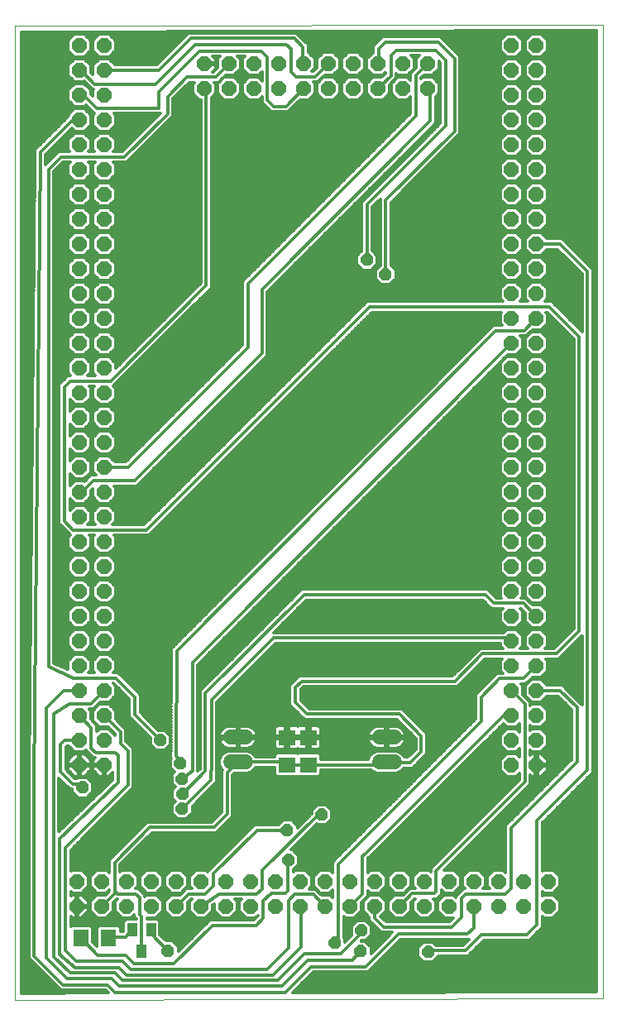
<source format=gbl>
G75*
%MOIN*%
%OFA0B0*%
%FSLAX25Y25*%
%IPPOS*%
%LPD*%
%AMOC8*
5,1,8,0,0,1.08239X$1,22.5*
%
%ADD10C,0.00000*%
%ADD11R,0.07087X0.06299*%
%ADD12C,0.06000*%
%ADD13OC8,0.06000*%
%ADD14R,0.06299X0.07098*%
%ADD15R,0.03937X0.05512*%
%ADD16C,0.01200*%
%ADD17OC8,0.05000*%
D10*
X0001739Y0002810D02*
X0001739Y0395311D01*
X0238660Y0395811D01*
X0238660Y0003310D01*
X0001739Y0002810D01*
D11*
X0111564Y0097430D03*
X0120064Y0097430D03*
X0120064Y0108454D03*
X0111564Y0108454D03*
D12*
X0094721Y0108532D02*
X0088721Y0108532D01*
X0088721Y0098532D02*
X0094721Y0098532D01*
X0148682Y0098532D02*
X0154682Y0098532D01*
X0154682Y0108532D02*
X0148682Y0108532D01*
D13*
X0146839Y0050410D03*
X0146839Y0040410D03*
X0136839Y0040410D03*
X0136839Y0050410D03*
X0126839Y0050410D03*
X0126839Y0040410D03*
X0116839Y0040410D03*
X0116839Y0050410D03*
X0106839Y0050410D03*
X0106839Y0040410D03*
X0096839Y0040410D03*
X0096839Y0050410D03*
X0086839Y0050410D03*
X0086839Y0040410D03*
X0076839Y0040410D03*
X0076839Y0050410D03*
X0066839Y0050410D03*
X0066839Y0040410D03*
X0056839Y0040410D03*
X0056839Y0050410D03*
X0046839Y0050410D03*
X0046839Y0040410D03*
X0036839Y0040410D03*
X0036839Y0050410D03*
X0026839Y0050410D03*
X0026839Y0040410D03*
X0027784Y0097312D03*
X0027784Y0107312D03*
X0027784Y0117312D03*
X0027784Y0127312D03*
X0027784Y0137312D03*
X0027784Y0147312D03*
X0027784Y0157312D03*
X0027784Y0167312D03*
X0027784Y0177312D03*
X0027784Y0187312D03*
X0027784Y0197312D03*
X0027784Y0207312D03*
X0027784Y0217312D03*
X0027784Y0227312D03*
X0027784Y0237312D03*
X0027784Y0247312D03*
X0027784Y0257312D03*
X0027784Y0267312D03*
X0027784Y0277312D03*
X0027784Y0287312D03*
X0027784Y0297312D03*
X0027784Y0307312D03*
X0027784Y0317312D03*
X0027784Y0327312D03*
X0027784Y0337312D03*
X0027784Y0347312D03*
X0027784Y0357312D03*
X0027784Y0367312D03*
X0027784Y0377312D03*
X0027784Y0387312D03*
X0037784Y0387312D03*
X0037784Y0377312D03*
X0037784Y0367312D03*
X0037784Y0357312D03*
X0037784Y0347312D03*
X0037784Y0337312D03*
X0037784Y0327312D03*
X0037784Y0317312D03*
X0037784Y0307312D03*
X0037784Y0297312D03*
X0037784Y0287312D03*
X0037784Y0277312D03*
X0037784Y0267312D03*
X0037784Y0257312D03*
X0037784Y0247312D03*
X0037784Y0237312D03*
X0037784Y0227312D03*
X0037784Y0217312D03*
X0037784Y0207312D03*
X0037784Y0197312D03*
X0037784Y0187312D03*
X0037784Y0177312D03*
X0037784Y0167312D03*
X0037784Y0157312D03*
X0037784Y0147312D03*
X0037784Y0137312D03*
X0037784Y0127312D03*
X0037784Y0117312D03*
X0037784Y0107312D03*
X0037784Y0097312D03*
X0156839Y0050410D03*
X0156839Y0040410D03*
X0166839Y0040410D03*
X0166839Y0050410D03*
X0176839Y0050410D03*
X0176839Y0040410D03*
X0186839Y0040410D03*
X0186839Y0050410D03*
X0196839Y0050410D03*
X0196839Y0040410D03*
X0206839Y0040410D03*
X0206839Y0050410D03*
X0216839Y0050410D03*
X0216839Y0040410D03*
X0211957Y0097312D03*
X0211957Y0107312D03*
X0211957Y0117312D03*
X0211957Y0127312D03*
X0211957Y0137312D03*
X0211957Y0147312D03*
X0211957Y0157312D03*
X0211957Y0167312D03*
X0211957Y0177312D03*
X0211957Y0187312D03*
X0211957Y0197312D03*
X0211957Y0207312D03*
X0211957Y0217312D03*
X0211957Y0227312D03*
X0211957Y0237312D03*
X0211957Y0247312D03*
X0211957Y0257312D03*
X0211957Y0267312D03*
X0211957Y0277312D03*
X0211957Y0287312D03*
X0211957Y0297312D03*
X0211957Y0307312D03*
X0211957Y0317312D03*
X0211957Y0327312D03*
X0211957Y0337312D03*
X0211957Y0347312D03*
X0211957Y0357312D03*
X0211957Y0367312D03*
X0211957Y0377312D03*
X0211957Y0387312D03*
X0201957Y0387312D03*
X0201957Y0377312D03*
X0201957Y0367312D03*
X0201957Y0357312D03*
X0201957Y0347312D03*
X0201957Y0337312D03*
X0201957Y0327312D03*
X0201957Y0317312D03*
X0201957Y0307312D03*
X0201957Y0297312D03*
X0201957Y0287312D03*
X0201957Y0277312D03*
X0201957Y0267312D03*
X0201957Y0257312D03*
X0201957Y0247312D03*
X0201957Y0237312D03*
X0201957Y0227312D03*
X0201957Y0217312D03*
X0201957Y0207312D03*
X0201957Y0197312D03*
X0201957Y0187312D03*
X0201957Y0177312D03*
X0201957Y0167312D03*
X0201957Y0157312D03*
X0201957Y0147312D03*
X0201957Y0137312D03*
X0201957Y0127312D03*
X0201957Y0117312D03*
X0201957Y0107312D03*
X0201957Y0097312D03*
X0168139Y0369910D03*
X0168139Y0379910D03*
X0158139Y0379910D03*
X0158139Y0369910D03*
X0148139Y0369910D03*
X0148139Y0379910D03*
X0138139Y0379910D03*
X0138139Y0369910D03*
X0128139Y0369910D03*
X0128139Y0379910D03*
X0118139Y0379910D03*
X0118139Y0369910D03*
X0108139Y0369910D03*
X0108139Y0379910D03*
X0098139Y0379910D03*
X0098139Y0369910D03*
X0088139Y0369910D03*
X0088139Y0379910D03*
X0078139Y0379910D03*
X0078139Y0369910D03*
D14*
X0039637Y0027510D03*
X0028440Y0027510D03*
D15*
X0049198Y0030841D03*
X0052939Y0022180D03*
X0056679Y0030841D03*
D16*
X0056879Y0031041D01*
X0057008Y0031041D01*
X0057008Y0029041D01*
X0063639Y0022410D01*
X0066768Y0025079D02*
X0070596Y0025079D01*
X0069398Y0023880D02*
X0067739Y0023880D01*
X0067739Y0024109D02*
X0065337Y0026510D01*
X0062650Y0026510D01*
X0060247Y0028913D01*
X0060247Y0034260D01*
X0059310Y0035197D01*
X0055139Y0035197D01*
X0055139Y0035810D01*
X0058744Y0035810D01*
X0061439Y0038505D01*
X0061439Y0042316D01*
X0058744Y0045010D01*
X0054933Y0045010D01*
X0054239Y0044316D01*
X0054239Y0044922D01*
X0052839Y0046322D01*
X0051550Y0047610D01*
X0050544Y0047610D01*
X0051439Y0048505D01*
X0051439Y0052316D01*
X0048744Y0055010D01*
X0044933Y0055010D01*
X0044239Y0054316D01*
X0044239Y0057199D01*
X0057050Y0070010D01*
X0082950Y0070010D01*
X0088250Y0075310D01*
X0089539Y0076599D01*
X0089539Y0093238D01*
X0090233Y0093932D01*
X0095636Y0093932D01*
X0097327Y0094633D01*
X0098621Y0095927D01*
X0098789Y0096332D01*
X0106420Y0096332D01*
X0106420Y0093618D01*
X0107358Y0092680D01*
X0115770Y0092680D01*
X0115814Y0092724D01*
X0115858Y0092680D01*
X0124270Y0092680D01*
X0125207Y0093618D01*
X0125207Y0095230D01*
X0145479Y0095230D01*
X0146076Y0094633D01*
X0147767Y0093932D01*
X0155597Y0093932D01*
X0157288Y0094633D01*
X0158582Y0095927D01*
X0158658Y0096110D01*
X0162050Y0096110D01*
X0163339Y0097399D01*
X0167839Y0101899D01*
X0167839Y0109922D01*
X0166550Y0111210D01*
X0157650Y0120110D01*
X0120350Y0120110D01*
X0117039Y0123422D01*
X0117039Y0127845D01*
X0118197Y0128910D01*
X0180050Y0128910D01*
X0191150Y0140010D01*
X0198151Y0140010D01*
X0197357Y0139217D01*
X0197357Y0135406D01*
X0198354Y0134410D01*
X0196227Y0134410D01*
X0188827Y0127010D01*
X0187539Y0125722D01*
X0187539Y0115822D01*
X0131227Y0059510D01*
X0129939Y0058222D01*
X0129939Y0053816D01*
X0128744Y0055010D01*
X0124933Y0055010D01*
X0122239Y0052316D01*
X0122239Y0048505D01*
X0124933Y0045810D01*
X0128744Y0045810D01*
X0129939Y0047005D01*
X0129939Y0043816D01*
X0128744Y0045010D01*
X0125350Y0045010D01*
X0122950Y0047410D01*
X0120344Y0047410D01*
X0121439Y0048505D01*
X0121439Y0052316D01*
X0118744Y0055010D01*
X0114933Y0055010D01*
X0114139Y0054216D01*
X0114139Y0055312D01*
X0116239Y0057412D01*
X0116239Y0060809D01*
X0113837Y0063210D01*
X0113050Y0063210D01*
X0123445Y0073605D01*
X0123840Y0073210D01*
X0127237Y0073210D01*
X0129639Y0075612D01*
X0129639Y0079009D01*
X0127237Y0081410D01*
X0123840Y0081410D01*
X0121439Y0079009D01*
X0121439Y0077822D01*
X0115739Y0072121D01*
X0115739Y0072809D01*
X0113337Y0075210D01*
X0109940Y0075210D01*
X0108040Y0073310D01*
X0098427Y0073310D01*
X0080827Y0055710D01*
X0079539Y0054422D01*
X0079539Y0054216D01*
X0078744Y0055010D01*
X0074933Y0055010D01*
X0072239Y0052316D01*
X0072239Y0048505D01*
X0073133Y0047610D01*
X0070927Y0047610D01*
X0068327Y0045010D01*
X0064933Y0045010D01*
X0062239Y0042316D01*
X0062239Y0038505D01*
X0064933Y0035810D01*
X0068744Y0035810D01*
X0071439Y0038505D01*
X0071439Y0041899D01*
X0072750Y0043210D01*
X0073133Y0043210D01*
X0072239Y0042316D01*
X0072239Y0038505D01*
X0074933Y0035810D01*
X0078744Y0035810D01*
X0081439Y0038505D01*
X0081439Y0040894D01*
X0082239Y0041442D01*
X0082239Y0038505D01*
X0084933Y0035810D01*
X0088744Y0035810D01*
X0091439Y0038505D01*
X0091439Y0042316D01*
X0090587Y0043167D01*
X0093074Y0043151D01*
X0092239Y0042316D01*
X0092239Y0038505D01*
X0094933Y0035810D01*
X0098744Y0035810D01*
X0099739Y0036805D01*
X0099739Y0036522D01*
X0098227Y0035010D01*
X0080527Y0035010D01*
X0067739Y0022221D01*
X0067739Y0024109D01*
X0067739Y0022682D02*
X0068199Y0022682D01*
X0065570Y0026277D02*
X0071795Y0026277D01*
X0072993Y0027476D02*
X0061684Y0027476D01*
X0060486Y0028675D02*
X0074192Y0028675D01*
X0075390Y0029873D02*
X0060247Y0029873D01*
X0060247Y0031072D02*
X0076589Y0031072D01*
X0077787Y0032270D02*
X0060247Y0032270D01*
X0060247Y0033469D02*
X0078986Y0033469D01*
X0080184Y0034667D02*
X0059840Y0034667D01*
X0058799Y0035866D02*
X0064878Y0035866D01*
X0063679Y0037064D02*
X0059998Y0037064D01*
X0061196Y0038263D02*
X0062481Y0038263D01*
X0062239Y0039461D02*
X0061439Y0039461D01*
X0061439Y0040660D02*
X0062239Y0040660D01*
X0062239Y0041858D02*
X0061439Y0041858D01*
X0060698Y0043057D02*
X0062980Y0043057D01*
X0064178Y0044255D02*
X0059499Y0044255D01*
X0058744Y0045810D02*
X0061439Y0048505D01*
X0061439Y0052316D01*
X0058744Y0055010D01*
X0054933Y0055010D01*
X0052239Y0052316D01*
X0052239Y0048505D01*
X0054933Y0045810D01*
X0058744Y0045810D01*
X0059586Y0046652D02*
X0064091Y0046652D01*
X0064933Y0045810D02*
X0068744Y0045810D01*
X0071439Y0048505D01*
X0071439Y0052316D01*
X0068744Y0055010D01*
X0064933Y0055010D01*
X0062239Y0052316D01*
X0062239Y0048505D01*
X0064933Y0045810D01*
X0062893Y0047851D02*
X0060784Y0047851D01*
X0061439Y0049049D02*
X0062239Y0049049D01*
X0062239Y0050248D02*
X0061439Y0050248D01*
X0061439Y0051446D02*
X0062239Y0051446D01*
X0062568Y0052645D02*
X0061109Y0052645D01*
X0059911Y0053843D02*
X0063766Y0053843D01*
X0069586Y0046652D02*
X0069969Y0046652D01*
X0070784Y0047851D02*
X0072893Y0047851D01*
X0072239Y0049049D02*
X0071439Y0049049D01*
X0071439Y0050248D02*
X0072239Y0050248D01*
X0072239Y0051446D02*
X0071439Y0051446D01*
X0071109Y0052645D02*
X0072568Y0052645D01*
X0073766Y0053843D02*
X0069911Y0053843D01*
X0068771Y0045454D02*
X0053706Y0045454D01*
X0054091Y0046652D02*
X0052508Y0046652D01*
X0052893Y0047851D02*
X0050784Y0047851D01*
X0051439Y0049049D02*
X0052239Y0049049D01*
X0052239Y0050248D02*
X0051439Y0050248D01*
X0051439Y0051446D02*
X0052239Y0051446D01*
X0052568Y0052645D02*
X0051109Y0052645D01*
X0049911Y0053843D02*
X0053766Y0053843D01*
X0050639Y0045410D02*
X0043139Y0045410D01*
X0042039Y0046510D01*
X0042039Y0058110D01*
X0056139Y0072210D01*
X0082039Y0072210D01*
X0087339Y0077510D01*
X0087339Y0094150D01*
X0091721Y0098532D01*
X0110461Y0098532D01*
X0111564Y0097430D01*
X0120064Y0097430D01*
X0150580Y0097430D01*
X0151682Y0098532D01*
X0151904Y0098310D01*
X0161139Y0098310D01*
X0165639Y0102810D01*
X0165639Y0109010D01*
X0156739Y0117910D01*
X0119439Y0117910D01*
X0114839Y0122510D01*
X0114839Y0128810D01*
X0117339Y0131110D01*
X0179139Y0131110D01*
X0190239Y0142210D01*
X0220039Y0142210D01*
X0229239Y0151410D01*
X0229239Y0270010D01*
X0217239Y0282010D01*
X0144739Y0282010D01*
X0054839Y0192110D01*
X0025239Y0192110D01*
X0021839Y0195510D01*
X0021839Y0249810D01*
X0024139Y0252110D01*
X0040439Y0252110D01*
X0078939Y0290610D01*
X0078939Y0369110D01*
X0078139Y0369910D01*
X0081388Y0366655D02*
X0084889Y0366655D01*
X0083690Y0367853D02*
X0082587Y0367853D01*
X0082739Y0368005D02*
X0082739Y0371816D01*
X0082144Y0372410D01*
X0083750Y0372410D01*
X0086650Y0375310D01*
X0090044Y0375310D01*
X0092739Y0378005D01*
X0092739Y0381816D01*
X0091644Y0382910D01*
X0094633Y0382910D01*
X0093539Y0381816D01*
X0093539Y0378005D01*
X0096233Y0375310D01*
X0100044Y0375310D01*
X0101439Y0376705D01*
X0101439Y0373116D01*
X0100044Y0374510D01*
X0096233Y0374510D01*
X0093539Y0371816D01*
X0093539Y0368005D01*
X0096233Y0365310D01*
X0100044Y0365310D01*
X0101439Y0366705D01*
X0101439Y0364299D01*
X0103839Y0361899D01*
X0105127Y0360610D01*
X0111950Y0360610D01*
X0113239Y0361899D01*
X0116650Y0365310D01*
X0120044Y0365310D01*
X0122739Y0368005D01*
X0122739Y0371816D01*
X0122044Y0372510D01*
X0123850Y0372510D01*
X0126650Y0375310D01*
X0130044Y0375310D01*
X0132739Y0378005D01*
X0132739Y0381816D01*
X0130044Y0384510D01*
X0126233Y0384510D01*
X0123539Y0381816D01*
X0123539Y0378422D01*
X0122027Y0376910D01*
X0121644Y0376910D01*
X0122739Y0378005D01*
X0122739Y0381816D01*
X0120044Y0384510D01*
X0120039Y0384510D01*
X0120039Y0387622D01*
X0115250Y0392410D01*
X0071927Y0392410D01*
X0070639Y0391122D01*
X0059029Y0379512D01*
X0042090Y0379512D01*
X0039690Y0381912D01*
X0035879Y0381912D01*
X0033184Y0379217D01*
X0033184Y0375676D01*
X0032384Y0376476D01*
X0032384Y0379217D01*
X0029690Y0381912D01*
X0025879Y0381912D01*
X0023184Y0379217D01*
X0023184Y0375406D01*
X0025879Y0372712D01*
X0029690Y0372712D01*
X0029808Y0372830D01*
X0031739Y0370899D01*
X0033027Y0369610D01*
X0033577Y0369610D01*
X0033184Y0369217D01*
X0033184Y0366876D01*
X0032384Y0367676D01*
X0032384Y0369217D01*
X0029690Y0371912D01*
X0025879Y0371912D01*
X0023184Y0369217D01*
X0023184Y0365406D01*
X0025879Y0362712D01*
X0029690Y0362712D01*
X0030408Y0363430D01*
X0032639Y0361199D01*
X0033902Y0359935D01*
X0033184Y0359217D01*
X0033184Y0355406D01*
X0035879Y0352712D01*
X0039690Y0352712D01*
X0042384Y0355406D01*
X0042384Y0359217D01*
X0041691Y0359910D01*
X0060327Y0359910D01*
X0045027Y0344610D01*
X0041588Y0344610D01*
X0042384Y0345406D01*
X0042384Y0349217D01*
X0039690Y0351912D01*
X0035879Y0351912D01*
X0033184Y0349217D01*
X0033184Y0345406D01*
X0033980Y0344610D01*
X0031588Y0344610D01*
X0032384Y0345406D01*
X0032384Y0349217D01*
X0029690Y0351912D01*
X0025879Y0351912D01*
X0023184Y0349217D01*
X0023184Y0345406D01*
X0023980Y0344610D01*
X0019427Y0344610D01*
X0018139Y0343322D01*
X0014193Y0339375D01*
X0014230Y0343346D01*
X0024737Y0353853D01*
X0025879Y0352712D01*
X0029690Y0352712D01*
X0032384Y0355406D01*
X0032384Y0359217D01*
X0029690Y0361912D01*
X0025879Y0361912D01*
X0023184Y0359217D01*
X0023184Y0358523D01*
X0022884Y0358223D01*
X0010490Y0345829D01*
X0009847Y0345198D01*
X0009847Y0345186D01*
X0009839Y0345177D01*
X0009839Y0344276D01*
X0007447Y0090830D01*
X0007439Y0090822D01*
X0007439Y0089921D01*
X0007430Y0089020D01*
X0007439Y0089011D01*
X0007439Y0019499D01*
X0019039Y0007899D01*
X0020327Y0006610D01*
X0038327Y0006610D01*
X0039448Y0005490D01*
X0004339Y0005416D01*
X0004339Y0392717D01*
X0236060Y0393206D01*
X0236060Y0005905D01*
X0113786Y0005647D01*
X0122050Y0013910D01*
X0144150Y0013910D01*
X0157250Y0027010D01*
X0184827Y0027010D01*
X0182627Y0024810D01*
X0171337Y0024810D01*
X0170037Y0026110D01*
X0166640Y0026110D01*
X0164239Y0023709D01*
X0164239Y0020312D01*
X0166640Y0017910D01*
X0170037Y0017910D01*
X0172439Y0020312D01*
X0172439Y0020410D01*
X0184450Y0020410D01*
X0185739Y0021699D01*
X0190850Y0026810D01*
X0209150Y0026810D01*
X0210439Y0028099D01*
X0214439Y0032099D01*
X0214439Y0036305D01*
X0214933Y0035810D01*
X0218744Y0035810D01*
X0221439Y0038505D01*
X0221439Y0042316D01*
X0218744Y0045010D01*
X0214933Y0045010D01*
X0214439Y0044516D01*
X0214439Y0046305D01*
X0214933Y0045810D01*
X0218744Y0045810D01*
X0221439Y0048505D01*
X0221439Y0052316D01*
X0218744Y0055010D01*
X0214933Y0055010D01*
X0214439Y0054516D01*
X0214439Y0074099D01*
X0234739Y0094399D01*
X0234739Y0297122D01*
X0233450Y0298410D01*
X0222348Y0309512D01*
X0216263Y0309512D01*
X0213863Y0311912D01*
X0210052Y0311912D01*
X0207357Y0309217D01*
X0207357Y0305406D01*
X0210052Y0302712D01*
X0213863Y0302712D01*
X0216263Y0305112D01*
X0220526Y0305112D01*
X0230339Y0295299D01*
X0230339Y0272021D01*
X0219439Y0282922D01*
X0218150Y0284210D01*
X0215361Y0284210D01*
X0216557Y0285406D01*
X0216557Y0289217D01*
X0213863Y0291912D01*
X0210052Y0291912D01*
X0207357Y0289217D01*
X0207357Y0285406D01*
X0208554Y0284210D01*
X0205361Y0284210D01*
X0206557Y0285406D01*
X0206557Y0289217D01*
X0203863Y0291912D01*
X0200052Y0291912D01*
X0197357Y0289217D01*
X0197357Y0285406D01*
X0198554Y0284210D01*
X0143827Y0284210D01*
X0142539Y0282922D01*
X0142539Y0282921D01*
X0053927Y0194310D01*
X0041288Y0194310D01*
X0042384Y0195406D01*
X0042384Y0199217D01*
X0039690Y0201912D01*
X0035879Y0201912D01*
X0033184Y0199217D01*
X0033184Y0195406D01*
X0034280Y0194310D01*
X0031288Y0194310D01*
X0032384Y0195406D01*
X0032384Y0199217D01*
X0029690Y0201912D01*
X0025879Y0201912D01*
X0024039Y0200071D01*
X0024039Y0204552D01*
X0025879Y0202712D01*
X0029690Y0202712D01*
X0032384Y0205406D01*
X0032384Y0207845D01*
X0033184Y0208645D01*
X0033184Y0205406D01*
X0035879Y0202712D01*
X0039690Y0202712D01*
X0042384Y0205406D01*
X0042384Y0209217D01*
X0041791Y0209810D01*
X0050950Y0209810D01*
X0102250Y0261110D01*
X0103539Y0262399D01*
X0103539Y0288099D01*
X0170150Y0354710D01*
X0171439Y0355999D01*
X0171439Y0366705D01*
X0172739Y0368005D01*
X0172739Y0371816D01*
X0170044Y0374510D01*
X0166233Y0374510D01*
X0165639Y0373916D01*
X0165639Y0374299D01*
X0166650Y0375310D01*
X0170044Y0375310D01*
X0172739Y0378005D01*
X0172739Y0380899D01*
X0173239Y0380399D01*
X0173239Y0355822D01*
X0141539Y0324122D01*
X0141539Y0304509D01*
X0139639Y0302609D01*
X0139639Y0299212D01*
X0142040Y0296810D01*
X0145437Y0296810D01*
X0147839Y0299212D01*
X0147839Y0302609D01*
X0145939Y0304509D01*
X0145939Y0322299D01*
X0149039Y0325399D01*
X0149039Y0298709D01*
X0147139Y0296809D01*
X0147139Y0293412D01*
X0149540Y0291010D01*
X0152937Y0291010D01*
X0155339Y0293412D01*
X0155339Y0296809D01*
X0153439Y0298709D01*
X0153439Y0323999D01*
X0179950Y0350510D01*
X0181239Y0351799D01*
X0181239Y0383022D01*
X0174539Y0389722D01*
X0173250Y0391010D01*
X0150227Y0391010D01*
X0147427Y0388210D01*
X0146139Y0386922D01*
X0146139Y0384416D01*
X0143539Y0381816D01*
X0143539Y0378005D01*
X0146233Y0375310D01*
X0150044Y0375310D01*
X0151139Y0376405D01*
X0151139Y0376022D01*
X0149627Y0374510D01*
X0146233Y0374510D01*
X0143539Y0371816D01*
X0143539Y0368005D01*
X0146233Y0365310D01*
X0150044Y0365310D01*
X0152739Y0368005D01*
X0152739Y0371399D01*
X0155539Y0374199D01*
X0155539Y0376005D01*
X0156233Y0375310D01*
X0160044Y0375310D01*
X0162739Y0378005D01*
X0162739Y0381816D01*
X0161344Y0383210D01*
X0164933Y0383210D01*
X0163539Y0381816D01*
X0163539Y0378422D01*
X0161239Y0376122D01*
X0161239Y0373316D01*
X0160044Y0374510D01*
X0156233Y0374510D01*
X0153539Y0371816D01*
X0153539Y0368005D01*
X0156233Y0365310D01*
X0160044Y0365310D01*
X0161239Y0366505D01*
X0161239Y0359922D01*
X0093639Y0292322D01*
X0093639Y0266722D01*
X0046429Y0219512D01*
X0042090Y0219512D01*
X0039690Y0221912D01*
X0035879Y0221912D01*
X0033184Y0219217D01*
X0033184Y0215406D01*
X0034380Y0214210D01*
X0032527Y0214210D01*
X0031239Y0212922D01*
X0029959Y0211642D01*
X0029690Y0211912D01*
X0025879Y0211912D01*
X0024039Y0210071D01*
X0024039Y0214552D01*
X0025879Y0212712D01*
X0029690Y0212712D01*
X0032384Y0215406D01*
X0032384Y0219217D01*
X0029690Y0221912D01*
X0025879Y0221912D01*
X0024039Y0220071D01*
X0024039Y0224552D01*
X0025879Y0222712D01*
X0029690Y0222712D01*
X0032384Y0225406D01*
X0032384Y0229217D01*
X0029690Y0231912D01*
X0025879Y0231912D01*
X0024039Y0230071D01*
X0024039Y0234552D01*
X0025879Y0232712D01*
X0029690Y0232712D01*
X0032384Y0235406D01*
X0032384Y0239217D01*
X0029690Y0241912D01*
X0025879Y0241912D01*
X0024039Y0240071D01*
X0024039Y0244552D01*
X0025879Y0242712D01*
X0029690Y0242712D01*
X0032384Y0245406D01*
X0032384Y0249217D01*
X0031691Y0249910D01*
X0033877Y0249910D01*
X0033184Y0249217D01*
X0033184Y0245406D01*
X0035879Y0242712D01*
X0039690Y0242712D01*
X0042384Y0245406D01*
X0042384Y0249217D01*
X0041521Y0250081D01*
X0042639Y0251199D01*
X0081139Y0289699D01*
X0081139Y0366405D01*
X0082739Y0368005D01*
X0083539Y0368005D02*
X0086233Y0365310D01*
X0090044Y0365310D01*
X0092739Y0368005D01*
X0092739Y0371816D01*
X0090044Y0374510D01*
X0086233Y0374510D01*
X0083539Y0371816D01*
X0083539Y0368005D01*
X0083539Y0369052D02*
X0082739Y0369052D01*
X0082739Y0370250D02*
X0083539Y0370250D01*
X0083539Y0371449D02*
X0082739Y0371449D01*
X0083987Y0372647D02*
X0084370Y0372647D01*
X0085185Y0373846D02*
X0085569Y0373846D01*
X0086384Y0375044D02*
X0101439Y0375044D01*
X0101439Y0373846D02*
X0100708Y0373846D01*
X0100977Y0376243D02*
X0101439Y0376243D01*
X0103639Y0382710D02*
X0101239Y0385110D01*
X0076239Y0385110D01*
X0059839Y0368710D01*
X0059839Y0362110D01*
X0034839Y0362110D01*
X0029637Y0367312D01*
X0027784Y0367312D01*
X0024333Y0364258D02*
X0004339Y0364258D01*
X0004339Y0365456D02*
X0023184Y0365456D01*
X0023184Y0366655D02*
X0004339Y0366655D01*
X0004339Y0367853D02*
X0023184Y0367853D01*
X0023184Y0369052D02*
X0004339Y0369052D01*
X0004339Y0370250D02*
X0024217Y0370250D01*
X0025416Y0371449D02*
X0004339Y0371449D01*
X0004339Y0372647D02*
X0029990Y0372647D01*
X0030153Y0371449D02*
X0031189Y0371449D01*
X0031351Y0370250D02*
X0032387Y0370250D01*
X0032384Y0369052D02*
X0033184Y0369052D01*
X0033184Y0367853D02*
X0032384Y0367853D01*
X0033939Y0371810D02*
X0058439Y0371810D01*
X0074439Y0387810D01*
X0111139Y0387810D01*
X0113039Y0385910D01*
X0113039Y0376810D01*
X0115139Y0374710D01*
X0122939Y0374710D01*
X0128139Y0379910D01*
X0131120Y0383434D02*
X0135157Y0383434D01*
X0136233Y0384510D02*
X0133539Y0381816D01*
X0133539Y0378005D01*
X0136233Y0375310D01*
X0140044Y0375310D01*
X0142739Y0378005D01*
X0142739Y0381816D01*
X0140044Y0384510D01*
X0136233Y0384510D01*
X0133958Y0382235D02*
X0132319Y0382235D01*
X0132739Y0381037D02*
X0133539Y0381037D01*
X0133539Y0379838D02*
X0132739Y0379838D01*
X0132739Y0378640D02*
X0133539Y0378640D01*
X0134102Y0377441D02*
X0132175Y0377441D01*
X0130977Y0376243D02*
X0135301Y0376243D01*
X0136233Y0374510D02*
X0133539Y0371816D01*
X0133539Y0368005D01*
X0136233Y0365310D01*
X0140044Y0365310D01*
X0142739Y0368005D01*
X0142739Y0371816D01*
X0140044Y0374510D01*
X0136233Y0374510D01*
X0135569Y0373846D02*
X0130708Y0373846D01*
X0130044Y0374510D02*
X0132739Y0371816D01*
X0132739Y0368005D01*
X0130044Y0365310D01*
X0126233Y0365310D01*
X0123539Y0368005D01*
X0123539Y0371816D01*
X0126233Y0374510D01*
X0130044Y0374510D01*
X0131907Y0372647D02*
X0134370Y0372647D01*
X0133539Y0371449D02*
X0132739Y0371449D01*
X0132739Y0370250D02*
X0133539Y0370250D01*
X0133539Y0369052D02*
X0132739Y0369052D01*
X0132587Y0367853D02*
X0133690Y0367853D01*
X0134889Y0366655D02*
X0131388Y0366655D01*
X0130190Y0365456D02*
X0136087Y0365456D01*
X0140190Y0365456D02*
X0146087Y0365456D01*
X0144889Y0366655D02*
X0141388Y0366655D01*
X0142587Y0367853D02*
X0143690Y0367853D01*
X0143539Y0369052D02*
X0142739Y0369052D01*
X0142739Y0370250D02*
X0143539Y0370250D01*
X0143539Y0371449D02*
X0142739Y0371449D01*
X0141907Y0372647D02*
X0144370Y0372647D01*
X0145569Y0373846D02*
X0140708Y0373846D01*
X0140977Y0376243D02*
X0145301Y0376243D01*
X0144102Y0377441D02*
X0142175Y0377441D01*
X0142739Y0378640D02*
X0143539Y0378640D01*
X0143539Y0379838D02*
X0142739Y0379838D01*
X0142739Y0381037D02*
X0143539Y0381037D01*
X0143958Y0382235D02*
X0142319Y0382235D01*
X0141120Y0383434D02*
X0145157Y0383434D01*
X0146139Y0384632D02*
X0120039Y0384632D01*
X0120039Y0385831D02*
X0146139Y0385831D01*
X0146246Y0387029D02*
X0120039Y0387029D01*
X0119432Y0388228D02*
X0147445Y0388228D01*
X0148643Y0389426D02*
X0118234Y0389426D01*
X0117035Y0390625D02*
X0149842Y0390625D01*
X0151139Y0388810D02*
X0148339Y0386010D01*
X0148339Y0380110D01*
X0148139Y0379910D01*
X0150977Y0376243D02*
X0151139Y0376243D01*
X0150161Y0375044D02*
X0126384Y0375044D01*
X0125569Y0373846D02*
X0125185Y0373846D01*
X0124370Y0372647D02*
X0123987Y0372647D01*
X0123539Y0371449D02*
X0122739Y0371449D01*
X0122739Y0370250D02*
X0123539Y0370250D01*
X0123539Y0369052D02*
X0122739Y0369052D01*
X0122587Y0367853D02*
X0123690Y0367853D01*
X0124889Y0366655D02*
X0121388Y0366655D01*
X0120190Y0365456D02*
X0126087Y0365456D01*
X0118139Y0369910D02*
X0111039Y0362810D01*
X0106039Y0362810D01*
X0103639Y0365210D01*
X0103639Y0382710D01*
X0093958Y0382235D02*
X0092319Y0382235D01*
X0092739Y0381037D02*
X0093539Y0381037D01*
X0093539Y0379838D02*
X0092739Y0379838D01*
X0092739Y0378640D02*
X0093539Y0378640D01*
X0094102Y0377441D02*
X0092175Y0377441D01*
X0090977Y0376243D02*
X0095301Y0376243D01*
X0095569Y0373846D02*
X0090708Y0373846D01*
X0091907Y0372647D02*
X0094370Y0372647D01*
X0093539Y0371449D02*
X0092739Y0371449D01*
X0092739Y0370250D02*
X0093539Y0370250D01*
X0093539Y0369052D02*
X0092739Y0369052D01*
X0092587Y0367853D02*
X0093690Y0367853D01*
X0094889Y0366655D02*
X0091388Y0366655D01*
X0090190Y0365456D02*
X0096087Y0365456D01*
X0100190Y0365456D02*
X0101439Y0365456D01*
X0101439Y0366655D02*
X0101388Y0366655D01*
X0101480Y0364258D02*
X0081139Y0364258D01*
X0081139Y0365456D02*
X0086087Y0365456D01*
X0081139Y0363059D02*
X0102678Y0363059D01*
X0103877Y0361861D02*
X0081139Y0361861D01*
X0081139Y0360662D02*
X0105075Y0360662D01*
X0112002Y0360662D02*
X0161239Y0360662D01*
X0161239Y0361861D02*
X0113200Y0361861D01*
X0113239Y0361899D02*
X0113239Y0361899D01*
X0114399Y0363059D02*
X0161239Y0363059D01*
X0161239Y0364258D02*
X0115597Y0364258D01*
X0122175Y0377441D02*
X0122558Y0377441D01*
X0122739Y0378640D02*
X0123539Y0378640D01*
X0123539Y0379838D02*
X0122739Y0379838D01*
X0122739Y0381037D02*
X0123539Y0381037D01*
X0123958Y0382235D02*
X0122319Y0382235D01*
X0121120Y0383434D02*
X0125157Y0383434D01*
X0118139Y0379910D02*
X0117839Y0380210D01*
X0117839Y0386710D01*
X0114339Y0390210D01*
X0072839Y0390210D01*
X0059940Y0377312D01*
X0037784Y0377312D01*
X0035004Y0381037D02*
X0030565Y0381037D01*
X0031763Y0379838D02*
X0033805Y0379838D01*
X0033184Y0378640D02*
X0032384Y0378640D01*
X0032384Y0377441D02*
X0033184Y0377441D01*
X0033184Y0376243D02*
X0032617Y0376243D01*
X0028437Y0377312D02*
X0033939Y0371810D01*
X0030778Y0363059D02*
X0030037Y0363059D01*
X0029741Y0361861D02*
X0031977Y0361861D01*
X0030939Y0360662D02*
X0033175Y0360662D01*
X0033431Y0359464D02*
X0032138Y0359464D01*
X0032384Y0358265D02*
X0033184Y0358265D01*
X0033184Y0357067D02*
X0032384Y0357067D01*
X0032384Y0355868D02*
X0033184Y0355868D01*
X0033921Y0354670D02*
X0031647Y0354670D01*
X0030449Y0353471D02*
X0035120Y0353471D01*
X0035041Y0351074D02*
X0030527Y0351074D01*
X0031726Y0349876D02*
X0033843Y0349876D01*
X0033184Y0348677D02*
X0032384Y0348677D01*
X0032384Y0347479D02*
X0033184Y0347479D01*
X0033184Y0346280D02*
X0032384Y0346280D01*
X0032059Y0345081D02*
X0033509Y0345081D01*
X0034177Y0340210D02*
X0033184Y0339217D01*
X0033184Y0335406D01*
X0035879Y0332712D01*
X0039690Y0332712D01*
X0042384Y0335406D01*
X0042384Y0339217D01*
X0041391Y0340210D01*
X0046850Y0340210D01*
X0064250Y0357610D01*
X0065539Y0358899D01*
X0065539Y0365899D01*
X0072050Y0372410D01*
X0074133Y0372410D01*
X0073539Y0371816D01*
X0073539Y0368005D01*
X0076233Y0365310D01*
X0076739Y0365310D01*
X0076739Y0291522D01*
X0042384Y0257167D01*
X0042384Y0259217D01*
X0039690Y0261912D01*
X0035879Y0261912D01*
X0033184Y0259217D01*
X0033184Y0255406D01*
X0034280Y0254310D01*
X0031288Y0254310D01*
X0032384Y0255406D01*
X0032384Y0259217D01*
X0029690Y0261912D01*
X0025879Y0261912D01*
X0023184Y0259217D01*
X0023184Y0255406D01*
X0024280Y0254310D01*
X0023227Y0254310D01*
X0020927Y0252010D01*
X0019639Y0250722D01*
X0019639Y0194599D01*
X0023039Y0191199D01*
X0024102Y0190135D01*
X0023184Y0189217D01*
X0023184Y0185406D01*
X0025879Y0182712D01*
X0029690Y0182712D01*
X0032384Y0185406D01*
X0032384Y0189217D01*
X0031691Y0189910D01*
X0033877Y0189910D01*
X0033184Y0189217D01*
X0033184Y0185406D01*
X0035879Y0182712D01*
X0039690Y0182712D01*
X0042384Y0185406D01*
X0042384Y0189217D01*
X0041691Y0189910D01*
X0055750Y0189910D01*
X0057039Y0191199D01*
X0145650Y0279810D01*
X0197951Y0279810D01*
X0197357Y0279217D01*
X0197357Y0275406D01*
X0198154Y0274610D01*
X0196446Y0274610D01*
X0196444Y0274613D01*
X0195533Y0274610D01*
X0194627Y0274610D01*
X0194625Y0274608D01*
X0194621Y0274608D01*
X0193982Y0273964D01*
X0193339Y0273322D01*
X0193339Y0273318D01*
X0065586Y0144869D01*
X0064945Y0144237D01*
X0064945Y0144224D01*
X0064936Y0144216D01*
X0064939Y0143315D01*
X0064640Y0101296D01*
X0064521Y0100564D01*
X0064634Y0100408D01*
X0064632Y0100215D01*
X0064887Y0099957D01*
X0064539Y0099609D01*
X0064539Y0096212D01*
X0066190Y0094560D01*
X0065139Y0093509D01*
X0065139Y0090112D01*
X0066590Y0088660D01*
X0065239Y0087309D01*
X0065239Y0083912D01*
X0066440Y0082710D01*
X0065139Y0081409D01*
X0042749Y0081409D01*
X0043947Y0082608D02*
X0066338Y0082608D01*
X0065345Y0083806D02*
X0045146Y0083806D01*
X0046344Y0085005D02*
X0065239Y0085005D01*
X0065239Y0086203D02*
X0047543Y0086203D01*
X0048741Y0087402D02*
X0065332Y0087402D01*
X0066530Y0088600D02*
X0049639Y0088600D01*
X0049639Y0088299D02*
X0049639Y0103822D01*
X0048350Y0105110D01*
X0046539Y0106922D01*
X0046539Y0111669D01*
X0045250Y0112957D01*
X0042384Y0115823D01*
X0042384Y0119217D01*
X0039690Y0121912D01*
X0035879Y0121912D01*
X0033184Y0119217D01*
X0033184Y0115406D01*
X0035879Y0112712D01*
X0039273Y0112712D01*
X0042139Y0109846D01*
X0042139Y0109463D01*
X0039690Y0111912D01*
X0035879Y0111912D01*
X0034839Y0110871D01*
X0034839Y0113369D01*
X0032384Y0115823D01*
X0032384Y0119217D01*
X0031691Y0119910D01*
X0033494Y0119910D01*
X0036296Y0122712D01*
X0039690Y0122712D01*
X0042384Y0125406D01*
X0042384Y0129217D01*
X0041391Y0130210D01*
X0041627Y0130210D01*
X0047939Y0123899D01*
X0047939Y0116799D01*
X0049227Y0115510D01*
X0049227Y0115510D01*
X0056439Y0108299D01*
X0056439Y0105612D01*
X0058840Y0103210D01*
X0062237Y0103210D01*
X0064639Y0105612D01*
X0064639Y0109009D01*
X0062237Y0111410D01*
X0059550Y0111410D01*
X0052339Y0118621D01*
X0052339Y0125722D01*
X0044739Y0133322D01*
X0043450Y0134610D01*
X0041588Y0134610D01*
X0042384Y0135406D01*
X0042384Y0139217D01*
X0039690Y0141912D01*
X0035879Y0141912D01*
X0033184Y0139217D01*
X0033184Y0135406D01*
X0033980Y0134610D01*
X0031588Y0134610D01*
X0032384Y0135406D01*
X0032384Y0139217D01*
X0029690Y0141912D01*
X0025879Y0141912D01*
X0023184Y0139217D01*
X0023184Y0135916D01*
X0017539Y0138437D01*
X0017539Y0336499D01*
X0021250Y0340210D01*
X0024177Y0340210D01*
X0023184Y0339217D01*
X0023184Y0335406D01*
X0025879Y0332712D01*
X0029690Y0332712D01*
X0032384Y0335406D01*
X0032384Y0339217D01*
X0031391Y0340210D01*
X0034177Y0340210D01*
X0033184Y0339089D02*
X0032384Y0339089D01*
X0032384Y0337890D02*
X0033184Y0337890D01*
X0033184Y0336692D02*
X0032384Y0336692D01*
X0032384Y0335493D02*
X0033184Y0335493D01*
X0034296Y0334295D02*
X0031273Y0334295D01*
X0030074Y0333096D02*
X0035494Y0333096D01*
X0035879Y0331912D02*
X0033184Y0329217D01*
X0033184Y0325406D01*
X0035879Y0322712D01*
X0039690Y0322712D01*
X0042384Y0325406D01*
X0042384Y0329217D01*
X0039690Y0331912D01*
X0035879Y0331912D01*
X0035865Y0331898D02*
X0029704Y0331898D01*
X0029690Y0331912D02*
X0025879Y0331912D01*
X0023184Y0329217D01*
X0023184Y0325406D01*
X0025879Y0322712D01*
X0029690Y0322712D01*
X0032384Y0325406D01*
X0032384Y0329217D01*
X0029690Y0331912D01*
X0030902Y0330699D02*
X0034666Y0330699D01*
X0033468Y0329501D02*
X0032101Y0329501D01*
X0032384Y0328302D02*
X0033184Y0328302D01*
X0033184Y0327104D02*
X0032384Y0327104D01*
X0032384Y0325905D02*
X0033184Y0325905D01*
X0033884Y0324707D02*
X0031685Y0324707D01*
X0030486Y0323508D02*
X0035082Y0323508D01*
X0035879Y0321912D02*
X0033184Y0319217D01*
X0033184Y0315406D01*
X0035879Y0312712D01*
X0039690Y0312712D01*
X0042384Y0315406D01*
X0042384Y0319217D01*
X0039690Y0321912D01*
X0035879Y0321912D01*
X0035078Y0321111D02*
X0030490Y0321111D01*
X0029690Y0321912D02*
X0025879Y0321912D01*
X0023184Y0319217D01*
X0023184Y0315406D01*
X0025879Y0312712D01*
X0029690Y0312712D01*
X0032384Y0315406D01*
X0032384Y0319217D01*
X0029690Y0321912D01*
X0031689Y0319913D02*
X0033880Y0319913D01*
X0033184Y0318714D02*
X0032384Y0318714D01*
X0032384Y0317516D02*
X0033184Y0317516D01*
X0033184Y0316317D02*
X0032384Y0316317D01*
X0032097Y0315119D02*
X0033472Y0315119D01*
X0034670Y0313920D02*
X0030898Y0313920D01*
X0029700Y0312722D02*
X0035869Y0312722D01*
X0035879Y0311912D02*
X0033184Y0309217D01*
X0033184Y0305406D01*
X0035879Y0302712D01*
X0039690Y0302712D01*
X0042384Y0305406D01*
X0042384Y0309217D01*
X0039690Y0311912D01*
X0035879Y0311912D01*
X0035490Y0311523D02*
X0030078Y0311523D01*
X0029690Y0311912D02*
X0025879Y0311912D01*
X0023184Y0309217D01*
X0023184Y0305406D01*
X0025879Y0302712D01*
X0029690Y0302712D01*
X0032384Y0305406D01*
X0032384Y0309217D01*
X0029690Y0311912D01*
X0031277Y0310325D02*
X0034292Y0310325D01*
X0033184Y0309126D02*
X0032384Y0309126D01*
X0032384Y0307928D02*
X0033184Y0307928D01*
X0033184Y0306729D02*
X0032384Y0306729D01*
X0032384Y0305531D02*
X0033184Y0305531D01*
X0034259Y0304332D02*
X0031310Y0304332D01*
X0030111Y0303134D02*
X0035457Y0303134D01*
X0035879Y0301912D02*
X0033184Y0299217D01*
X0033184Y0295406D01*
X0035879Y0292712D01*
X0039690Y0292712D01*
X0042384Y0295406D01*
X0042384Y0299217D01*
X0039690Y0301912D01*
X0035879Y0301912D01*
X0034704Y0300737D02*
X0030865Y0300737D01*
X0029690Y0301912D02*
X0025879Y0301912D01*
X0023184Y0299217D01*
X0023184Y0295406D01*
X0025879Y0292712D01*
X0029690Y0292712D01*
X0032384Y0295406D01*
X0032384Y0299217D01*
X0029690Y0301912D01*
X0032063Y0299538D02*
X0033505Y0299538D01*
X0033184Y0298340D02*
X0032384Y0298340D01*
X0032384Y0297141D02*
X0033184Y0297141D01*
X0033184Y0295943D02*
X0032384Y0295943D01*
X0031722Y0294744D02*
X0033847Y0294744D01*
X0035045Y0293546D02*
X0030523Y0293546D01*
X0029690Y0291912D02*
X0025879Y0291912D01*
X0023184Y0289217D01*
X0023184Y0285406D01*
X0025879Y0282712D01*
X0029690Y0282712D01*
X0032384Y0285406D01*
X0032384Y0289217D01*
X0029690Y0291912D01*
X0030453Y0291148D02*
X0035116Y0291148D01*
X0035879Y0291912D02*
X0033184Y0289217D01*
X0033184Y0285406D01*
X0035879Y0282712D01*
X0039690Y0282712D01*
X0042384Y0285406D01*
X0042384Y0289217D01*
X0039690Y0291912D01*
X0035879Y0291912D01*
X0033917Y0289950D02*
X0031651Y0289950D01*
X0032384Y0288751D02*
X0033184Y0288751D01*
X0033184Y0287553D02*
X0032384Y0287553D01*
X0032384Y0286354D02*
X0033184Y0286354D01*
X0033435Y0285156D02*
X0032134Y0285156D01*
X0030935Y0283957D02*
X0034633Y0283957D01*
X0035832Y0282759D02*
X0029737Y0282759D01*
X0029690Y0281912D02*
X0025879Y0281912D01*
X0023184Y0279217D01*
X0023184Y0275406D01*
X0025879Y0272712D01*
X0029690Y0272712D01*
X0032384Y0275406D01*
X0032384Y0279217D01*
X0029690Y0281912D01*
X0030041Y0281560D02*
X0035527Y0281560D01*
X0035879Y0281912D02*
X0033184Y0279217D01*
X0033184Y0275406D01*
X0035879Y0272712D01*
X0039690Y0272712D01*
X0042384Y0275406D01*
X0042384Y0279217D01*
X0039690Y0281912D01*
X0035879Y0281912D01*
X0034329Y0280362D02*
X0031240Y0280362D01*
X0032384Y0279163D02*
X0033184Y0279163D01*
X0033184Y0277965D02*
X0032384Y0277965D01*
X0032384Y0276766D02*
X0033184Y0276766D01*
X0033184Y0275568D02*
X0032384Y0275568D01*
X0031347Y0274369D02*
X0034221Y0274369D01*
X0035420Y0273171D02*
X0030149Y0273171D01*
X0029690Y0271912D02*
X0025879Y0271912D01*
X0023184Y0269217D01*
X0023184Y0265406D01*
X0025879Y0262712D01*
X0029690Y0262712D01*
X0032384Y0265406D01*
X0032384Y0269217D01*
X0029690Y0271912D01*
X0030828Y0270774D02*
X0034741Y0270774D01*
X0035879Y0271912D02*
X0033184Y0269217D01*
X0033184Y0265406D01*
X0035879Y0262712D01*
X0039690Y0262712D01*
X0042384Y0265406D01*
X0042384Y0269217D01*
X0039690Y0271912D01*
X0035879Y0271912D01*
X0033542Y0269575D02*
X0032026Y0269575D01*
X0032384Y0268377D02*
X0033184Y0268377D01*
X0033184Y0267178D02*
X0032384Y0267178D01*
X0032384Y0265980D02*
X0033184Y0265980D01*
X0033809Y0264781D02*
X0031759Y0264781D01*
X0030561Y0263583D02*
X0035008Y0263583D01*
X0035153Y0261186D02*
X0030416Y0261186D01*
X0031614Y0259987D02*
X0033954Y0259987D01*
X0033184Y0258789D02*
X0032384Y0258789D01*
X0032384Y0257590D02*
X0033184Y0257590D01*
X0033184Y0256392D02*
X0032384Y0256392D01*
X0032171Y0255193D02*
X0033398Y0255193D01*
X0033184Y0249201D02*
X0032384Y0249201D01*
X0032384Y0248002D02*
X0033184Y0248002D01*
X0033184Y0246804D02*
X0032384Y0246804D01*
X0032384Y0245605D02*
X0033184Y0245605D01*
X0034184Y0244407D02*
X0031384Y0244407D01*
X0030186Y0243208D02*
X0035383Y0243208D01*
X0035879Y0241912D02*
X0033184Y0239217D01*
X0033184Y0235406D01*
X0035879Y0232712D01*
X0039690Y0232712D01*
X0042384Y0235406D01*
X0042384Y0239217D01*
X0039690Y0241912D01*
X0035879Y0241912D01*
X0034778Y0240811D02*
X0030790Y0240811D01*
X0031989Y0239612D02*
X0033580Y0239612D01*
X0033184Y0238414D02*
X0032384Y0238414D01*
X0032384Y0237215D02*
X0033184Y0237215D01*
X0033184Y0236017D02*
X0032384Y0236017D01*
X0031796Y0234818D02*
X0033772Y0234818D01*
X0034971Y0233620D02*
X0030598Y0233620D01*
X0030379Y0231223D02*
X0035190Y0231223D01*
X0035879Y0231912D02*
X0033184Y0229217D01*
X0033184Y0225406D01*
X0035879Y0222712D01*
X0039690Y0222712D01*
X0042384Y0225406D01*
X0042384Y0229217D01*
X0039690Y0231912D01*
X0035879Y0231912D01*
X0033991Y0230024D02*
X0031577Y0230024D01*
X0032384Y0228826D02*
X0033184Y0228826D01*
X0033184Y0227627D02*
X0032384Y0227627D01*
X0032384Y0226429D02*
X0033184Y0226429D01*
X0033360Y0225230D02*
X0032208Y0225230D01*
X0031010Y0224032D02*
X0034559Y0224032D01*
X0035757Y0222833D02*
X0029811Y0222833D01*
X0029967Y0221635D02*
X0035602Y0221635D01*
X0034403Y0220436D02*
X0031165Y0220436D01*
X0032364Y0219238D02*
X0033205Y0219238D01*
X0033184Y0218039D02*
X0032384Y0218039D01*
X0032384Y0216841D02*
X0033184Y0216841D01*
X0033184Y0215642D02*
X0032384Y0215642D01*
X0031422Y0214444D02*
X0034147Y0214444D01*
X0033439Y0212010D02*
X0050039Y0212010D01*
X0101339Y0263310D01*
X0101339Y0289010D01*
X0169239Y0356910D01*
X0169239Y0368810D01*
X0168139Y0369910D01*
X0170708Y0373846D02*
X0173239Y0373846D01*
X0173239Y0375044D02*
X0166384Y0375044D01*
X0163439Y0375210D02*
X0168139Y0379910D01*
X0170977Y0376243D02*
X0173239Y0376243D01*
X0173239Y0377441D02*
X0172175Y0377441D01*
X0172739Y0378640D02*
X0173239Y0378640D01*
X0173239Y0379838D02*
X0172739Y0379838D01*
X0175439Y0381310D02*
X0171339Y0385410D01*
X0155539Y0385410D01*
X0153339Y0383210D01*
X0153339Y0375110D01*
X0148139Y0369910D01*
X0151388Y0366655D02*
X0154889Y0366655D01*
X0153690Y0367853D02*
X0152587Y0367853D01*
X0152739Y0369052D02*
X0153539Y0369052D01*
X0153539Y0370250D02*
X0152739Y0370250D01*
X0152788Y0371449D02*
X0153539Y0371449D01*
X0153987Y0372647D02*
X0154370Y0372647D01*
X0155185Y0373846D02*
X0155569Y0373846D01*
X0155539Y0375044D02*
X0161239Y0375044D01*
X0161239Y0373846D02*
X0160708Y0373846D01*
X0160977Y0376243D02*
X0161360Y0376243D01*
X0162175Y0377441D02*
X0162558Y0377441D01*
X0162739Y0378640D02*
X0163539Y0378640D01*
X0163539Y0379838D02*
X0162739Y0379838D01*
X0162739Y0381037D02*
X0163539Y0381037D01*
X0163958Y0382235D02*
X0162319Y0382235D01*
X0163439Y0375210D02*
X0163439Y0359010D01*
X0095839Y0291410D01*
X0095839Y0265810D01*
X0047340Y0217312D01*
X0037784Y0217312D01*
X0039967Y0221635D02*
X0048552Y0221635D01*
X0049750Y0222833D02*
X0039811Y0222833D01*
X0041010Y0224032D02*
X0050949Y0224032D01*
X0052147Y0225230D02*
X0042208Y0225230D01*
X0042384Y0226429D02*
X0053346Y0226429D01*
X0054544Y0227627D02*
X0042384Y0227627D01*
X0042384Y0228826D02*
X0055743Y0228826D01*
X0056941Y0230024D02*
X0041577Y0230024D01*
X0040379Y0231223D02*
X0058140Y0231223D01*
X0059339Y0232421D02*
X0024039Y0232421D01*
X0024039Y0231223D02*
X0025190Y0231223D01*
X0024971Y0233620D02*
X0024039Y0233620D01*
X0019639Y0233620D02*
X0017539Y0233620D01*
X0017539Y0234818D02*
X0019639Y0234818D01*
X0019639Y0236017D02*
X0017539Y0236017D01*
X0017539Y0237215D02*
X0019639Y0237215D01*
X0019639Y0238414D02*
X0017539Y0238414D01*
X0017539Y0239612D02*
X0019639Y0239612D01*
X0019639Y0240811D02*
X0017539Y0240811D01*
X0017539Y0242010D02*
X0019639Y0242010D01*
X0019639Y0243208D02*
X0017539Y0243208D01*
X0017539Y0244407D02*
X0019639Y0244407D01*
X0019639Y0245605D02*
X0017539Y0245605D01*
X0017539Y0246804D02*
X0019639Y0246804D01*
X0019639Y0248002D02*
X0017539Y0248002D01*
X0017539Y0249201D02*
X0019639Y0249201D01*
X0019639Y0250399D02*
X0017539Y0250399D01*
X0017539Y0251598D02*
X0020515Y0251598D01*
X0021713Y0252796D02*
X0017539Y0252796D01*
X0017539Y0253995D02*
X0022912Y0253995D01*
X0023398Y0255193D02*
X0017539Y0255193D01*
X0017539Y0256392D02*
X0023184Y0256392D01*
X0023184Y0257590D02*
X0017539Y0257590D01*
X0017539Y0258789D02*
X0023184Y0258789D01*
X0023954Y0259987D02*
X0017539Y0259987D01*
X0017539Y0261186D02*
X0025153Y0261186D01*
X0025008Y0263583D02*
X0017539Y0263583D01*
X0017539Y0264781D02*
X0023809Y0264781D01*
X0023184Y0265980D02*
X0017539Y0265980D01*
X0017539Y0267178D02*
X0023184Y0267178D01*
X0023184Y0268377D02*
X0017539Y0268377D01*
X0017539Y0269575D02*
X0023542Y0269575D01*
X0024741Y0270774D02*
X0017539Y0270774D01*
X0017539Y0271972D02*
X0057189Y0271972D01*
X0055991Y0270774D02*
X0040828Y0270774D01*
X0042026Y0269575D02*
X0054792Y0269575D01*
X0053594Y0268377D02*
X0042384Y0268377D01*
X0042384Y0267178D02*
X0052395Y0267178D01*
X0051197Y0265980D02*
X0042384Y0265980D01*
X0041759Y0264781D02*
X0049998Y0264781D01*
X0048800Y0263583D02*
X0040561Y0263583D01*
X0040416Y0261186D02*
X0046403Y0261186D01*
X0047601Y0262384D02*
X0017539Y0262384D01*
X0017539Y0273171D02*
X0025420Y0273171D01*
X0024221Y0274369D02*
X0017539Y0274369D01*
X0017539Y0275568D02*
X0023184Y0275568D01*
X0023184Y0276766D02*
X0017539Y0276766D01*
X0017539Y0277965D02*
X0023184Y0277965D01*
X0023184Y0279163D02*
X0017539Y0279163D01*
X0017539Y0280362D02*
X0024329Y0280362D01*
X0025527Y0281560D02*
X0017539Y0281560D01*
X0017539Y0282759D02*
X0025832Y0282759D01*
X0024633Y0283957D02*
X0017539Y0283957D01*
X0017539Y0285156D02*
X0023435Y0285156D01*
X0023184Y0286354D02*
X0017539Y0286354D01*
X0017539Y0287553D02*
X0023184Y0287553D01*
X0023184Y0288751D02*
X0017539Y0288751D01*
X0017539Y0289950D02*
X0023917Y0289950D01*
X0025116Y0291148D02*
X0017539Y0291148D01*
X0017539Y0292347D02*
X0076739Y0292347D01*
X0076739Y0293546D02*
X0040523Y0293546D01*
X0041722Y0294744D02*
X0076739Y0294744D01*
X0076739Y0295943D02*
X0042384Y0295943D01*
X0042384Y0297141D02*
X0076739Y0297141D01*
X0076739Y0298340D02*
X0042384Y0298340D01*
X0042063Y0299538D02*
X0076739Y0299538D01*
X0076739Y0300737D02*
X0040865Y0300737D01*
X0040111Y0303134D02*
X0076739Y0303134D01*
X0076739Y0304332D02*
X0041310Y0304332D01*
X0042384Y0305531D02*
X0076739Y0305531D01*
X0076739Y0306729D02*
X0042384Y0306729D01*
X0042384Y0307928D02*
X0076739Y0307928D01*
X0076739Y0309126D02*
X0042384Y0309126D01*
X0041277Y0310325D02*
X0076739Y0310325D01*
X0076739Y0311523D02*
X0040078Y0311523D01*
X0039700Y0312722D02*
X0076739Y0312722D01*
X0076739Y0313920D02*
X0040898Y0313920D01*
X0042097Y0315119D02*
X0076739Y0315119D01*
X0076739Y0316317D02*
X0042384Y0316317D01*
X0042384Y0317516D02*
X0076739Y0317516D01*
X0076739Y0318714D02*
X0042384Y0318714D01*
X0041689Y0319913D02*
X0076739Y0319913D01*
X0076739Y0321111D02*
X0040490Y0321111D01*
X0040486Y0323508D02*
X0076739Y0323508D01*
X0076739Y0322310D02*
X0017539Y0322310D01*
X0017539Y0323508D02*
X0025082Y0323508D01*
X0023884Y0324707D02*
X0017539Y0324707D01*
X0017539Y0325905D02*
X0023184Y0325905D01*
X0023184Y0327104D02*
X0017539Y0327104D01*
X0017539Y0328302D02*
X0023184Y0328302D01*
X0023468Y0329501D02*
X0017539Y0329501D01*
X0017539Y0330699D02*
X0024666Y0330699D01*
X0025865Y0331898D02*
X0017539Y0331898D01*
X0017539Y0333096D02*
X0025494Y0333096D01*
X0024296Y0334295D02*
X0017539Y0334295D01*
X0017539Y0335493D02*
X0023184Y0335493D01*
X0023184Y0336692D02*
X0017732Y0336692D01*
X0018930Y0337890D02*
X0023184Y0337890D01*
X0023184Y0339089D02*
X0020129Y0339089D01*
X0020339Y0342410D02*
X0024639Y0342410D01*
X0026339Y0342410D01*
X0045939Y0342410D01*
X0063339Y0359810D01*
X0063339Y0366810D01*
X0071139Y0374610D01*
X0082839Y0374610D01*
X0088139Y0379910D01*
X0084633Y0382910D02*
X0083539Y0381816D01*
X0083539Y0378421D01*
X0081927Y0376810D01*
X0081544Y0376810D01*
X0082739Y0378005D01*
X0082739Y0379510D01*
X0078539Y0379510D01*
X0078539Y0380310D01*
X0082739Y0380310D01*
X0082739Y0381816D01*
X0081644Y0382910D01*
X0084633Y0382910D01*
X0083958Y0382235D02*
X0082319Y0382235D01*
X0082739Y0381037D02*
X0083539Y0381037D01*
X0083539Y0379838D02*
X0078539Y0379838D01*
X0082175Y0377441D02*
X0082558Y0377441D01*
X0082739Y0378640D02*
X0083539Y0378640D01*
X0074889Y0366655D02*
X0066294Y0366655D01*
X0065539Y0365456D02*
X0076087Y0365456D01*
X0076739Y0364258D02*
X0065539Y0364258D01*
X0065539Y0363059D02*
X0076739Y0363059D01*
X0076739Y0361861D02*
X0065539Y0361861D01*
X0065539Y0360662D02*
X0076739Y0360662D01*
X0076739Y0359464D02*
X0065539Y0359464D01*
X0064905Y0358265D02*
X0076739Y0358265D01*
X0076739Y0357067D02*
X0063706Y0357067D01*
X0062508Y0355868D02*
X0076739Y0355868D01*
X0076739Y0354670D02*
X0061309Y0354670D01*
X0060111Y0353471D02*
X0076739Y0353471D01*
X0076739Y0352273D02*
X0058912Y0352273D01*
X0057714Y0351074D02*
X0076739Y0351074D01*
X0076739Y0349876D02*
X0056515Y0349876D01*
X0055317Y0348677D02*
X0076739Y0348677D01*
X0076739Y0347479D02*
X0054118Y0347479D01*
X0052920Y0346280D02*
X0076739Y0346280D01*
X0076739Y0345081D02*
X0051721Y0345081D01*
X0050523Y0343883D02*
X0076739Y0343883D01*
X0076739Y0342684D02*
X0049324Y0342684D01*
X0048126Y0341486D02*
X0076739Y0341486D01*
X0076739Y0340287D02*
X0046927Y0340287D01*
X0045499Y0345081D02*
X0042059Y0345081D01*
X0042384Y0346280D02*
X0046697Y0346280D01*
X0047896Y0347479D02*
X0042384Y0347479D01*
X0042384Y0348677D02*
X0049094Y0348677D01*
X0050293Y0349876D02*
X0041726Y0349876D01*
X0040527Y0351074D02*
X0051491Y0351074D01*
X0052690Y0352273D02*
X0023156Y0352273D01*
X0024355Y0353471D02*
X0025120Y0353471D01*
X0025041Y0351074D02*
X0021958Y0351074D01*
X0020759Y0349876D02*
X0023843Y0349876D01*
X0023184Y0348677D02*
X0019561Y0348677D01*
X0018362Y0347479D02*
X0023184Y0347479D01*
X0023184Y0346280D02*
X0017164Y0346280D01*
X0015965Y0345081D02*
X0023509Y0345081D01*
X0020339Y0342410D02*
X0015339Y0337410D01*
X0015339Y0137010D01*
X0025639Y0132410D01*
X0042539Y0132410D01*
X0050139Y0124810D01*
X0050139Y0117710D01*
X0060539Y0107310D01*
X0063474Y0110173D02*
X0064703Y0110173D01*
X0064694Y0108975D02*
X0064639Y0108975D01*
X0064639Y0107776D02*
X0064686Y0107776D01*
X0064639Y0106578D02*
X0064677Y0106578D01*
X0064669Y0105379D02*
X0064406Y0105379D01*
X0064660Y0104181D02*
X0063207Y0104181D01*
X0064652Y0102982D02*
X0049639Y0102982D01*
X0049639Y0101784D02*
X0064643Y0101784D01*
X0064524Y0100585D02*
X0049639Y0100585D01*
X0049639Y0099387D02*
X0064539Y0099387D01*
X0064539Y0098188D02*
X0049639Y0098188D01*
X0049639Y0096990D02*
X0064539Y0096990D01*
X0064959Y0095791D02*
X0049639Y0095791D01*
X0049639Y0094593D02*
X0066158Y0094593D01*
X0065139Y0093394D02*
X0049639Y0093394D01*
X0049639Y0092196D02*
X0065139Y0092196D01*
X0065139Y0090997D02*
X0049639Y0090997D01*
X0049639Y0089799D02*
X0065452Y0089799D01*
X0069239Y0091710D02*
X0073339Y0095110D01*
X0073339Y0138693D01*
X0201957Y0267312D01*
X0200469Y0262712D02*
X0203863Y0262712D01*
X0206557Y0265406D01*
X0206557Y0269217D01*
X0205564Y0270210D01*
X0207967Y0270210D01*
X0210469Y0272712D01*
X0213863Y0272712D01*
X0216557Y0275406D01*
X0216557Y0279217D01*
X0215964Y0279810D01*
X0216327Y0279810D01*
X0227039Y0269099D01*
X0227039Y0152322D01*
X0219127Y0144410D01*
X0215561Y0144410D01*
X0216557Y0145406D01*
X0216557Y0149217D01*
X0213863Y0151912D01*
X0210052Y0151912D01*
X0207357Y0149217D01*
X0207357Y0145406D01*
X0208354Y0144410D01*
X0205561Y0144410D01*
X0206557Y0145406D01*
X0206557Y0149217D01*
X0203863Y0151912D01*
X0200052Y0151912D01*
X0198851Y0150710D01*
X0106150Y0150710D01*
X0119250Y0163810D01*
X0190527Y0163810D01*
X0192639Y0161699D01*
X0193927Y0160410D01*
X0198551Y0160410D01*
X0197357Y0159217D01*
X0197357Y0155406D01*
X0200052Y0152712D01*
X0203863Y0152712D01*
X0206557Y0155406D01*
X0206557Y0159217D01*
X0205364Y0160410D01*
X0205748Y0160410D01*
X0207357Y0158801D01*
X0207357Y0155406D01*
X0210052Y0152712D01*
X0213863Y0152712D01*
X0216557Y0155406D01*
X0216557Y0159217D01*
X0213863Y0161912D01*
X0210469Y0161912D01*
X0207570Y0164810D01*
X0205961Y0164810D01*
X0206557Y0165406D01*
X0206557Y0169217D01*
X0203863Y0171912D01*
X0200052Y0171912D01*
X0197357Y0169217D01*
X0197357Y0165406D01*
X0197954Y0164810D01*
X0195750Y0164810D01*
X0192350Y0168210D01*
X0117427Y0168210D01*
X0116139Y0166922D01*
X0076439Y0127222D01*
X0076439Y0095822D01*
X0075539Y0094921D01*
X0075539Y0095008D01*
X0075614Y0095813D01*
X0075539Y0095904D01*
X0075539Y0137782D01*
X0200469Y0262712D01*
X0200141Y0262384D02*
X0227039Y0262384D01*
X0227039Y0261186D02*
X0214589Y0261186D01*
X0213863Y0261912D02*
X0216557Y0259217D01*
X0216557Y0255406D01*
X0213863Y0252712D01*
X0210052Y0252712D01*
X0207357Y0255406D01*
X0207357Y0259217D01*
X0210052Y0261912D01*
X0213863Y0261912D01*
X0213863Y0262712D02*
X0210052Y0262712D01*
X0207357Y0265406D01*
X0207357Y0269217D01*
X0210052Y0271912D01*
X0213863Y0271912D01*
X0216557Y0269217D01*
X0216557Y0265406D01*
X0213863Y0262712D01*
X0214734Y0263583D02*
X0227039Y0263583D01*
X0227039Y0264781D02*
X0215932Y0264781D01*
X0216557Y0265980D02*
X0227039Y0265980D01*
X0227039Y0267178D02*
X0216557Y0267178D01*
X0216557Y0268377D02*
X0227039Y0268377D01*
X0226562Y0269575D02*
X0216199Y0269575D01*
X0215001Y0270774D02*
X0225364Y0270774D01*
X0224165Y0271972D02*
X0209729Y0271972D01*
X0208914Y0270774D02*
X0208531Y0270774D01*
X0207716Y0269575D02*
X0206199Y0269575D01*
X0206557Y0268377D02*
X0207357Y0268377D01*
X0207357Y0267178D02*
X0206557Y0267178D01*
X0206557Y0265980D02*
X0207357Y0265980D01*
X0207983Y0264781D02*
X0205932Y0264781D01*
X0204734Y0263583D02*
X0209181Y0263583D01*
X0209326Y0261186D02*
X0204589Y0261186D01*
X0203863Y0261912D02*
X0200052Y0261912D01*
X0197357Y0259217D01*
X0197357Y0255406D01*
X0200052Y0252712D01*
X0203863Y0252712D01*
X0206557Y0255406D01*
X0206557Y0259217D01*
X0203863Y0261912D01*
X0205787Y0259987D02*
X0208127Y0259987D01*
X0207357Y0258789D02*
X0206557Y0258789D01*
X0206557Y0257590D02*
X0207357Y0257590D01*
X0207357Y0256392D02*
X0206557Y0256392D01*
X0206344Y0255193D02*
X0207571Y0255193D01*
X0208769Y0253995D02*
X0205146Y0253995D01*
X0203947Y0252796D02*
X0209968Y0252796D01*
X0210052Y0251912D02*
X0207357Y0249217D01*
X0207357Y0245406D01*
X0210052Y0242712D01*
X0213863Y0242712D01*
X0216557Y0245406D01*
X0216557Y0249217D01*
X0213863Y0251912D01*
X0210052Y0251912D01*
X0209738Y0251598D02*
X0204177Y0251598D01*
X0203863Y0251912D02*
X0200052Y0251912D01*
X0197357Y0249217D01*
X0197357Y0245406D01*
X0200052Y0242712D01*
X0203863Y0242712D01*
X0206557Y0245406D01*
X0206557Y0249217D01*
X0203863Y0251912D01*
X0205376Y0250399D02*
X0208539Y0250399D01*
X0207357Y0249201D02*
X0206557Y0249201D01*
X0206557Y0248002D02*
X0207357Y0248002D01*
X0207357Y0246804D02*
X0206557Y0246804D01*
X0206557Y0245605D02*
X0207357Y0245605D01*
X0208357Y0244407D02*
X0205558Y0244407D01*
X0204359Y0243208D02*
X0209556Y0243208D01*
X0210052Y0241912D02*
X0207357Y0239217D01*
X0207357Y0235406D01*
X0210052Y0232712D01*
X0213863Y0232712D01*
X0216557Y0235406D01*
X0216557Y0239217D01*
X0213863Y0241912D01*
X0210052Y0241912D01*
X0208951Y0240811D02*
X0204964Y0240811D01*
X0203863Y0241912D02*
X0206557Y0239217D01*
X0206557Y0235406D01*
X0203863Y0232712D01*
X0200052Y0232712D01*
X0197357Y0235406D01*
X0197357Y0239217D01*
X0200052Y0241912D01*
X0203863Y0241912D01*
X0206162Y0239612D02*
X0207753Y0239612D01*
X0207357Y0238414D02*
X0206557Y0238414D01*
X0206557Y0237215D02*
X0207357Y0237215D01*
X0207357Y0236017D02*
X0206557Y0236017D01*
X0205970Y0234818D02*
X0207945Y0234818D01*
X0209144Y0233620D02*
X0204771Y0233620D01*
X0203863Y0231912D02*
X0206557Y0229217D01*
X0206557Y0225406D01*
X0203863Y0222712D01*
X0200052Y0222712D01*
X0197357Y0225406D01*
X0197357Y0229217D01*
X0200052Y0231912D01*
X0203863Y0231912D01*
X0204552Y0231223D02*
X0209363Y0231223D01*
X0210052Y0231912D02*
X0207357Y0229217D01*
X0207357Y0225406D01*
X0210052Y0222712D01*
X0213863Y0222712D01*
X0216557Y0225406D01*
X0216557Y0229217D01*
X0213863Y0231912D01*
X0210052Y0231912D01*
X0208165Y0230024D02*
X0205750Y0230024D01*
X0206557Y0228826D02*
X0207357Y0228826D01*
X0207357Y0227627D02*
X0206557Y0227627D01*
X0206557Y0226429D02*
X0207357Y0226429D01*
X0207534Y0225230D02*
X0206381Y0225230D01*
X0205183Y0224032D02*
X0208732Y0224032D01*
X0209931Y0222833D02*
X0203984Y0222833D01*
X0203863Y0221912D02*
X0200052Y0221912D01*
X0197357Y0219217D01*
X0197357Y0215406D01*
X0200052Y0212712D01*
X0203863Y0212712D01*
X0206557Y0215406D01*
X0206557Y0219217D01*
X0203863Y0221912D01*
X0204140Y0221635D02*
X0209775Y0221635D01*
X0210052Y0221912D02*
X0207357Y0219217D01*
X0207357Y0215406D01*
X0210052Y0212712D01*
X0213863Y0212712D01*
X0216557Y0215406D01*
X0216557Y0219217D01*
X0213863Y0221912D01*
X0210052Y0221912D01*
X0208577Y0220436D02*
X0205338Y0220436D01*
X0206537Y0219238D02*
X0207378Y0219238D01*
X0207357Y0218039D02*
X0206557Y0218039D01*
X0206557Y0216841D02*
X0207357Y0216841D01*
X0207357Y0215642D02*
X0206557Y0215642D01*
X0205595Y0214444D02*
X0208320Y0214444D01*
X0209519Y0213245D02*
X0204396Y0213245D01*
X0203863Y0211912D02*
X0200052Y0211912D01*
X0197357Y0209217D01*
X0197357Y0205406D01*
X0200052Y0202712D01*
X0203863Y0202712D01*
X0206557Y0205406D01*
X0206557Y0209217D01*
X0203863Y0211912D01*
X0204926Y0210848D02*
X0208989Y0210848D01*
X0210052Y0211912D02*
X0207357Y0209217D01*
X0207357Y0205406D01*
X0210052Y0202712D01*
X0213863Y0202712D01*
X0216557Y0205406D01*
X0216557Y0209217D01*
X0213863Y0211912D01*
X0210052Y0211912D01*
X0207790Y0209650D02*
X0206125Y0209650D01*
X0206557Y0208451D02*
X0207357Y0208451D01*
X0207357Y0207253D02*
X0206557Y0207253D01*
X0206557Y0206054D02*
X0207357Y0206054D01*
X0207908Y0204856D02*
X0206007Y0204856D01*
X0204808Y0203657D02*
X0209107Y0203657D01*
X0210052Y0201912D02*
X0207357Y0199217D01*
X0207357Y0195406D01*
X0210052Y0192712D01*
X0213863Y0192712D01*
X0216557Y0195406D01*
X0216557Y0199217D01*
X0213863Y0201912D01*
X0210052Y0201912D01*
X0209400Y0201260D02*
X0204515Y0201260D01*
X0203863Y0201912D02*
X0200052Y0201912D01*
X0197357Y0199217D01*
X0197357Y0195406D01*
X0200052Y0192712D01*
X0203863Y0192712D01*
X0206557Y0195406D01*
X0206557Y0199217D01*
X0203863Y0201912D01*
X0205713Y0200062D02*
X0208202Y0200062D01*
X0207357Y0198863D02*
X0206557Y0198863D01*
X0206557Y0197665D02*
X0207357Y0197665D01*
X0207357Y0196466D02*
X0206557Y0196466D01*
X0206419Y0195268D02*
X0207496Y0195268D01*
X0208695Y0194069D02*
X0205220Y0194069D01*
X0204022Y0192871D02*
X0209893Y0192871D01*
X0210052Y0191912D02*
X0207357Y0189217D01*
X0207357Y0185406D01*
X0210052Y0182712D01*
X0213863Y0182712D01*
X0216557Y0185406D01*
X0216557Y0189217D01*
X0213863Y0191912D01*
X0210052Y0191912D01*
X0209812Y0191672D02*
X0204103Y0191672D01*
X0203863Y0191912D02*
X0200052Y0191912D01*
X0197357Y0189217D01*
X0197357Y0185406D01*
X0200052Y0182712D01*
X0203863Y0182712D01*
X0206557Y0185406D01*
X0206557Y0189217D01*
X0203863Y0191912D01*
X0205301Y0190474D02*
X0208614Y0190474D01*
X0207415Y0189275D02*
X0206500Y0189275D01*
X0206557Y0188077D02*
X0207357Y0188077D01*
X0207357Y0186878D02*
X0206557Y0186878D01*
X0206557Y0185679D02*
X0207357Y0185679D01*
X0208283Y0184481D02*
X0205632Y0184481D01*
X0204434Y0183282D02*
X0209481Y0183282D01*
X0210052Y0181912D02*
X0207357Y0179217D01*
X0207357Y0175406D01*
X0210052Y0172712D01*
X0213863Y0172712D01*
X0216557Y0175406D01*
X0216557Y0179217D01*
X0213863Y0181912D01*
X0210052Y0181912D01*
X0209026Y0180885D02*
X0204889Y0180885D01*
X0203863Y0181912D02*
X0206557Y0179217D01*
X0206557Y0175406D01*
X0203863Y0172712D01*
X0200052Y0172712D01*
X0197357Y0175406D01*
X0197357Y0179217D01*
X0200052Y0181912D01*
X0203863Y0181912D01*
X0206088Y0179687D02*
X0207827Y0179687D01*
X0207357Y0178488D02*
X0206557Y0178488D01*
X0206557Y0177290D02*
X0207357Y0177290D01*
X0207357Y0176091D02*
X0206557Y0176091D01*
X0206044Y0174893D02*
X0207871Y0174893D01*
X0209070Y0173694D02*
X0204845Y0173694D01*
X0204477Y0171297D02*
X0209438Y0171297D01*
X0210052Y0171912D02*
X0207357Y0169217D01*
X0207357Y0165406D01*
X0210052Y0162712D01*
X0213863Y0162712D01*
X0216557Y0165406D01*
X0216557Y0169217D01*
X0213863Y0171912D01*
X0210052Y0171912D01*
X0208239Y0170099D02*
X0205676Y0170099D01*
X0206557Y0168900D02*
X0207357Y0168900D01*
X0207357Y0167702D02*
X0206557Y0167702D01*
X0206557Y0166503D02*
X0207357Y0166503D01*
X0207459Y0165305D02*
X0206456Y0165305D01*
X0208274Y0164106D02*
X0208658Y0164106D01*
X0209473Y0162908D02*
X0209856Y0162908D01*
X0214059Y0162908D02*
X0227039Y0162908D01*
X0227039Y0164106D02*
X0215257Y0164106D01*
X0216456Y0165305D02*
X0227039Y0165305D01*
X0227039Y0166503D02*
X0216557Y0166503D01*
X0216557Y0167702D02*
X0227039Y0167702D01*
X0227039Y0168900D02*
X0216557Y0168900D01*
X0215676Y0170099D02*
X0227039Y0170099D01*
X0227039Y0171297D02*
X0214477Y0171297D01*
X0214845Y0173694D02*
X0227039Y0173694D01*
X0227039Y0172496D02*
X0110253Y0172496D01*
X0111451Y0173694D02*
X0199070Y0173694D01*
X0197871Y0174893D02*
X0112650Y0174893D01*
X0113848Y0176091D02*
X0197357Y0176091D01*
X0197357Y0177290D02*
X0115047Y0177290D01*
X0116245Y0178488D02*
X0197357Y0178488D01*
X0197827Y0179687D02*
X0117444Y0179687D01*
X0118642Y0180885D02*
X0199026Y0180885D01*
X0199481Y0183282D02*
X0121039Y0183282D01*
X0119841Y0182084D02*
X0227039Y0182084D01*
X0227039Y0183282D02*
X0214434Y0183282D01*
X0215632Y0184481D02*
X0227039Y0184481D01*
X0227039Y0185679D02*
X0216557Y0185679D01*
X0216557Y0186878D02*
X0227039Y0186878D01*
X0227039Y0188077D02*
X0216557Y0188077D01*
X0216500Y0189275D02*
X0227039Y0189275D01*
X0227039Y0190474D02*
X0215301Y0190474D01*
X0214103Y0191672D02*
X0227039Y0191672D01*
X0227039Y0192871D02*
X0214022Y0192871D01*
X0215220Y0194069D02*
X0227039Y0194069D01*
X0227039Y0195268D02*
X0216419Y0195268D01*
X0216557Y0196466D02*
X0227039Y0196466D01*
X0227039Y0197665D02*
X0216557Y0197665D01*
X0216557Y0198863D02*
X0227039Y0198863D01*
X0227039Y0200062D02*
X0215713Y0200062D01*
X0214515Y0201260D02*
X0227039Y0201260D01*
X0227039Y0202459D02*
X0140216Y0202459D01*
X0141414Y0203657D02*
X0199107Y0203657D01*
X0197908Y0204856D02*
X0142613Y0204856D01*
X0143811Y0206054D02*
X0197357Y0206054D01*
X0197357Y0207253D02*
X0145010Y0207253D01*
X0146208Y0208451D02*
X0197357Y0208451D01*
X0197790Y0209650D02*
X0147407Y0209650D01*
X0148605Y0210848D02*
X0198989Y0210848D01*
X0199519Y0213245D02*
X0151002Y0213245D01*
X0149804Y0212047D02*
X0227039Y0212047D01*
X0227039Y0213245D02*
X0214396Y0213245D01*
X0215595Y0214444D02*
X0227039Y0214444D01*
X0227039Y0215642D02*
X0216557Y0215642D01*
X0216557Y0216841D02*
X0227039Y0216841D01*
X0227039Y0218039D02*
X0216557Y0218039D01*
X0216537Y0219238D02*
X0227039Y0219238D01*
X0227039Y0220436D02*
X0215338Y0220436D01*
X0214140Y0221635D02*
X0227039Y0221635D01*
X0227039Y0222833D02*
X0213984Y0222833D01*
X0215183Y0224032D02*
X0227039Y0224032D01*
X0227039Y0225230D02*
X0216381Y0225230D01*
X0216557Y0226429D02*
X0227039Y0226429D01*
X0227039Y0227627D02*
X0216557Y0227627D01*
X0216557Y0228826D02*
X0227039Y0228826D01*
X0227039Y0230024D02*
X0215750Y0230024D01*
X0214552Y0231223D02*
X0227039Y0231223D01*
X0227039Y0232421D02*
X0170178Y0232421D01*
X0168980Y0231223D02*
X0199363Y0231223D01*
X0198165Y0230024D02*
X0167781Y0230024D01*
X0166583Y0228826D02*
X0197357Y0228826D01*
X0197357Y0227627D02*
X0165384Y0227627D01*
X0164186Y0226429D02*
X0197357Y0226429D01*
X0197534Y0225230D02*
X0162987Y0225230D01*
X0161789Y0224032D02*
X0198732Y0224032D01*
X0199931Y0222833D02*
X0160590Y0222833D01*
X0159392Y0221635D02*
X0199775Y0221635D01*
X0198577Y0220436D02*
X0158193Y0220436D01*
X0156995Y0219238D02*
X0197378Y0219238D01*
X0197357Y0218039D02*
X0155796Y0218039D01*
X0154598Y0216841D02*
X0197357Y0216841D01*
X0197357Y0215642D02*
X0153399Y0215642D01*
X0152201Y0214444D02*
X0198320Y0214444D01*
X0199400Y0201260D02*
X0139017Y0201260D01*
X0137819Y0200062D02*
X0198202Y0200062D01*
X0197357Y0198863D02*
X0136620Y0198863D01*
X0135422Y0197665D02*
X0197357Y0197665D01*
X0197357Y0196466D02*
X0134223Y0196466D01*
X0133025Y0195268D02*
X0197496Y0195268D01*
X0198695Y0194069D02*
X0131826Y0194069D01*
X0130627Y0192871D02*
X0199893Y0192871D01*
X0199812Y0191672D02*
X0129429Y0191672D01*
X0128230Y0190474D02*
X0198614Y0190474D01*
X0197415Y0189275D02*
X0127032Y0189275D01*
X0125833Y0188077D02*
X0197357Y0188077D01*
X0197357Y0186878D02*
X0124635Y0186878D01*
X0123436Y0185679D02*
X0197357Y0185679D01*
X0198283Y0184481D02*
X0122238Y0184481D01*
X0113327Y0192871D02*
X0058710Y0192871D01*
X0059909Y0194069D02*
X0114519Y0194069D01*
X0115711Y0195268D02*
X0061107Y0195268D01*
X0062306Y0196466D02*
X0116903Y0196466D01*
X0118095Y0197665D02*
X0063504Y0197665D01*
X0064703Y0198863D02*
X0119287Y0198863D01*
X0120479Y0200062D02*
X0065901Y0200062D01*
X0067100Y0201260D02*
X0121671Y0201260D01*
X0122863Y0202459D02*
X0068298Y0202459D01*
X0069497Y0203657D02*
X0124055Y0203657D01*
X0125247Y0204856D02*
X0070695Y0204856D01*
X0071894Y0206054D02*
X0126439Y0206054D01*
X0127631Y0207253D02*
X0073092Y0207253D01*
X0074291Y0208451D02*
X0128824Y0208451D01*
X0130016Y0209650D02*
X0075489Y0209650D01*
X0076688Y0210848D02*
X0131208Y0210848D01*
X0132400Y0212047D02*
X0077886Y0212047D01*
X0079085Y0213245D02*
X0133592Y0213245D01*
X0134784Y0214444D02*
X0080283Y0214444D01*
X0081482Y0215642D02*
X0135976Y0215642D01*
X0137168Y0216841D02*
X0082680Y0216841D01*
X0083879Y0218039D02*
X0138360Y0218039D01*
X0139552Y0219238D02*
X0085077Y0219238D01*
X0086276Y0220436D02*
X0140744Y0220436D01*
X0141936Y0221635D02*
X0087474Y0221635D01*
X0088673Y0222833D02*
X0143128Y0222833D01*
X0144320Y0224032D02*
X0089871Y0224032D01*
X0091070Y0225230D02*
X0145512Y0225230D01*
X0146704Y0226429D02*
X0092268Y0226429D01*
X0093467Y0227627D02*
X0147896Y0227627D01*
X0149088Y0228826D02*
X0094666Y0228826D01*
X0095864Y0230024D02*
X0150280Y0230024D01*
X0151472Y0231223D02*
X0097063Y0231223D01*
X0098261Y0232421D02*
X0152664Y0232421D01*
X0153856Y0233620D02*
X0099460Y0233620D01*
X0100658Y0234818D02*
X0155048Y0234818D01*
X0156240Y0236017D02*
X0101857Y0236017D01*
X0103055Y0237215D02*
X0157432Y0237215D01*
X0158624Y0238414D02*
X0104254Y0238414D01*
X0105452Y0239612D02*
X0159816Y0239612D01*
X0161008Y0240811D02*
X0106651Y0240811D01*
X0107849Y0242010D02*
X0162200Y0242010D01*
X0163392Y0243208D02*
X0109048Y0243208D01*
X0110246Y0244407D02*
X0164584Y0244407D01*
X0165776Y0245605D02*
X0111445Y0245605D01*
X0112643Y0246804D02*
X0166968Y0246804D01*
X0168160Y0248002D02*
X0113842Y0248002D01*
X0115040Y0249201D02*
X0169352Y0249201D01*
X0170544Y0250399D02*
X0116239Y0250399D01*
X0117437Y0251598D02*
X0171736Y0251598D01*
X0172928Y0252796D02*
X0118636Y0252796D01*
X0119834Y0253995D02*
X0174120Y0253995D01*
X0175312Y0255193D02*
X0121033Y0255193D01*
X0122231Y0256392D02*
X0176504Y0256392D01*
X0177696Y0257590D02*
X0123430Y0257590D01*
X0124628Y0258789D02*
X0178888Y0258789D01*
X0180080Y0259987D02*
X0125827Y0259987D01*
X0127025Y0261186D02*
X0181272Y0261186D01*
X0182464Y0262384D02*
X0128224Y0262384D01*
X0129422Y0263583D02*
X0183656Y0263583D01*
X0184848Y0264781D02*
X0130621Y0264781D01*
X0131819Y0265980D02*
X0186040Y0265980D01*
X0187232Y0267178D02*
X0133018Y0267178D01*
X0134216Y0268377D02*
X0188424Y0268377D01*
X0189616Y0269575D02*
X0135415Y0269575D01*
X0136613Y0270774D02*
X0190808Y0270774D01*
X0192000Y0271972D02*
X0137812Y0271972D01*
X0139010Y0273171D02*
X0193192Y0273171D01*
X0194384Y0274369D02*
X0140209Y0274369D01*
X0141407Y0275568D02*
X0197357Y0275568D01*
X0197357Y0276766D02*
X0142606Y0276766D01*
X0143804Y0277965D02*
X0197357Y0277965D01*
X0197357Y0279163D02*
X0145003Y0279163D01*
X0142376Y0282759D02*
X0103539Y0282759D01*
X0103539Y0283957D02*
X0143574Y0283957D01*
X0141177Y0281560D02*
X0103539Y0281560D01*
X0103539Y0280362D02*
X0139979Y0280362D01*
X0138780Y0279163D02*
X0103539Y0279163D01*
X0103539Y0277965D02*
X0137582Y0277965D01*
X0136383Y0276766D02*
X0103539Y0276766D01*
X0103539Y0275568D02*
X0135185Y0275568D01*
X0133986Y0274369D02*
X0103539Y0274369D01*
X0103539Y0273171D02*
X0132788Y0273171D01*
X0131589Y0271972D02*
X0103539Y0271972D01*
X0103539Y0270774D02*
X0130391Y0270774D01*
X0129192Y0269575D02*
X0103539Y0269575D01*
X0103539Y0268377D02*
X0127994Y0268377D01*
X0126795Y0267178D02*
X0103539Y0267178D01*
X0103539Y0265980D02*
X0125597Y0265980D01*
X0124398Y0264781D02*
X0103539Y0264781D01*
X0103539Y0263583D02*
X0123200Y0263583D01*
X0122001Y0262384D02*
X0103524Y0262384D01*
X0102325Y0261186D02*
X0120803Y0261186D01*
X0119604Y0259987D02*
X0101127Y0259987D01*
X0099928Y0258789D02*
X0118406Y0258789D01*
X0117207Y0257590D02*
X0098730Y0257590D01*
X0097531Y0256392D02*
X0116009Y0256392D01*
X0114810Y0255193D02*
X0096333Y0255193D01*
X0095134Y0253995D02*
X0113612Y0253995D01*
X0112413Y0252796D02*
X0093936Y0252796D01*
X0092737Y0251598D02*
X0111215Y0251598D01*
X0110016Y0250399D02*
X0091539Y0250399D01*
X0090340Y0249201D02*
X0108818Y0249201D01*
X0107619Y0248002D02*
X0089142Y0248002D01*
X0087943Y0246804D02*
X0106421Y0246804D01*
X0105222Y0245605D02*
X0086745Y0245605D01*
X0085546Y0244407D02*
X0104024Y0244407D01*
X0102825Y0243208D02*
X0084348Y0243208D01*
X0083149Y0242010D02*
X0101627Y0242010D01*
X0100428Y0240811D02*
X0081951Y0240811D01*
X0080752Y0239612D02*
X0099230Y0239612D01*
X0098031Y0238414D02*
X0079554Y0238414D01*
X0078355Y0237215D02*
X0096833Y0237215D01*
X0095634Y0236017D02*
X0077157Y0236017D01*
X0075958Y0234818D02*
X0094436Y0234818D01*
X0093237Y0233620D02*
X0074760Y0233620D01*
X0073561Y0232421D02*
X0092039Y0232421D01*
X0090840Y0231223D02*
X0072363Y0231223D01*
X0071164Y0230024D02*
X0089641Y0230024D01*
X0088443Y0228826D02*
X0069966Y0228826D01*
X0068767Y0227627D02*
X0087244Y0227627D01*
X0086046Y0226429D02*
X0067568Y0226429D01*
X0066370Y0225230D02*
X0084847Y0225230D01*
X0083649Y0224032D02*
X0065171Y0224032D01*
X0063973Y0222833D02*
X0082450Y0222833D01*
X0081252Y0221635D02*
X0062774Y0221635D01*
X0061576Y0220436D02*
X0080053Y0220436D01*
X0078855Y0219238D02*
X0060377Y0219238D01*
X0059179Y0218039D02*
X0077656Y0218039D01*
X0076458Y0216841D02*
X0057980Y0216841D01*
X0056782Y0215642D02*
X0075259Y0215642D01*
X0074061Y0214444D02*
X0055583Y0214444D01*
X0054385Y0213245D02*
X0072862Y0213245D01*
X0071664Y0212047D02*
X0053186Y0212047D01*
X0051988Y0210848D02*
X0070465Y0210848D01*
X0069267Y0209650D02*
X0041952Y0209650D01*
X0042384Y0208451D02*
X0068068Y0208451D01*
X0066870Y0207253D02*
X0042384Y0207253D01*
X0042384Y0206054D02*
X0065671Y0206054D01*
X0064473Y0204856D02*
X0041833Y0204856D01*
X0040635Y0203657D02*
X0063274Y0203657D01*
X0062076Y0202459D02*
X0024039Y0202459D01*
X0024039Y0203657D02*
X0024934Y0203657D01*
X0025227Y0201260D02*
X0024039Y0201260D01*
X0019639Y0201260D02*
X0017539Y0201260D01*
X0017539Y0200062D02*
X0019639Y0200062D01*
X0019639Y0198863D02*
X0017539Y0198863D01*
X0017539Y0197665D02*
X0019639Y0197665D01*
X0019639Y0196466D02*
X0017539Y0196466D01*
X0017539Y0195268D02*
X0019639Y0195268D01*
X0020168Y0194069D02*
X0017539Y0194069D01*
X0017539Y0192871D02*
X0021367Y0192871D01*
X0022565Y0191672D02*
X0017539Y0191672D01*
X0017539Y0190474D02*
X0023764Y0190474D01*
X0023242Y0189275D02*
X0017539Y0189275D01*
X0017539Y0188077D02*
X0023184Y0188077D01*
X0023184Y0186878D02*
X0017539Y0186878D01*
X0017539Y0185679D02*
X0023184Y0185679D01*
X0024110Y0184481D02*
X0017539Y0184481D01*
X0017539Y0183282D02*
X0025308Y0183282D01*
X0025879Y0181912D02*
X0023184Y0179217D01*
X0023184Y0175406D01*
X0025879Y0172712D01*
X0029690Y0172712D01*
X0032384Y0175406D01*
X0032384Y0179217D01*
X0029690Y0181912D01*
X0025879Y0181912D01*
X0024853Y0180885D02*
X0017539Y0180885D01*
X0017539Y0179687D02*
X0023654Y0179687D01*
X0023184Y0178488D02*
X0017539Y0178488D01*
X0017539Y0177290D02*
X0023184Y0177290D01*
X0023184Y0176091D02*
X0017539Y0176091D01*
X0017539Y0174893D02*
X0023698Y0174893D01*
X0024896Y0173694D02*
X0017539Y0173694D01*
X0017539Y0172496D02*
X0093063Y0172496D01*
X0094255Y0173694D02*
X0040672Y0173694D01*
X0039690Y0172712D02*
X0042384Y0175406D01*
X0042384Y0179217D01*
X0039690Y0181912D01*
X0035879Y0181912D01*
X0033184Y0179217D01*
X0033184Y0175406D01*
X0035879Y0172712D01*
X0039690Y0172712D01*
X0039690Y0171912D02*
X0035879Y0171912D01*
X0033184Y0169217D01*
X0033184Y0165406D01*
X0035879Y0162712D01*
X0039690Y0162712D01*
X0042384Y0165406D01*
X0042384Y0169217D01*
X0039690Y0171912D01*
X0040304Y0171297D02*
X0091871Y0171297D01*
X0090679Y0170099D02*
X0041503Y0170099D01*
X0042384Y0168900D02*
X0089487Y0168900D01*
X0088295Y0167702D02*
X0042384Y0167702D01*
X0042384Y0166503D02*
X0087103Y0166503D01*
X0085911Y0165305D02*
X0042283Y0165305D01*
X0041084Y0164106D02*
X0084719Y0164106D01*
X0083527Y0162908D02*
X0039886Y0162908D01*
X0039690Y0161912D02*
X0035879Y0161912D01*
X0033184Y0159217D01*
X0033184Y0155406D01*
X0035879Y0152712D01*
X0039690Y0152712D01*
X0042384Y0155406D01*
X0042384Y0159217D01*
X0039690Y0161912D01*
X0039892Y0161709D02*
X0082335Y0161709D01*
X0081143Y0160511D02*
X0041091Y0160511D01*
X0042289Y0159312D02*
X0079951Y0159312D01*
X0078759Y0158114D02*
X0042384Y0158114D01*
X0042384Y0156915D02*
X0077567Y0156915D01*
X0076375Y0155717D02*
X0042384Y0155717D01*
X0041496Y0154518D02*
X0075183Y0154518D01*
X0073991Y0153320D02*
X0040298Y0153320D01*
X0039690Y0151912D02*
X0035879Y0151912D01*
X0033184Y0149217D01*
X0033184Y0145406D01*
X0035879Y0142712D01*
X0039690Y0142712D01*
X0042384Y0145406D01*
X0042384Y0149217D01*
X0039690Y0151912D01*
X0040679Y0150923D02*
X0071607Y0150923D01*
X0072799Y0152121D02*
X0017539Y0152121D01*
X0017539Y0150923D02*
X0024890Y0150923D01*
X0025879Y0151912D02*
X0023184Y0149217D01*
X0023184Y0145406D01*
X0025879Y0142712D01*
X0029690Y0142712D01*
X0032384Y0145406D01*
X0032384Y0149217D01*
X0029690Y0151912D01*
X0025879Y0151912D01*
X0025879Y0152712D02*
X0029690Y0152712D01*
X0032384Y0155406D01*
X0032384Y0159217D01*
X0029690Y0161912D01*
X0025879Y0161912D01*
X0023184Y0159217D01*
X0023184Y0155406D01*
X0025879Y0152712D01*
X0025271Y0153320D02*
X0017539Y0153320D01*
X0017539Y0154518D02*
X0024072Y0154518D01*
X0023184Y0155717D02*
X0017539Y0155717D01*
X0017539Y0156915D02*
X0023184Y0156915D01*
X0023184Y0158114D02*
X0017539Y0158114D01*
X0017539Y0159312D02*
X0023279Y0159312D01*
X0024478Y0160511D02*
X0017539Y0160511D01*
X0017539Y0161709D02*
X0025676Y0161709D01*
X0025879Y0162712D02*
X0029690Y0162712D01*
X0032384Y0165406D01*
X0032384Y0169217D01*
X0029690Y0171912D01*
X0025879Y0171912D01*
X0023184Y0169217D01*
X0023184Y0165406D01*
X0025879Y0162712D01*
X0025683Y0162908D02*
X0017539Y0162908D01*
X0017539Y0164106D02*
X0024484Y0164106D01*
X0023286Y0165305D02*
X0017539Y0165305D01*
X0017539Y0166503D02*
X0023184Y0166503D01*
X0023184Y0167702D02*
X0017539Y0167702D01*
X0017539Y0168900D02*
X0023184Y0168900D01*
X0024066Y0170099D02*
X0017539Y0170099D01*
X0017539Y0171297D02*
X0025264Y0171297D01*
X0030304Y0171297D02*
X0035264Y0171297D01*
X0034066Y0170099D02*
X0031503Y0170099D01*
X0032384Y0168900D02*
X0033184Y0168900D01*
X0033184Y0167702D02*
X0032384Y0167702D01*
X0032384Y0166503D02*
X0033184Y0166503D01*
X0033286Y0165305D02*
X0032283Y0165305D01*
X0031084Y0164106D02*
X0034484Y0164106D01*
X0035683Y0162908D02*
X0029886Y0162908D01*
X0029892Y0161709D02*
X0035676Y0161709D01*
X0034478Y0160511D02*
X0031091Y0160511D01*
X0032289Y0159312D02*
X0033279Y0159312D01*
X0033184Y0158114D02*
X0032384Y0158114D01*
X0032384Y0156915D02*
X0033184Y0156915D01*
X0033184Y0155717D02*
X0032384Y0155717D01*
X0031496Y0154518D02*
X0034072Y0154518D01*
X0035271Y0153320D02*
X0030298Y0153320D01*
X0030679Y0150923D02*
X0034890Y0150923D01*
X0033691Y0149724D02*
X0031877Y0149724D01*
X0032384Y0148526D02*
X0033184Y0148526D01*
X0033184Y0147327D02*
X0032384Y0147327D01*
X0032384Y0146129D02*
X0033184Y0146129D01*
X0033661Y0144930D02*
X0031908Y0144930D01*
X0030709Y0143732D02*
X0034859Y0143732D01*
X0035302Y0141335D02*
X0030267Y0141335D01*
X0031465Y0140136D02*
X0034103Y0140136D01*
X0033184Y0138938D02*
X0032384Y0138938D01*
X0032384Y0137739D02*
X0033184Y0137739D01*
X0033184Y0136541D02*
X0032384Y0136541D01*
X0032320Y0135342D02*
X0033249Y0135342D01*
X0037784Y0127312D02*
X0032583Y0122110D01*
X0023939Y0122110D01*
X0017539Y0117910D01*
X0017439Y0092510D01*
X0017439Y0020110D01*
X0024039Y0013510D01*
X0042239Y0013510D01*
X0045139Y0010610D01*
X0107939Y0010610D01*
X0118539Y0021210D01*
X0133039Y0021210D01*
X0141539Y0029710D01*
X0141539Y0030610D01*
X0144479Y0033469D02*
X0145969Y0033469D01*
X0145639Y0032309D02*
X0143237Y0034710D01*
X0139840Y0034710D01*
X0137439Y0032309D01*
X0137439Y0028912D01*
X0137534Y0028817D01*
X0134839Y0026121D01*
X0134839Y0027309D01*
X0134339Y0027809D01*
X0134339Y0036405D01*
X0134933Y0035810D01*
X0138744Y0035810D01*
X0141439Y0038505D01*
X0141439Y0041899D01*
X0144039Y0044499D01*
X0144039Y0046705D01*
X0144933Y0045810D01*
X0148744Y0045810D01*
X0151439Y0048505D01*
X0151439Y0052316D01*
X0148744Y0055010D01*
X0144933Y0055010D01*
X0144039Y0054116D01*
X0144039Y0059599D01*
X0144687Y0060248D01*
X0154938Y0070310D01*
X0154950Y0070310D01*
X0155587Y0070947D01*
X0156230Y0071579D01*
X0156230Y0071591D01*
X0198702Y0114062D01*
X0200052Y0112712D01*
X0203863Y0112712D01*
X0205139Y0113988D01*
X0205139Y0110636D01*
X0203863Y0111912D01*
X0200052Y0111912D01*
X0197357Y0109217D01*
X0197357Y0105406D01*
X0200052Y0102712D01*
X0203863Y0102712D01*
X0205139Y0103988D01*
X0205139Y0100636D01*
X0203863Y0101912D01*
X0200052Y0101912D01*
X0197357Y0099217D01*
X0197357Y0095406D01*
X0200052Y0092712D01*
X0203863Y0092712D01*
X0205139Y0093988D01*
X0205139Y0091422D01*
X0170727Y0057010D01*
X0169439Y0055722D01*
X0169439Y0054316D01*
X0168744Y0055010D01*
X0164933Y0055010D01*
X0162239Y0052316D01*
X0162239Y0048505D01*
X0163033Y0047710D01*
X0161027Y0047710D01*
X0158327Y0045010D01*
X0154933Y0045010D01*
X0152239Y0042316D01*
X0152239Y0038505D01*
X0154933Y0035810D01*
X0158744Y0035810D01*
X0161439Y0038505D01*
X0161439Y0041899D01*
X0162850Y0043310D01*
X0163233Y0043310D01*
X0162239Y0042316D01*
X0162239Y0038505D01*
X0164933Y0035810D01*
X0168744Y0035810D01*
X0171439Y0038505D01*
X0171439Y0042316D01*
X0170444Y0043310D01*
X0171750Y0043310D01*
X0173039Y0044599D01*
X0173839Y0045399D01*
X0173839Y0046905D01*
X0174933Y0045810D01*
X0178744Y0045810D01*
X0181439Y0048505D01*
X0181439Y0052316D01*
X0178744Y0055010D01*
X0174950Y0055010D01*
X0209539Y0089599D01*
X0209539Y0093225D01*
X0210052Y0092712D01*
X0211557Y0092712D01*
X0211557Y0096912D01*
X0212357Y0096912D01*
X0212357Y0092712D01*
X0213863Y0092712D01*
X0216557Y0095406D01*
X0216557Y0096912D01*
X0212358Y0096912D01*
X0212358Y0097712D01*
X0216557Y0097712D01*
X0216557Y0099217D01*
X0213863Y0101912D01*
X0212357Y0101912D01*
X0212357Y0097712D01*
X0211557Y0097712D01*
X0211557Y0101912D01*
X0210052Y0101912D01*
X0209539Y0101398D01*
X0209539Y0103225D01*
X0210052Y0102712D01*
X0213863Y0102712D01*
X0216557Y0105406D01*
X0216557Y0109217D01*
X0213863Y0111912D01*
X0210052Y0111912D01*
X0209539Y0111398D01*
X0209539Y0113225D01*
X0210052Y0112712D01*
X0213863Y0112712D01*
X0216557Y0115406D01*
X0216557Y0119217D01*
X0213863Y0121912D01*
X0210052Y0121912D01*
X0209539Y0121398D01*
X0209539Y0122822D01*
X0208250Y0124110D01*
X0206557Y0125803D01*
X0206557Y0129217D01*
X0205764Y0130010D01*
X0207767Y0130010D01*
X0209056Y0131299D01*
X0210469Y0132712D01*
X0213863Y0132712D01*
X0216557Y0135406D01*
X0216557Y0139217D01*
X0215764Y0140010D01*
X0220950Y0140010D01*
X0230150Y0149210D01*
X0230339Y0149399D01*
X0230339Y0121721D01*
X0229250Y0122810D01*
X0222548Y0129512D01*
X0216263Y0129512D01*
X0213863Y0131912D01*
X0210052Y0131912D01*
X0207357Y0129217D01*
X0207357Y0125406D01*
X0210052Y0122712D01*
X0213863Y0122712D01*
X0216263Y0125112D01*
X0220726Y0125112D01*
X0226139Y0119699D01*
X0226139Y0099522D01*
X0199639Y0073022D01*
X0199639Y0054116D01*
X0198744Y0055010D01*
X0194933Y0055010D01*
X0192239Y0052316D01*
X0192239Y0048505D01*
X0193133Y0047610D01*
X0190544Y0047610D01*
X0191439Y0048505D01*
X0191439Y0052316D01*
X0188744Y0055010D01*
X0184933Y0055010D01*
X0182239Y0052316D01*
X0182239Y0048505D01*
X0183133Y0047610D01*
X0182727Y0047610D01*
X0180927Y0045810D01*
X0179639Y0044522D01*
X0179639Y0044116D01*
X0178744Y0045010D01*
X0174933Y0045010D01*
X0172239Y0042316D01*
X0172239Y0038505D01*
X0174933Y0035810D01*
X0178527Y0035810D01*
X0177027Y0034310D01*
X0151350Y0034310D01*
X0149297Y0036363D01*
X0151439Y0038505D01*
X0151439Y0042316D01*
X0148744Y0045010D01*
X0144933Y0045010D01*
X0142239Y0042316D01*
X0142239Y0038505D01*
X0144639Y0036105D01*
X0144639Y0034799D01*
X0149527Y0029910D01*
X0153927Y0029910D01*
X0145339Y0021321D01*
X0145339Y0024009D01*
X0142937Y0026410D01*
X0141350Y0026410D01*
X0141450Y0026510D01*
X0143237Y0026510D01*
X0145639Y0028912D01*
X0145639Y0032309D01*
X0145639Y0032270D02*
X0147167Y0032270D01*
X0148366Y0031072D02*
X0145639Y0031072D01*
X0145639Y0029873D02*
X0153890Y0029873D01*
X0152692Y0028675D02*
X0145401Y0028675D01*
X0144203Y0027476D02*
X0151493Y0027476D01*
X0150295Y0026277D02*
X0143070Y0026277D01*
X0144268Y0025079D02*
X0149096Y0025079D01*
X0147898Y0023880D02*
X0145339Y0023880D01*
X0145339Y0022682D02*
X0146699Y0022682D01*
X0145501Y0021483D02*
X0145339Y0021483D01*
X0148128Y0017888D02*
X0236060Y0017888D01*
X0236060Y0019086D02*
X0171213Y0019086D01*
X0172412Y0020285D02*
X0236060Y0020285D01*
X0236060Y0021483D02*
X0185523Y0021483D01*
X0186722Y0022682D02*
X0236060Y0022682D01*
X0236060Y0023880D02*
X0187920Y0023880D01*
X0189119Y0025079D02*
X0236060Y0025079D01*
X0236060Y0026277D02*
X0190317Y0026277D01*
X0189939Y0029010D02*
X0183539Y0022610D01*
X0168939Y0022610D01*
X0168339Y0022010D01*
X0165464Y0019086D02*
X0149326Y0019086D01*
X0150525Y0020285D02*
X0164266Y0020285D01*
X0164239Y0021483D02*
X0151723Y0021483D01*
X0152922Y0022682D02*
X0164239Y0022682D01*
X0164411Y0023880D02*
X0154120Y0023880D01*
X0155319Y0025079D02*
X0165609Y0025079D01*
X0171068Y0025079D02*
X0182896Y0025079D01*
X0184095Y0026277D02*
X0156517Y0026277D01*
X0156339Y0029210D02*
X0184239Y0029210D01*
X0186839Y0031810D01*
X0186839Y0040410D01*
X0183639Y0045410D02*
X0181839Y0043610D01*
X0181839Y0036010D01*
X0177939Y0032110D01*
X0150439Y0032110D01*
X0146839Y0035710D01*
X0146839Y0040410D01*
X0143679Y0037064D02*
X0139998Y0037064D01*
X0141196Y0038263D02*
X0142481Y0038263D01*
X0142239Y0039461D02*
X0141439Y0039461D01*
X0141439Y0040660D02*
X0142239Y0040660D01*
X0142239Y0041858D02*
X0141439Y0041858D01*
X0142596Y0043057D02*
X0142980Y0043057D01*
X0143795Y0044255D02*
X0144178Y0044255D01*
X0144039Y0045454D02*
X0158771Y0045454D01*
X0158744Y0045810D02*
X0161439Y0048505D01*
X0161439Y0052316D01*
X0158744Y0055010D01*
X0154933Y0055010D01*
X0152239Y0052316D01*
X0152239Y0048505D01*
X0154933Y0045810D01*
X0158744Y0045810D01*
X0159586Y0046652D02*
X0159969Y0046652D01*
X0160784Y0047851D02*
X0162893Y0047851D01*
X0162239Y0049049D02*
X0161439Y0049049D01*
X0161439Y0050248D02*
X0162239Y0050248D01*
X0162239Y0051446D02*
X0161439Y0051446D01*
X0161109Y0052645D02*
X0162568Y0052645D01*
X0163766Y0053843D02*
X0159911Y0053843D01*
X0161939Y0045510D02*
X0156839Y0040410D01*
X0159998Y0037064D02*
X0163679Y0037064D01*
X0162481Y0038263D02*
X0161196Y0038263D01*
X0161439Y0039461D02*
X0162239Y0039461D01*
X0162239Y0040660D02*
X0161439Y0040660D01*
X0161439Y0041858D02*
X0162239Y0041858D01*
X0162596Y0043057D02*
X0162980Y0043057D01*
X0161939Y0045510D02*
X0170839Y0045510D01*
X0171639Y0046310D01*
X0171639Y0054810D01*
X0207339Y0090510D01*
X0207339Y0121910D01*
X0202339Y0126910D01*
X0201556Y0126910D01*
X0201957Y0127312D01*
X0206557Y0126952D02*
X0207357Y0126952D01*
X0207357Y0125754D02*
X0206606Y0125754D01*
X0207805Y0124555D02*
X0208208Y0124555D01*
X0209003Y0123357D02*
X0209407Y0123357D01*
X0209539Y0122158D02*
X0223679Y0122158D01*
X0224878Y0120960D02*
X0214815Y0120960D01*
X0216013Y0119761D02*
X0226076Y0119761D01*
X0226139Y0118563D02*
X0216557Y0118563D01*
X0216557Y0117364D02*
X0226139Y0117364D01*
X0226139Y0116166D02*
X0216557Y0116166D01*
X0216118Y0114967D02*
X0226139Y0114967D01*
X0226139Y0113769D02*
X0214920Y0113769D01*
X0214403Y0111372D02*
X0226139Y0111372D01*
X0226139Y0112570D02*
X0209539Y0112570D01*
X0205139Y0112570D02*
X0197210Y0112570D01*
X0196011Y0111372D02*
X0199512Y0111372D01*
X0198314Y0110173D02*
X0194813Y0110173D01*
X0193614Y0108975D02*
X0197357Y0108975D01*
X0197357Y0107776D02*
X0192416Y0107776D01*
X0191217Y0106578D02*
X0197357Y0106578D01*
X0197385Y0105379D02*
X0190019Y0105379D01*
X0188820Y0104181D02*
X0198583Y0104181D01*
X0199782Y0102982D02*
X0187622Y0102982D01*
X0186423Y0101784D02*
X0199924Y0101784D01*
X0198725Y0100585D02*
X0185225Y0100585D01*
X0184026Y0099387D02*
X0197527Y0099387D01*
X0197357Y0098188D02*
X0182828Y0098188D01*
X0181629Y0096990D02*
X0197357Y0096990D01*
X0197357Y0095791D02*
X0180431Y0095791D01*
X0179232Y0094593D02*
X0198171Y0094593D01*
X0199370Y0093394D02*
X0178034Y0093394D01*
X0176835Y0092196D02*
X0205139Y0092196D01*
X0205139Y0093394D02*
X0204545Y0093394D01*
X0204714Y0090997D02*
X0175637Y0090997D01*
X0174438Y0089799D02*
X0203516Y0089799D01*
X0202317Y0088600D02*
X0173240Y0088600D01*
X0172041Y0087402D02*
X0201119Y0087402D01*
X0199920Y0086203D02*
X0170843Y0086203D01*
X0169644Y0085005D02*
X0198722Y0085005D01*
X0197523Y0083806D02*
X0168446Y0083806D01*
X0167247Y0082608D02*
X0196325Y0082608D01*
X0195126Y0081409D02*
X0166049Y0081409D01*
X0164850Y0080210D02*
X0193928Y0080210D01*
X0192729Y0079012D02*
X0163652Y0079012D01*
X0162453Y0077813D02*
X0191531Y0077813D01*
X0190332Y0076615D02*
X0161255Y0076615D01*
X0160056Y0075416D02*
X0189134Y0075416D01*
X0187935Y0074218D02*
X0158858Y0074218D01*
X0157659Y0073019D02*
X0186737Y0073019D01*
X0185538Y0071821D02*
X0156461Y0071821D01*
X0155262Y0070622D02*
X0184339Y0070622D01*
X0183141Y0069424D02*
X0154035Y0069424D01*
X0152814Y0068225D02*
X0181942Y0068225D01*
X0180744Y0067027D02*
X0151593Y0067027D01*
X0150372Y0065828D02*
X0179545Y0065828D01*
X0178347Y0064630D02*
X0149151Y0064630D01*
X0147930Y0063431D02*
X0177148Y0063431D01*
X0175950Y0062233D02*
X0146710Y0062233D01*
X0145489Y0061034D02*
X0174751Y0061034D01*
X0173553Y0059836D02*
X0144275Y0059836D01*
X0144039Y0058637D02*
X0172354Y0058637D01*
X0171156Y0057439D02*
X0144039Y0057439D01*
X0144039Y0056240D02*
X0169957Y0056240D01*
X0169439Y0055042D02*
X0144039Y0055042D01*
X0141839Y0060510D02*
X0141839Y0045410D01*
X0136839Y0040410D01*
X0138799Y0035866D02*
X0144639Y0035866D01*
X0144770Y0034667D02*
X0143280Y0034667D01*
X0139797Y0034667D02*
X0134339Y0034667D01*
X0134339Y0033469D02*
X0138599Y0033469D01*
X0137439Y0032270D02*
X0134339Y0032270D01*
X0134339Y0031072D02*
X0137439Y0031072D01*
X0137439Y0029873D02*
X0134339Y0029873D01*
X0134339Y0028675D02*
X0137392Y0028675D01*
X0136193Y0027476D02*
X0134671Y0027476D01*
X0134839Y0026277D02*
X0134995Y0026277D01*
X0132139Y0027010D02*
X0130739Y0025610D01*
X0132139Y0027010D02*
X0132139Y0057310D01*
X0189739Y0114910D01*
X0189739Y0124810D01*
X0197139Y0132210D01*
X0206856Y0132210D01*
X0211957Y0137312D01*
X0215295Y0134144D02*
X0230339Y0134144D01*
X0230339Y0135342D02*
X0216493Y0135342D01*
X0216557Y0136541D02*
X0230339Y0136541D01*
X0230339Y0137739D02*
X0216557Y0137739D01*
X0216557Y0138938D02*
X0230339Y0138938D01*
X0230339Y0140136D02*
X0221076Y0140136D01*
X0222274Y0141335D02*
X0230339Y0141335D01*
X0230339Y0142533D02*
X0223473Y0142533D01*
X0224671Y0143732D02*
X0230339Y0143732D01*
X0230339Y0144930D02*
X0225870Y0144930D01*
X0227068Y0146129D02*
X0230339Y0146129D01*
X0230339Y0147327D02*
X0228267Y0147327D01*
X0229465Y0148526D02*
X0230339Y0148526D01*
X0226838Y0152121D02*
X0107561Y0152121D01*
X0108759Y0153320D02*
X0199444Y0153320D01*
X0198246Y0154518D02*
X0109958Y0154518D01*
X0111156Y0155717D02*
X0197357Y0155717D01*
X0197357Y0156915D02*
X0112355Y0156915D01*
X0113553Y0158114D02*
X0197357Y0158114D01*
X0197453Y0159312D02*
X0114752Y0159312D01*
X0115950Y0160511D02*
X0193827Y0160511D01*
X0192628Y0161709D02*
X0117149Y0161709D01*
X0118347Y0162908D02*
X0191430Y0162908D01*
X0191439Y0166010D02*
X0194839Y0162610D01*
X0206659Y0162610D01*
X0211957Y0157312D01*
X0215264Y0160511D02*
X0227039Y0160511D01*
X0227039Y0161709D02*
X0214065Y0161709D01*
X0216462Y0159312D02*
X0227039Y0159312D01*
X0227039Y0158114D02*
X0216557Y0158114D01*
X0216557Y0156915D02*
X0227039Y0156915D01*
X0227039Y0155717D02*
X0216557Y0155717D01*
X0215669Y0154518D02*
X0227039Y0154518D01*
X0227039Y0153320D02*
X0214471Y0153320D01*
X0214852Y0150923D02*
X0225640Y0150923D01*
X0224441Y0149724D02*
X0216051Y0149724D01*
X0216557Y0148526D02*
X0223243Y0148526D01*
X0222044Y0147327D02*
X0216557Y0147327D01*
X0216557Y0146129D02*
X0220846Y0146129D01*
X0219647Y0144930D02*
X0216081Y0144930D01*
X0207834Y0144930D02*
X0206081Y0144930D01*
X0206557Y0146129D02*
X0207357Y0146129D01*
X0207357Y0147327D02*
X0206557Y0147327D01*
X0206557Y0148526D02*
X0207357Y0148526D01*
X0207864Y0149724D02*
X0206051Y0149724D01*
X0204852Y0150923D02*
X0209063Y0150923D01*
X0209444Y0153320D02*
X0204471Y0153320D01*
X0205669Y0154518D02*
X0208246Y0154518D01*
X0207357Y0155717D02*
X0206557Y0155717D01*
X0206557Y0156915D02*
X0207357Y0156915D01*
X0207357Y0158114D02*
X0206557Y0158114D01*
X0206462Y0159312D02*
X0206846Y0159312D01*
X0199063Y0150923D02*
X0106362Y0150923D01*
X0106039Y0148510D02*
X0081039Y0123510D01*
X0081039Y0095910D01*
X0080939Y0094210D01*
X0080939Y0091410D01*
X0069239Y0079710D01*
X0071942Y0076615D02*
X0083332Y0076615D01*
X0083639Y0077510D02*
X0080739Y0074610D01*
X0064439Y0074610D01*
X0053439Y0085610D01*
X0053439Y0097510D01*
X0049279Y0104181D02*
X0057870Y0104181D01*
X0056671Y0105379D02*
X0048081Y0105379D01*
X0046882Y0106578D02*
X0056439Y0106578D01*
X0056439Y0107776D02*
X0046539Y0107776D01*
X0046539Y0108975D02*
X0055763Y0108975D01*
X0054564Y0110173D02*
X0046539Y0110173D01*
X0046539Y0111372D02*
X0053366Y0111372D01*
X0052167Y0112570D02*
X0045637Y0112570D01*
X0044439Y0113769D02*
X0050969Y0113769D01*
X0049770Y0114967D02*
X0043240Y0114967D01*
X0042384Y0116166D02*
X0048572Y0116166D01*
X0047939Y0117364D02*
X0042384Y0117364D01*
X0042384Y0118563D02*
X0047939Y0118563D01*
X0047939Y0119761D02*
X0041840Y0119761D01*
X0040642Y0120960D02*
X0047939Y0120960D01*
X0047939Y0122158D02*
X0035742Y0122158D01*
X0034927Y0120960D02*
X0034544Y0120960D01*
X0033728Y0119761D02*
X0031840Y0119761D01*
X0032384Y0118563D02*
X0033184Y0118563D01*
X0033184Y0117364D02*
X0032384Y0117364D01*
X0032384Y0116166D02*
X0033184Y0116166D01*
X0033240Y0114967D02*
X0033623Y0114967D01*
X0034439Y0113769D02*
X0034822Y0113769D01*
X0034839Y0112570D02*
X0039414Y0112570D01*
X0040230Y0111372D02*
X0040613Y0111372D01*
X0041428Y0110173D02*
X0041812Y0110173D01*
X0044339Y0110757D02*
X0044339Y0106010D01*
X0047439Y0102910D01*
X0047439Y0089210D01*
X0022239Y0064010D01*
X0022239Y0022610D01*
X0026639Y0018210D01*
X0045039Y0018210D01*
X0048339Y0014910D01*
X0103339Y0014910D01*
X0112139Y0023710D01*
X0112139Y0042710D01*
X0114639Y0045210D01*
X0122039Y0045210D01*
X0126839Y0040410D01*
X0129499Y0044255D02*
X0129939Y0044255D01*
X0129939Y0045454D02*
X0124906Y0045454D01*
X0124091Y0046652D02*
X0123708Y0046652D01*
X0122893Y0047851D02*
X0120784Y0047851D01*
X0121439Y0049049D02*
X0122239Y0049049D01*
X0122239Y0050248D02*
X0121439Y0050248D01*
X0121439Y0051446D02*
X0122239Y0051446D01*
X0122568Y0052645D02*
X0121109Y0052645D01*
X0119911Y0053843D02*
X0123766Y0053843D01*
X0129911Y0053843D02*
X0129939Y0053843D01*
X0129939Y0055042D02*
X0114139Y0055042D01*
X0115067Y0056240D02*
X0129939Y0056240D01*
X0129939Y0057439D02*
X0116239Y0057439D01*
X0116239Y0058637D02*
X0130354Y0058637D01*
X0131553Y0059836D02*
X0116239Y0059836D01*
X0116013Y0061034D02*
X0132751Y0061034D01*
X0133950Y0062233D02*
X0114814Y0062233D01*
X0113271Y0063431D02*
X0135148Y0063431D01*
X0136347Y0064630D02*
X0114469Y0064630D01*
X0115668Y0065828D02*
X0137545Y0065828D01*
X0138744Y0067027D02*
X0116866Y0067027D01*
X0118065Y0068225D02*
X0139942Y0068225D01*
X0141141Y0069424D02*
X0119263Y0069424D01*
X0120462Y0070622D02*
X0142339Y0070622D01*
X0143538Y0071821D02*
X0121661Y0071821D01*
X0122859Y0073019D02*
X0144737Y0073019D01*
X0145935Y0074218D02*
X0128245Y0074218D01*
X0129443Y0075416D02*
X0147134Y0075416D01*
X0148332Y0076615D02*
X0129639Y0076615D01*
X0129639Y0077813D02*
X0149531Y0077813D01*
X0150729Y0079012D02*
X0129635Y0079012D01*
X0128437Y0080210D02*
X0151928Y0080210D01*
X0153126Y0081409D02*
X0127238Y0081409D01*
X0123839Y0081409D02*
X0089539Y0081409D01*
X0089539Y0082608D02*
X0154325Y0082608D01*
X0155523Y0083806D02*
X0089539Y0083806D01*
X0089539Y0085005D02*
X0156722Y0085005D01*
X0157920Y0086203D02*
X0089539Y0086203D01*
X0089539Y0087402D02*
X0159119Y0087402D01*
X0160317Y0088600D02*
X0089539Y0088600D01*
X0089539Y0089799D02*
X0161516Y0089799D01*
X0162714Y0090997D02*
X0089539Y0090997D01*
X0089539Y0092196D02*
X0163913Y0092196D01*
X0165111Y0093394D02*
X0124984Y0093394D01*
X0125207Y0094593D02*
X0146173Y0094593D01*
X0144158Y0099630D02*
X0125207Y0099630D01*
X0125207Y0101242D01*
X0124270Y0102180D01*
X0115858Y0102180D01*
X0115814Y0102136D01*
X0115770Y0102180D01*
X0107358Y0102180D01*
X0106420Y0101242D01*
X0106420Y0100732D01*
X0098789Y0100732D01*
X0098621Y0101138D01*
X0097327Y0102432D01*
X0095636Y0103132D01*
X0087806Y0103132D01*
X0086116Y0102432D01*
X0084822Y0101138D01*
X0084121Y0099447D01*
X0084121Y0097617D01*
X0084822Y0095927D01*
X0085413Y0095335D01*
X0085139Y0095061D01*
X0085139Y0078422D01*
X0081127Y0074410D01*
X0055227Y0074410D01*
X0053939Y0073122D01*
X0039839Y0059022D01*
X0039839Y0053916D01*
X0038744Y0055010D01*
X0034933Y0055010D01*
X0032239Y0052316D01*
X0032239Y0048505D01*
X0034933Y0045810D01*
X0038744Y0045810D01*
X0039839Y0046905D01*
X0039839Y0046521D01*
X0038327Y0045010D01*
X0034933Y0045010D01*
X0032239Y0042316D01*
X0032239Y0038505D01*
X0034933Y0035810D01*
X0038744Y0035810D01*
X0041439Y0038505D01*
X0041439Y0041899D01*
X0042750Y0043210D01*
X0043133Y0043210D01*
X0042239Y0042316D01*
X0042239Y0038505D01*
X0044933Y0035810D01*
X0048744Y0035810D01*
X0049839Y0036905D01*
X0049839Y0036199D01*
X0050739Y0035299D01*
X0050739Y0035197D01*
X0046567Y0035197D01*
X0045630Y0034260D01*
X0045630Y0030384D01*
X0045456Y0030210D01*
X0044387Y0030210D01*
X0044387Y0031722D01*
X0043449Y0032659D01*
X0035825Y0032659D01*
X0034887Y0031722D01*
X0034887Y0024174D01*
X0033190Y0025872D01*
X0033190Y0031722D01*
X0032252Y0032659D01*
X0024628Y0032659D01*
X0024439Y0032470D01*
X0024439Y0036305D01*
X0024933Y0035810D01*
X0026439Y0035810D01*
X0026439Y0040010D01*
X0027239Y0040010D01*
X0027239Y0040810D01*
X0031439Y0040810D01*
X0031439Y0042316D01*
X0028744Y0045010D01*
X0027239Y0045010D01*
X0027239Y0040810D01*
X0026439Y0040810D01*
X0026439Y0045010D01*
X0024933Y0045010D01*
X0024439Y0044516D01*
X0024439Y0046305D01*
X0024933Y0045810D01*
X0028744Y0045810D01*
X0031439Y0048505D01*
X0031439Y0052316D01*
X0028744Y0055010D01*
X0024933Y0055010D01*
X0024439Y0054516D01*
X0024439Y0063099D01*
X0049639Y0088299D01*
X0043339Y0090410D02*
X0043339Y0101210D01*
X0042139Y0102410D01*
X0034339Y0102410D01*
X0032639Y0104110D01*
X0032639Y0112457D01*
X0027784Y0117312D01*
X0027784Y0107312D02*
X0021940Y0107312D01*
X0020139Y0105510D01*
X0020139Y0094610D01*
X0025039Y0089710D01*
X0027539Y0089710D01*
X0029039Y0088210D01*
X0032050Y0090997D02*
X0040780Y0090997D01*
X0041139Y0091344D02*
X0041139Y0094161D01*
X0039690Y0092712D01*
X0038184Y0092712D01*
X0038184Y0096912D01*
X0037384Y0096912D01*
X0033184Y0096912D01*
X0033184Y0095406D01*
X0035879Y0092712D01*
X0037384Y0092712D01*
X0037384Y0096912D01*
X0037384Y0097712D01*
X0033184Y0097712D01*
X0033184Y0099217D01*
X0034177Y0100210D01*
X0033427Y0100210D01*
X0031727Y0101910D01*
X0030439Y0103199D01*
X0030439Y0103461D01*
X0029690Y0102712D01*
X0025879Y0102712D01*
X0023479Y0105112D01*
X0022851Y0105112D01*
X0022339Y0104599D01*
X0022339Y0095522D01*
X0025950Y0091910D01*
X0026940Y0091910D01*
X0027340Y0092310D01*
X0030737Y0092310D01*
X0033139Y0089909D01*
X0033139Y0086512D01*
X0030737Y0084110D01*
X0027340Y0084110D01*
X0024939Y0086512D01*
X0024939Y0087510D01*
X0024127Y0087510D01*
X0022839Y0088799D01*
X0019639Y0091999D01*
X0019639Y0070576D01*
X0041139Y0091344D01*
X0041139Y0092196D02*
X0030851Y0092196D01*
X0029690Y0092712D02*
X0032384Y0095406D01*
X0032384Y0096912D01*
X0028184Y0096912D01*
X0028184Y0092712D01*
X0029690Y0092712D01*
X0030372Y0093394D02*
X0035197Y0093394D01*
X0033998Y0094593D02*
X0031570Y0094593D01*
X0032384Y0095791D02*
X0033184Y0095791D01*
X0032384Y0097712D02*
X0032384Y0099217D01*
X0029690Y0101912D01*
X0028184Y0101912D01*
X0028184Y0097712D01*
X0027384Y0097712D01*
X0027384Y0096912D01*
X0023184Y0096912D01*
X0023184Y0095406D01*
X0025879Y0092712D01*
X0027384Y0092712D01*
X0027384Y0096912D01*
X0028184Y0096912D01*
X0028184Y0097712D01*
X0032384Y0097712D01*
X0032384Y0098188D02*
X0033184Y0098188D01*
X0033354Y0099387D02*
X0032215Y0099387D01*
X0033052Y0100585D02*
X0031016Y0100585D01*
X0031854Y0101784D02*
X0029818Y0101784D01*
X0029960Y0102982D02*
X0030655Y0102982D01*
X0028184Y0101784D02*
X0027384Y0101784D01*
X0027384Y0101912D02*
X0025879Y0101912D01*
X0023184Y0099217D01*
X0023184Y0097712D01*
X0027384Y0097712D01*
X0027384Y0101912D01*
X0027384Y0100585D02*
X0028184Y0100585D01*
X0028184Y0099387D02*
X0027384Y0099387D01*
X0027384Y0098188D02*
X0028184Y0098188D01*
X0028184Y0096990D02*
X0037384Y0096990D01*
X0037384Y0095791D02*
X0038184Y0095791D01*
X0038184Y0094593D02*
X0037384Y0094593D01*
X0037384Y0093394D02*
X0038184Y0093394D01*
X0040372Y0093394D02*
X0041139Y0093394D01*
X0043339Y0090410D02*
X0019839Y0067710D01*
X0019839Y0021110D01*
X0026039Y0015710D01*
X0043939Y0015710D01*
X0046839Y0012810D01*
X0105739Y0012810D01*
X0117039Y0024110D01*
X0117039Y0040210D01*
X0116839Y0040410D01*
X0110839Y0045510D02*
X0105239Y0045510D01*
X0105139Y0045410D01*
X0104839Y0045410D01*
X0101939Y0042510D01*
X0101939Y0035610D01*
X0099139Y0032810D01*
X0081439Y0032810D01*
X0065939Y0017310D01*
X0049939Y0017310D01*
X0046439Y0020810D01*
X0035140Y0020810D01*
X0028440Y0027510D01*
X0033190Y0027476D02*
X0034887Y0027476D01*
X0034887Y0026277D02*
X0033190Y0026277D01*
X0033983Y0025079D02*
X0034887Y0025079D01*
X0034887Y0028675D02*
X0033190Y0028675D01*
X0033190Y0029873D02*
X0034887Y0029873D01*
X0034887Y0031072D02*
X0033190Y0031072D01*
X0032642Y0032270D02*
X0035435Y0032270D01*
X0034878Y0035866D02*
X0028799Y0035866D01*
X0028744Y0035810D02*
X0031439Y0038505D01*
X0031439Y0040010D01*
X0027239Y0040010D01*
X0027239Y0035810D01*
X0028744Y0035810D01*
X0027239Y0035866D02*
X0026439Y0035866D01*
X0026439Y0037064D02*
X0027239Y0037064D01*
X0027239Y0038263D02*
X0026439Y0038263D01*
X0026439Y0039461D02*
X0027239Y0039461D01*
X0027239Y0040660D02*
X0032239Y0040660D01*
X0032239Y0041858D02*
X0031439Y0041858D01*
X0030698Y0043057D02*
X0032980Y0043057D01*
X0034178Y0044255D02*
X0029499Y0044255D01*
X0027239Y0044255D02*
X0026439Y0044255D01*
X0026439Y0043057D02*
X0027239Y0043057D01*
X0027239Y0041858D02*
X0026439Y0041858D01*
X0024439Y0045454D02*
X0038771Y0045454D01*
X0039586Y0046652D02*
X0039839Y0046652D01*
X0042039Y0046510D02*
X0042039Y0045610D01*
X0036839Y0040410D01*
X0036939Y0040410D01*
X0039998Y0037064D02*
X0043679Y0037064D01*
X0042481Y0038263D02*
X0041196Y0038263D01*
X0041439Y0039461D02*
X0042239Y0039461D01*
X0042239Y0040660D02*
X0041439Y0040660D01*
X0041439Y0041858D02*
X0042239Y0041858D01*
X0042596Y0043057D02*
X0042980Y0043057D01*
X0044878Y0035866D02*
X0038799Y0035866D01*
X0043839Y0032270D02*
X0045630Y0032270D01*
X0045630Y0031072D02*
X0044387Y0031072D01*
X0045630Y0033469D02*
X0024439Y0033469D01*
X0024439Y0034667D02*
X0046037Y0034667D01*
X0048799Y0035866D02*
X0050172Y0035866D01*
X0052039Y0037110D02*
X0052039Y0044010D01*
X0050639Y0045410D01*
X0052039Y0037110D02*
X0052939Y0036210D01*
X0052939Y0022180D01*
X0046368Y0028010D02*
X0049198Y0030841D01*
X0046368Y0028010D02*
X0040868Y0028010D01*
X0039637Y0027510D01*
X0033679Y0037064D02*
X0029998Y0037064D01*
X0031196Y0038263D02*
X0032481Y0038263D01*
X0032239Y0039461D02*
X0031439Y0039461D01*
X0029586Y0046652D02*
X0034091Y0046652D01*
X0032893Y0047851D02*
X0030784Y0047851D01*
X0031439Y0049049D02*
X0032239Y0049049D01*
X0032239Y0050248D02*
X0031439Y0050248D01*
X0031439Y0051446D02*
X0032239Y0051446D01*
X0032568Y0052645D02*
X0031109Y0052645D01*
X0029911Y0053843D02*
X0033766Y0053843D01*
X0039839Y0055042D02*
X0024439Y0055042D01*
X0024439Y0056240D02*
X0039839Y0056240D01*
X0039839Y0057439D02*
X0024439Y0057439D01*
X0024439Y0058637D02*
X0039839Y0058637D01*
X0040653Y0059836D02*
X0024439Y0059836D01*
X0024439Y0061034D02*
X0041851Y0061034D01*
X0043050Y0062233D02*
X0024439Y0062233D01*
X0024771Y0063431D02*
X0044248Y0063431D01*
X0045447Y0064630D02*
X0025969Y0064630D01*
X0027168Y0065828D02*
X0046645Y0065828D01*
X0047844Y0067027D02*
X0028366Y0067027D01*
X0029565Y0068225D02*
X0049042Y0068225D01*
X0050241Y0069424D02*
X0030764Y0069424D01*
X0031962Y0070622D02*
X0051439Y0070622D01*
X0052638Y0071821D02*
X0033161Y0071821D01*
X0034359Y0073019D02*
X0053837Y0073019D01*
X0055035Y0074218D02*
X0035558Y0074218D01*
X0036756Y0075416D02*
X0082134Y0075416D01*
X0083639Y0077510D02*
X0083639Y0105910D01*
X0083939Y0106210D01*
X0086261Y0108532D01*
X0091721Y0108532D01*
X0111485Y0108532D01*
X0111564Y0108454D01*
X0120064Y0108454D01*
X0129539Y0108454D01*
X0129617Y0108532D01*
X0151682Y0108532D01*
X0151282Y0108132D02*
X0152082Y0108132D01*
X0152082Y0103932D01*
X0155044Y0103932D01*
X0155759Y0104046D01*
X0156448Y0104269D01*
X0157093Y0104598D01*
X0157679Y0105024D01*
X0158191Y0105536D01*
X0158616Y0106121D01*
X0158945Y0106766D01*
X0159169Y0107455D01*
X0159276Y0108132D01*
X0152082Y0108132D01*
X0152082Y0108932D01*
X0159276Y0108932D01*
X0159169Y0109609D01*
X0158945Y0110298D01*
X0158616Y0110943D01*
X0158191Y0111529D01*
X0157679Y0112041D01*
X0157093Y0112467D01*
X0156448Y0112795D01*
X0155759Y0113019D01*
X0155044Y0113132D01*
X0152082Y0113132D01*
X0152082Y0108932D01*
X0151282Y0108932D01*
X0151282Y0108132D01*
X0151282Y0103932D01*
X0148320Y0103932D01*
X0147605Y0104046D01*
X0146916Y0104269D01*
X0146271Y0104598D01*
X0145685Y0105024D01*
X0145173Y0105536D01*
X0144748Y0106121D01*
X0144419Y0106766D01*
X0144195Y0107455D01*
X0144088Y0108132D01*
X0151282Y0108132D01*
X0151282Y0107776D02*
X0152082Y0107776D01*
X0152082Y0106578D02*
X0151282Y0106578D01*
X0151282Y0105379D02*
X0152082Y0105379D01*
X0152082Y0104181D02*
X0151282Y0104181D01*
X0147767Y0103132D02*
X0146076Y0102432D01*
X0144782Y0101138D01*
X0144158Y0099630D01*
X0144553Y0100585D02*
X0125207Y0100585D01*
X0124666Y0101784D02*
X0145428Y0101784D01*
X0147405Y0102982D02*
X0095999Y0102982D01*
X0095798Y0104046D02*
X0096487Y0104269D01*
X0097132Y0104598D01*
X0097718Y0105024D01*
X0098230Y0105536D01*
X0098656Y0106121D01*
X0098984Y0106766D01*
X0099208Y0107455D01*
X0099315Y0108132D01*
X0092121Y0108132D01*
X0092121Y0103932D01*
X0095083Y0103932D01*
X0095798Y0104046D01*
X0096214Y0104181D02*
X0106881Y0104181D01*
X0106740Y0104322D02*
X0107038Y0104024D01*
X0107403Y0103813D01*
X0107810Y0103704D01*
X0110964Y0103704D01*
X0110964Y0107853D01*
X0112164Y0107853D01*
X0112164Y0103704D01*
X0115318Y0103704D01*
X0115725Y0103813D01*
X0115814Y0103864D01*
X0115903Y0103813D01*
X0116310Y0103704D01*
X0119464Y0103704D01*
X0119464Y0107853D01*
X0120664Y0107853D01*
X0120664Y0103704D01*
X0123818Y0103704D01*
X0124225Y0103813D01*
X0124590Y0104024D01*
X0124887Y0104322D01*
X0125098Y0104686D01*
X0125207Y0105093D01*
X0125207Y0107854D01*
X0120664Y0107854D01*
X0120664Y0109054D01*
X0119464Y0109054D01*
X0119464Y0113203D01*
X0116310Y0113203D01*
X0115903Y0113094D01*
X0115814Y0113043D01*
X0115725Y0113094D01*
X0115318Y0113203D01*
X0112164Y0113203D01*
X0112164Y0109054D01*
X0110964Y0109054D01*
X0110964Y0113203D01*
X0107810Y0113203D01*
X0107403Y0113094D01*
X0107038Y0112883D01*
X0106740Y0112586D01*
X0106530Y0112221D01*
X0106420Y0111814D01*
X0106420Y0109054D01*
X0110964Y0109054D01*
X0110964Y0107854D01*
X0106420Y0107854D01*
X0106420Y0105093D01*
X0106530Y0104686D01*
X0106740Y0104322D01*
X0106420Y0105379D02*
X0098074Y0105379D01*
X0098888Y0106578D02*
X0106420Y0106578D01*
X0106420Y0107776D02*
X0099259Y0107776D01*
X0099315Y0108932D02*
X0099208Y0109609D01*
X0098984Y0110298D01*
X0098656Y0110943D01*
X0098230Y0111529D01*
X0097718Y0112041D01*
X0097132Y0112467D01*
X0096487Y0112795D01*
X0095798Y0113019D01*
X0095083Y0113132D01*
X0092121Y0113132D01*
X0092121Y0108932D01*
X0091321Y0108932D01*
X0091321Y0108132D01*
X0092121Y0108132D01*
X0092121Y0108932D01*
X0099315Y0108932D01*
X0099309Y0108975D02*
X0110964Y0108975D01*
X0110964Y0110173D02*
X0112164Y0110173D01*
X0112164Y0109054D02*
X0116707Y0109054D01*
X0119464Y0109054D01*
X0119464Y0107854D01*
X0112164Y0107854D01*
X0112164Y0109054D01*
X0112164Y0108975D02*
X0119464Y0108975D01*
X0119464Y0110173D02*
X0120664Y0110173D01*
X0120664Y0109054D02*
X0120664Y0113203D01*
X0123818Y0113203D01*
X0124225Y0113094D01*
X0124590Y0112883D01*
X0124887Y0112586D01*
X0125098Y0112221D01*
X0125207Y0111814D01*
X0125207Y0109054D01*
X0120664Y0109054D01*
X0120664Y0108975D02*
X0144095Y0108975D01*
X0144088Y0108932D02*
X0151282Y0108932D01*
X0151282Y0113132D01*
X0148320Y0113132D01*
X0147605Y0113019D01*
X0146916Y0112795D01*
X0146271Y0112467D01*
X0145685Y0112041D01*
X0145173Y0111529D01*
X0144748Y0110943D01*
X0144419Y0110298D01*
X0144195Y0109609D01*
X0144088Y0108932D01*
X0144144Y0107776D02*
X0125207Y0107776D01*
X0125207Y0106578D02*
X0144515Y0106578D01*
X0145330Y0105379D02*
X0125207Y0105379D01*
X0124747Y0104181D02*
X0147189Y0104181D01*
X0147767Y0103132D02*
X0155597Y0103132D01*
X0157288Y0102432D01*
X0158582Y0101138D01*
X0158842Y0100510D01*
X0160227Y0100510D01*
X0163439Y0103722D01*
X0163439Y0108099D01*
X0155827Y0115710D01*
X0118527Y0115710D01*
X0117239Y0116999D01*
X0112639Y0121599D01*
X0112639Y0127952D01*
X0112603Y0127991D01*
X0112639Y0128856D01*
X0112639Y0129722D01*
X0112676Y0129759D01*
X0112678Y0129812D01*
X0113315Y0130398D01*
X0113927Y0131010D01*
X0113981Y0131010D01*
X0115815Y0132698D01*
X0116427Y0133310D01*
X0116481Y0133310D01*
X0116520Y0133346D01*
X0117384Y0133310D01*
X0178227Y0133310D01*
X0188039Y0143122D01*
X0189327Y0144410D01*
X0198354Y0144410D01*
X0197357Y0145406D01*
X0197357Y0146310D01*
X0106950Y0146310D01*
X0083239Y0122599D01*
X0083239Y0096747D01*
X0083288Y0096691D01*
X0083239Y0095846D01*
X0083239Y0094999D01*
X0083186Y0094946D01*
X0083139Y0094146D01*
X0083139Y0090499D01*
X0073339Y0080699D01*
X0073339Y0078012D01*
X0070937Y0075610D01*
X0067540Y0075610D01*
X0065139Y0078012D01*
X0065139Y0081409D01*
X0065139Y0080210D02*
X0041550Y0080210D01*
X0040352Y0079012D02*
X0065139Y0079012D01*
X0065337Y0077813D02*
X0039153Y0077813D01*
X0037955Y0076615D02*
X0066536Y0076615D01*
X0069339Y0085610D02*
X0078639Y0094910D01*
X0078639Y0126310D01*
X0118339Y0166010D01*
X0191439Y0166010D01*
X0192858Y0167702D02*
X0197357Y0167702D01*
X0197357Y0168900D02*
X0106657Y0168900D01*
X0105459Y0167702D02*
X0116919Y0167702D01*
X0115720Y0166503D02*
X0104260Y0166503D01*
X0103062Y0165305D02*
X0114522Y0165305D01*
X0113323Y0164106D02*
X0101863Y0164106D01*
X0100665Y0162908D02*
X0112125Y0162908D01*
X0110926Y0161709D02*
X0099466Y0161709D01*
X0098268Y0160511D02*
X0109728Y0160511D01*
X0108529Y0159312D02*
X0097069Y0159312D01*
X0095871Y0158114D02*
X0107331Y0158114D01*
X0106132Y0156915D02*
X0094672Y0156915D01*
X0093474Y0155717D02*
X0104934Y0155717D01*
X0103735Y0154518D02*
X0092275Y0154518D01*
X0091077Y0153320D02*
X0102537Y0153320D01*
X0101338Y0152121D02*
X0089878Y0152121D01*
X0088680Y0150923D02*
X0100140Y0150923D01*
X0098941Y0149724D02*
X0087481Y0149724D01*
X0086283Y0148526D02*
X0097743Y0148526D01*
X0096544Y0147327D02*
X0085084Y0147327D01*
X0083886Y0146129D02*
X0095346Y0146129D01*
X0094147Y0144930D02*
X0082687Y0144930D01*
X0081489Y0143732D02*
X0092949Y0143732D01*
X0091750Y0142533D02*
X0080290Y0142533D01*
X0079092Y0141335D02*
X0090552Y0141335D01*
X0089353Y0140136D02*
X0077893Y0140136D01*
X0076694Y0138938D02*
X0088155Y0138938D01*
X0086956Y0137739D02*
X0075539Y0137739D01*
X0075539Y0136541D02*
X0085758Y0136541D01*
X0084559Y0135342D02*
X0075539Y0135342D01*
X0075539Y0134144D02*
X0083361Y0134144D01*
X0082162Y0132945D02*
X0075539Y0132945D01*
X0075539Y0131746D02*
X0080964Y0131746D01*
X0079765Y0130548D02*
X0075539Y0130548D01*
X0075539Y0129349D02*
X0078567Y0129349D01*
X0077368Y0128151D02*
X0075539Y0128151D01*
X0075539Y0126952D02*
X0076439Y0126952D01*
X0076439Y0125754D02*
X0075539Y0125754D01*
X0075539Y0124555D02*
X0076439Y0124555D01*
X0076439Y0123357D02*
X0075539Y0123357D01*
X0075539Y0122158D02*
X0076439Y0122158D01*
X0076439Y0120960D02*
X0075539Y0120960D01*
X0075539Y0119761D02*
X0076439Y0119761D01*
X0076439Y0118563D02*
X0075539Y0118563D01*
X0075539Y0117364D02*
X0076439Y0117364D01*
X0076439Y0116166D02*
X0075539Y0116166D01*
X0075539Y0114967D02*
X0076439Y0114967D01*
X0076439Y0113769D02*
X0075539Y0113769D01*
X0075539Y0112570D02*
X0076439Y0112570D01*
X0076439Y0111372D02*
X0075539Y0111372D01*
X0075539Y0110173D02*
X0076439Y0110173D01*
X0076439Y0108975D02*
X0075539Y0108975D01*
X0075539Y0107776D02*
X0076439Y0107776D01*
X0076439Y0106578D02*
X0075539Y0106578D01*
X0075539Y0105379D02*
X0076439Y0105379D01*
X0076439Y0104181D02*
X0075539Y0104181D01*
X0075539Y0102982D02*
X0076439Y0102982D01*
X0076439Y0101784D02*
X0075539Y0101784D01*
X0075539Y0100585D02*
X0076439Y0100585D01*
X0076439Y0099387D02*
X0075539Y0099387D01*
X0075539Y0098188D02*
X0076439Y0098188D01*
X0076439Y0096990D02*
X0075539Y0096990D01*
X0075612Y0095791D02*
X0076408Y0095791D01*
X0081240Y0088600D02*
X0085139Y0088600D01*
X0085139Y0087402D02*
X0080041Y0087402D01*
X0078843Y0086203D02*
X0085139Y0086203D01*
X0085139Y0085005D02*
X0077644Y0085005D01*
X0076446Y0083806D02*
X0085139Y0083806D01*
X0085139Y0082608D02*
X0075247Y0082608D01*
X0074049Y0081409D02*
X0085139Y0081409D01*
X0085139Y0080210D02*
X0073339Y0080210D01*
X0073339Y0079012D02*
X0085139Y0079012D01*
X0084531Y0077813D02*
X0073140Y0077813D01*
X0083562Y0070622D02*
X0095739Y0070622D01*
X0094541Y0069424D02*
X0056464Y0069424D01*
X0055265Y0068225D02*
X0093342Y0068225D01*
X0092144Y0067027D02*
X0054066Y0067027D01*
X0052868Y0065828D02*
X0090945Y0065828D01*
X0089747Y0064630D02*
X0051669Y0064630D01*
X0050471Y0063431D02*
X0088548Y0063431D01*
X0087350Y0062233D02*
X0049272Y0062233D01*
X0048074Y0061034D02*
X0086151Y0061034D01*
X0084953Y0059836D02*
X0046875Y0059836D01*
X0045677Y0058637D02*
X0083754Y0058637D01*
X0082556Y0057439D02*
X0044478Y0057439D01*
X0044239Y0056240D02*
X0081357Y0056240D01*
X0080159Y0055042D02*
X0044239Y0055042D01*
X0027131Y0077813D02*
X0019639Y0077813D01*
X0019639Y0076615D02*
X0025891Y0076615D01*
X0024650Y0075416D02*
X0019639Y0075416D01*
X0019639Y0074218D02*
X0023409Y0074218D01*
X0022168Y0073019D02*
X0019639Y0073019D01*
X0019639Y0071821D02*
X0020928Y0071821D01*
X0019687Y0070622D02*
X0019639Y0070622D01*
X0019639Y0079012D02*
X0028372Y0079012D01*
X0029613Y0080210D02*
X0019639Y0080210D01*
X0019639Y0081409D02*
X0030854Y0081409D01*
X0032094Y0082608D02*
X0019639Y0082608D01*
X0019639Y0083806D02*
X0033335Y0083806D01*
X0034576Y0085005D02*
X0031631Y0085005D01*
X0032830Y0086203D02*
X0035817Y0086203D01*
X0037057Y0087402D02*
X0033139Y0087402D01*
X0033139Y0088600D02*
X0038298Y0088600D01*
X0039539Y0089799D02*
X0033139Y0089799D01*
X0028184Y0093394D02*
X0027384Y0093394D01*
X0027384Y0094593D02*
X0028184Y0094593D01*
X0028184Y0095791D02*
X0027384Y0095791D01*
X0027384Y0096990D02*
X0022339Y0096990D01*
X0022339Y0098188D02*
X0023184Y0098188D01*
X0023354Y0099387D02*
X0022339Y0099387D01*
X0022339Y0100585D02*
X0024552Y0100585D01*
X0025751Y0101784D02*
X0022339Y0101784D01*
X0022339Y0102982D02*
X0025608Y0102982D01*
X0024410Y0104181D02*
X0022339Y0104181D01*
X0022339Y0095791D02*
X0023184Y0095791D01*
X0023267Y0094593D02*
X0023998Y0094593D01*
X0024466Y0093394D02*
X0025197Y0093394D01*
X0025664Y0092196D02*
X0027226Y0092196D01*
X0024939Y0087402D02*
X0019639Y0087402D01*
X0019639Y0088600D02*
X0023037Y0088600D01*
X0021839Y0089799D02*
X0019639Y0089799D01*
X0019639Y0090997D02*
X0020640Y0090997D01*
X0019639Y0086203D02*
X0025247Y0086203D01*
X0026446Y0085005D02*
X0019639Y0085005D01*
X0009639Y0089910D02*
X0009639Y0020410D01*
X0021239Y0008810D01*
X0039239Y0008810D01*
X0042239Y0005810D01*
X0110839Y0005810D01*
X0121139Y0016110D01*
X0143239Y0016110D01*
X0156339Y0029210D01*
X0154878Y0035866D02*
X0149795Y0035866D01*
X0149998Y0037064D02*
X0153679Y0037064D01*
X0152481Y0038263D02*
X0151196Y0038263D01*
X0151439Y0039461D02*
X0152239Y0039461D01*
X0152239Y0040660D02*
X0151439Y0040660D01*
X0151439Y0041858D02*
X0152239Y0041858D01*
X0152980Y0043057D02*
X0150698Y0043057D01*
X0149499Y0044255D02*
X0154178Y0044255D01*
X0154091Y0046652D02*
X0149586Y0046652D01*
X0150784Y0047851D02*
X0152893Y0047851D01*
X0152239Y0049049D02*
X0151439Y0049049D01*
X0151439Y0050248D02*
X0152239Y0050248D01*
X0152239Y0051446D02*
X0151439Y0051446D01*
X0151109Y0052645D02*
X0152568Y0052645D01*
X0153766Y0053843D02*
X0149911Y0053843D01*
X0144091Y0046652D02*
X0144039Y0046652D01*
X0150993Y0034667D02*
X0177384Y0034667D01*
X0174878Y0035866D02*
X0168799Y0035866D01*
X0169998Y0037064D02*
X0173679Y0037064D01*
X0172481Y0038263D02*
X0171196Y0038263D01*
X0171439Y0039461D02*
X0172239Y0039461D01*
X0172239Y0040660D02*
X0171439Y0040660D01*
X0171439Y0041858D02*
X0172239Y0041858D01*
X0172980Y0043057D02*
X0170698Y0043057D01*
X0172695Y0044255D02*
X0174178Y0044255D01*
X0173839Y0045454D02*
X0180571Y0045454D01*
X0179639Y0044255D02*
X0179499Y0044255D01*
X0179586Y0046652D02*
X0181769Y0046652D01*
X0180784Y0047851D02*
X0182893Y0047851D01*
X0182239Y0049049D02*
X0181439Y0049049D01*
X0181439Y0050248D02*
X0182239Y0050248D01*
X0182239Y0051446D02*
X0181439Y0051446D01*
X0181109Y0052645D02*
X0182568Y0052645D01*
X0183766Y0053843D02*
X0179911Y0053843D01*
X0177378Y0057439D02*
X0199639Y0057439D01*
X0199639Y0058637D02*
X0178577Y0058637D01*
X0179775Y0059836D02*
X0199639Y0059836D01*
X0199639Y0061034D02*
X0180974Y0061034D01*
X0182172Y0062233D02*
X0199639Y0062233D01*
X0199639Y0063431D02*
X0183371Y0063431D01*
X0184569Y0064630D02*
X0199639Y0064630D01*
X0199639Y0065828D02*
X0185768Y0065828D01*
X0186966Y0067027D02*
X0199639Y0067027D01*
X0199639Y0068225D02*
X0188165Y0068225D01*
X0189363Y0069424D02*
X0199639Y0069424D01*
X0199639Y0070622D02*
X0190562Y0070622D01*
X0191761Y0071821D02*
X0199639Y0071821D01*
X0199639Y0073019D02*
X0192959Y0073019D01*
X0194158Y0074218D02*
X0200835Y0074218D01*
X0202034Y0075416D02*
X0195356Y0075416D01*
X0196555Y0076615D02*
X0203232Y0076615D01*
X0204431Y0077813D02*
X0197753Y0077813D01*
X0198952Y0079012D02*
X0205629Y0079012D01*
X0206828Y0080210D02*
X0200150Y0080210D01*
X0201349Y0081409D02*
X0208026Y0081409D01*
X0209225Y0082608D02*
X0202547Y0082608D01*
X0203746Y0083806D02*
X0210423Y0083806D01*
X0211622Y0085005D02*
X0204944Y0085005D01*
X0206143Y0086203D02*
X0212820Y0086203D01*
X0214019Y0087402D02*
X0207341Y0087402D01*
X0208540Y0088600D02*
X0215217Y0088600D01*
X0216416Y0089799D02*
X0209539Y0089799D01*
X0209539Y0090997D02*
X0217614Y0090997D01*
X0218813Y0092196D02*
X0209539Y0092196D01*
X0211557Y0093394D02*
X0212357Y0093394D01*
X0212357Y0094593D02*
X0211557Y0094593D01*
X0211557Y0095791D02*
X0212357Y0095791D01*
X0212358Y0096990D02*
X0223607Y0096990D01*
X0224805Y0098188D02*
X0216557Y0098188D01*
X0216388Y0099387D02*
X0226004Y0099387D01*
X0226139Y0100585D02*
X0215189Y0100585D01*
X0213991Y0101784D02*
X0226139Y0101784D01*
X0226139Y0102982D02*
X0214133Y0102982D01*
X0215332Y0104181D02*
X0226139Y0104181D01*
X0226139Y0105379D02*
X0216530Y0105379D01*
X0216557Y0106578D02*
X0226139Y0106578D01*
X0226139Y0107776D02*
X0216557Y0107776D01*
X0216557Y0108975D02*
X0226139Y0108975D01*
X0226139Y0110173D02*
X0215601Y0110173D01*
X0212357Y0101784D02*
X0211557Y0101784D01*
X0211557Y0100585D02*
X0212357Y0100585D01*
X0212357Y0099387D02*
X0211557Y0099387D01*
X0211557Y0098188D02*
X0212357Y0098188D01*
X0209924Y0101784D02*
X0209539Y0101784D01*
X0209539Y0102982D02*
X0209782Y0102982D01*
X0205139Y0102982D02*
X0204133Y0102982D01*
X0203991Y0101784D02*
X0205139Y0101784D01*
X0205139Y0111372D02*
X0204403Y0111372D01*
X0204920Y0113769D02*
X0205139Y0113769D01*
X0201957Y0117312D02*
X0198840Y0117312D01*
X0154039Y0072510D01*
X0143139Y0061810D01*
X0141839Y0060510D01*
X0129939Y0046652D02*
X0129586Y0046652D01*
X0134339Y0035866D02*
X0134878Y0035866D01*
X0141239Y0022310D02*
X0137739Y0018810D01*
X0119739Y0018810D01*
X0109339Y0008410D01*
X0043839Y0008410D01*
X0040939Y0011310D01*
X0022739Y0011310D01*
X0014539Y0019510D01*
X0014539Y0120310D01*
X0021540Y0127312D01*
X0027784Y0127312D01*
X0023184Y0136541D02*
X0021785Y0136541D01*
X0023184Y0137739D02*
X0019102Y0137739D01*
X0017539Y0138938D02*
X0023184Y0138938D01*
X0024103Y0140136D02*
X0017539Y0140136D01*
X0017539Y0141335D02*
X0025302Y0141335D01*
X0024859Y0143732D02*
X0017539Y0143732D01*
X0017539Y0144930D02*
X0023661Y0144930D01*
X0023184Y0146129D02*
X0017539Y0146129D01*
X0017539Y0147327D02*
X0023184Y0147327D01*
X0023184Y0148526D02*
X0017539Y0148526D01*
X0017539Y0149724D02*
X0023691Y0149724D01*
X0017539Y0142533D02*
X0064933Y0142533D01*
X0064924Y0141335D02*
X0040267Y0141335D01*
X0041465Y0140136D02*
X0064916Y0140136D01*
X0064907Y0138938D02*
X0042384Y0138938D01*
X0042384Y0137739D02*
X0064899Y0137739D01*
X0064890Y0136541D02*
X0042384Y0136541D01*
X0042320Y0135342D02*
X0064882Y0135342D01*
X0064873Y0134144D02*
X0043917Y0134144D01*
X0045115Y0132945D02*
X0064865Y0132945D01*
X0064856Y0131746D02*
X0046314Y0131746D01*
X0047512Y0130548D02*
X0064848Y0130548D01*
X0064839Y0129349D02*
X0048711Y0129349D01*
X0049909Y0128151D02*
X0064831Y0128151D01*
X0064822Y0126952D02*
X0051108Y0126952D01*
X0052306Y0125754D02*
X0064814Y0125754D01*
X0064805Y0124555D02*
X0052339Y0124555D01*
X0052339Y0123357D02*
X0064797Y0123357D01*
X0064788Y0122158D02*
X0052339Y0122158D01*
X0052339Y0120960D02*
X0064780Y0120960D01*
X0064771Y0119761D02*
X0052339Y0119761D01*
X0052397Y0118563D02*
X0064763Y0118563D01*
X0064754Y0117364D02*
X0053596Y0117364D01*
X0054794Y0116166D02*
X0064746Y0116166D01*
X0064737Y0114967D02*
X0055993Y0114967D01*
X0057191Y0113769D02*
X0064729Y0113769D01*
X0064720Y0112570D02*
X0058390Y0112570D01*
X0062275Y0111372D02*
X0064711Y0111372D01*
X0062039Y0116810D02*
X0062639Y0142410D01*
X0041739Y0162410D01*
X0019839Y0162410D01*
X0018839Y0163410D01*
X0018839Y0329010D01*
X0022639Y0332810D01*
X0045339Y0332810D01*
X0069439Y0356910D01*
X0067493Y0367853D02*
X0073690Y0367853D01*
X0073539Y0369052D02*
X0068691Y0369052D01*
X0069890Y0370250D02*
X0073539Y0370250D01*
X0073539Y0371449D02*
X0071088Y0371449D01*
X0062951Y0383434D02*
X0040412Y0383434D01*
X0039690Y0382712D02*
X0042384Y0385406D01*
X0042384Y0389217D01*
X0039690Y0391912D01*
X0035879Y0391912D01*
X0033184Y0389217D01*
X0033184Y0385406D01*
X0035879Y0382712D01*
X0039690Y0382712D01*
X0040565Y0381037D02*
X0060554Y0381037D01*
X0061752Y0382235D02*
X0004339Y0382235D01*
X0004339Y0381037D02*
X0025004Y0381037D01*
X0023805Y0379838D02*
X0004339Y0379838D01*
X0004339Y0378640D02*
X0023184Y0378640D01*
X0023184Y0377441D02*
X0004339Y0377441D01*
X0004339Y0376243D02*
X0023184Y0376243D01*
X0023546Y0375044D02*
X0004339Y0375044D01*
X0004339Y0373846D02*
X0024745Y0373846D01*
X0027784Y0377312D02*
X0028437Y0377312D01*
X0029690Y0382712D02*
X0025879Y0382712D01*
X0023184Y0385406D01*
X0023184Y0389217D01*
X0025879Y0391912D01*
X0029690Y0391912D01*
X0032384Y0389217D01*
X0032384Y0385406D01*
X0029690Y0382712D01*
X0030412Y0383434D02*
X0035157Y0383434D01*
X0033958Y0384632D02*
X0031610Y0384632D01*
X0032384Y0385831D02*
X0033184Y0385831D01*
X0033184Y0387029D02*
X0032384Y0387029D01*
X0032384Y0388228D02*
X0033184Y0388228D01*
X0033393Y0389426D02*
X0032175Y0389426D01*
X0030977Y0390625D02*
X0034592Y0390625D01*
X0035791Y0391823D02*
X0029778Y0391823D01*
X0025791Y0391823D02*
X0004339Y0391823D01*
X0004339Y0390625D02*
X0024592Y0390625D01*
X0023393Y0389426D02*
X0004339Y0389426D01*
X0004339Y0388228D02*
X0023184Y0388228D01*
X0023184Y0387029D02*
X0004339Y0387029D01*
X0004339Y0385831D02*
X0023184Y0385831D01*
X0023958Y0384632D02*
X0004339Y0384632D01*
X0004339Y0383434D02*
X0025157Y0383434D01*
X0025532Y0363059D02*
X0004339Y0363059D01*
X0004339Y0361861D02*
X0025828Y0361861D01*
X0024629Y0360662D02*
X0004339Y0360662D01*
X0004339Y0359464D02*
X0023431Y0359464D01*
X0022926Y0358265D02*
X0004339Y0358265D01*
X0004339Y0357067D02*
X0021728Y0357067D01*
X0020529Y0355868D02*
X0004339Y0355868D01*
X0004339Y0354670D02*
X0019331Y0354670D01*
X0018132Y0353471D02*
X0004339Y0353471D01*
X0004339Y0352273D02*
X0016934Y0352273D01*
X0015735Y0351074D02*
X0004339Y0351074D01*
X0004339Y0349876D02*
X0014537Y0349876D01*
X0013338Y0348677D02*
X0004339Y0348677D01*
X0004339Y0347479D02*
X0012140Y0347479D01*
X0010941Y0346280D02*
X0004339Y0346280D01*
X0004339Y0345081D02*
X0009839Y0345081D01*
X0009835Y0343883D02*
X0004339Y0343883D01*
X0004339Y0342684D02*
X0009824Y0342684D01*
X0009812Y0341486D02*
X0004339Y0341486D01*
X0004339Y0340287D02*
X0009801Y0340287D01*
X0009790Y0339089D02*
X0004339Y0339089D01*
X0004339Y0337890D02*
X0009778Y0337890D01*
X0009767Y0336692D02*
X0004339Y0336692D01*
X0004339Y0335493D02*
X0009756Y0335493D01*
X0009744Y0334295D02*
X0004339Y0334295D01*
X0004339Y0333096D02*
X0009733Y0333096D01*
X0009722Y0331898D02*
X0004339Y0331898D01*
X0004339Y0330699D02*
X0009710Y0330699D01*
X0009699Y0329501D02*
X0004339Y0329501D01*
X0004339Y0328302D02*
X0009688Y0328302D01*
X0009677Y0327104D02*
X0004339Y0327104D01*
X0004339Y0325905D02*
X0009665Y0325905D01*
X0009654Y0324707D02*
X0004339Y0324707D01*
X0004339Y0323508D02*
X0009643Y0323508D01*
X0009631Y0322310D02*
X0004339Y0322310D01*
X0004339Y0321111D02*
X0009620Y0321111D01*
X0009609Y0319913D02*
X0004339Y0319913D01*
X0004339Y0318714D02*
X0009597Y0318714D01*
X0009586Y0317516D02*
X0004339Y0317516D01*
X0004339Y0316317D02*
X0009575Y0316317D01*
X0009563Y0315119D02*
X0004339Y0315119D01*
X0004339Y0313920D02*
X0009552Y0313920D01*
X0009541Y0312722D02*
X0004339Y0312722D01*
X0004339Y0311523D02*
X0009530Y0311523D01*
X0009518Y0310325D02*
X0004339Y0310325D01*
X0004339Y0309126D02*
X0009507Y0309126D01*
X0009496Y0307928D02*
X0004339Y0307928D01*
X0004339Y0306729D02*
X0009484Y0306729D01*
X0009473Y0305531D02*
X0004339Y0305531D01*
X0004339Y0304332D02*
X0009462Y0304332D01*
X0009450Y0303134D02*
X0004339Y0303134D01*
X0004339Y0301935D02*
X0009439Y0301935D01*
X0009428Y0300737D02*
X0004339Y0300737D01*
X0004339Y0299538D02*
X0009416Y0299538D01*
X0009405Y0298340D02*
X0004339Y0298340D01*
X0004339Y0297141D02*
X0009394Y0297141D01*
X0009383Y0295943D02*
X0004339Y0295943D01*
X0004339Y0294744D02*
X0009371Y0294744D01*
X0009360Y0293546D02*
X0004339Y0293546D01*
X0004339Y0292347D02*
X0009349Y0292347D01*
X0009337Y0291148D02*
X0004339Y0291148D01*
X0004339Y0289950D02*
X0009326Y0289950D01*
X0009315Y0288751D02*
X0004339Y0288751D01*
X0004339Y0287553D02*
X0009303Y0287553D01*
X0009292Y0286354D02*
X0004339Y0286354D01*
X0004339Y0285156D02*
X0009281Y0285156D01*
X0009269Y0283957D02*
X0004339Y0283957D01*
X0004339Y0282759D02*
X0009258Y0282759D01*
X0009247Y0281560D02*
X0004339Y0281560D01*
X0004339Y0280362D02*
X0009236Y0280362D01*
X0009224Y0279163D02*
X0004339Y0279163D01*
X0004339Y0277965D02*
X0009213Y0277965D01*
X0009202Y0276766D02*
X0004339Y0276766D01*
X0004339Y0275568D02*
X0009190Y0275568D01*
X0009179Y0274369D02*
X0004339Y0274369D01*
X0004339Y0273171D02*
X0009168Y0273171D01*
X0009156Y0271972D02*
X0004339Y0271972D01*
X0004339Y0270774D02*
X0009145Y0270774D01*
X0009134Y0269575D02*
X0004339Y0269575D01*
X0004339Y0268377D02*
X0009122Y0268377D01*
X0009111Y0267178D02*
X0004339Y0267178D01*
X0004339Y0265980D02*
X0009100Y0265980D01*
X0009089Y0264781D02*
X0004339Y0264781D01*
X0004339Y0263583D02*
X0009077Y0263583D01*
X0009066Y0262384D02*
X0004339Y0262384D01*
X0004339Y0261186D02*
X0009055Y0261186D01*
X0009043Y0259987D02*
X0004339Y0259987D01*
X0004339Y0258789D02*
X0009032Y0258789D01*
X0009021Y0257590D02*
X0004339Y0257590D01*
X0004339Y0256392D02*
X0009009Y0256392D01*
X0008998Y0255193D02*
X0004339Y0255193D01*
X0004339Y0253995D02*
X0008987Y0253995D01*
X0008975Y0252796D02*
X0004339Y0252796D01*
X0004339Y0251598D02*
X0008964Y0251598D01*
X0008953Y0250399D02*
X0004339Y0250399D01*
X0004339Y0249201D02*
X0008941Y0249201D01*
X0008930Y0248002D02*
X0004339Y0248002D01*
X0004339Y0246804D02*
X0008919Y0246804D01*
X0008908Y0245605D02*
X0004339Y0245605D01*
X0004339Y0244407D02*
X0008896Y0244407D01*
X0008885Y0243208D02*
X0004339Y0243208D01*
X0004339Y0242010D02*
X0008874Y0242010D01*
X0008862Y0240811D02*
X0004339Y0240811D01*
X0004339Y0239612D02*
X0008851Y0239612D01*
X0008840Y0238414D02*
X0004339Y0238414D01*
X0004339Y0237215D02*
X0008828Y0237215D01*
X0008817Y0236017D02*
X0004339Y0236017D01*
X0004339Y0234818D02*
X0008806Y0234818D01*
X0008794Y0233620D02*
X0004339Y0233620D01*
X0004339Y0232421D02*
X0008783Y0232421D01*
X0008772Y0231223D02*
X0004339Y0231223D01*
X0004339Y0230024D02*
X0008761Y0230024D01*
X0008749Y0228826D02*
X0004339Y0228826D01*
X0004339Y0227627D02*
X0008738Y0227627D01*
X0008727Y0226429D02*
X0004339Y0226429D01*
X0004339Y0225230D02*
X0008715Y0225230D01*
X0008704Y0224032D02*
X0004339Y0224032D01*
X0004339Y0222833D02*
X0008693Y0222833D01*
X0008681Y0221635D02*
X0004339Y0221635D01*
X0004339Y0220436D02*
X0008670Y0220436D01*
X0008659Y0219238D02*
X0004339Y0219238D01*
X0004339Y0218039D02*
X0008647Y0218039D01*
X0008636Y0216841D02*
X0004339Y0216841D01*
X0004339Y0215642D02*
X0008625Y0215642D01*
X0008614Y0214444D02*
X0004339Y0214444D01*
X0004339Y0213245D02*
X0008602Y0213245D01*
X0008591Y0212047D02*
X0004339Y0212047D01*
X0004339Y0210848D02*
X0008580Y0210848D01*
X0008568Y0209650D02*
X0004339Y0209650D01*
X0004339Y0208451D02*
X0008557Y0208451D01*
X0008546Y0207253D02*
X0004339Y0207253D01*
X0004339Y0206054D02*
X0008534Y0206054D01*
X0008523Y0204856D02*
X0004339Y0204856D01*
X0004339Y0203657D02*
X0008512Y0203657D01*
X0008500Y0202459D02*
X0004339Y0202459D01*
X0004339Y0201260D02*
X0008489Y0201260D01*
X0008478Y0200062D02*
X0004339Y0200062D01*
X0004339Y0198863D02*
X0008467Y0198863D01*
X0008455Y0197665D02*
X0004339Y0197665D01*
X0004339Y0196466D02*
X0008444Y0196466D01*
X0008433Y0195268D02*
X0004339Y0195268D01*
X0004339Y0194069D02*
X0008421Y0194069D01*
X0008410Y0192871D02*
X0004339Y0192871D01*
X0004339Y0191672D02*
X0008399Y0191672D01*
X0008387Y0190474D02*
X0004339Y0190474D01*
X0004339Y0189275D02*
X0008376Y0189275D01*
X0008365Y0188077D02*
X0004339Y0188077D01*
X0004339Y0186878D02*
X0008353Y0186878D01*
X0008342Y0185679D02*
X0004339Y0185679D01*
X0004339Y0184481D02*
X0008331Y0184481D01*
X0008320Y0183282D02*
X0004339Y0183282D01*
X0004339Y0182084D02*
X0008308Y0182084D01*
X0008297Y0180885D02*
X0004339Y0180885D01*
X0004339Y0179687D02*
X0008286Y0179687D01*
X0008274Y0178488D02*
X0004339Y0178488D01*
X0004339Y0177290D02*
X0008263Y0177290D01*
X0008252Y0176091D02*
X0004339Y0176091D01*
X0004339Y0174893D02*
X0008240Y0174893D01*
X0008229Y0173694D02*
X0004339Y0173694D01*
X0004339Y0172496D02*
X0008218Y0172496D01*
X0008206Y0171297D02*
X0004339Y0171297D01*
X0004339Y0170099D02*
X0008195Y0170099D01*
X0008184Y0168900D02*
X0004339Y0168900D01*
X0004339Y0167702D02*
X0008173Y0167702D01*
X0008161Y0166503D02*
X0004339Y0166503D01*
X0004339Y0165305D02*
X0008150Y0165305D01*
X0008139Y0164106D02*
X0004339Y0164106D01*
X0004339Y0162908D02*
X0008127Y0162908D01*
X0008116Y0161709D02*
X0004339Y0161709D01*
X0004339Y0160511D02*
X0008105Y0160511D01*
X0008093Y0159312D02*
X0004339Y0159312D01*
X0004339Y0158114D02*
X0008082Y0158114D01*
X0008071Y0156915D02*
X0004339Y0156915D01*
X0004339Y0155717D02*
X0008059Y0155717D01*
X0008048Y0154518D02*
X0004339Y0154518D01*
X0004339Y0153320D02*
X0008037Y0153320D01*
X0008025Y0152121D02*
X0004339Y0152121D01*
X0004339Y0150923D02*
X0008014Y0150923D01*
X0008003Y0149724D02*
X0004339Y0149724D01*
X0004339Y0148526D02*
X0007992Y0148526D01*
X0007980Y0147327D02*
X0004339Y0147327D01*
X0004339Y0146129D02*
X0007969Y0146129D01*
X0007958Y0144930D02*
X0004339Y0144930D01*
X0004339Y0143732D02*
X0007946Y0143732D01*
X0007935Y0142533D02*
X0004339Y0142533D01*
X0004339Y0141335D02*
X0007924Y0141335D01*
X0007912Y0140136D02*
X0004339Y0140136D01*
X0004339Y0138938D02*
X0007901Y0138938D01*
X0007890Y0137739D02*
X0004339Y0137739D01*
X0004339Y0136541D02*
X0007878Y0136541D01*
X0007867Y0135342D02*
X0004339Y0135342D01*
X0004339Y0134144D02*
X0007856Y0134144D01*
X0007845Y0132945D02*
X0004339Y0132945D01*
X0004339Y0131746D02*
X0007833Y0131746D01*
X0007822Y0130548D02*
X0004339Y0130548D01*
X0004339Y0129349D02*
X0007811Y0129349D01*
X0007799Y0128151D02*
X0004339Y0128151D01*
X0004339Y0126952D02*
X0007788Y0126952D01*
X0007777Y0125754D02*
X0004339Y0125754D01*
X0004339Y0124555D02*
X0007765Y0124555D01*
X0007754Y0123357D02*
X0004339Y0123357D01*
X0004339Y0122158D02*
X0007743Y0122158D01*
X0007731Y0120960D02*
X0004339Y0120960D01*
X0004339Y0119761D02*
X0007720Y0119761D01*
X0007709Y0118563D02*
X0004339Y0118563D01*
X0004339Y0117364D02*
X0007698Y0117364D01*
X0007686Y0116166D02*
X0004339Y0116166D01*
X0004339Y0114967D02*
X0007675Y0114967D01*
X0007664Y0113769D02*
X0004339Y0113769D01*
X0004339Y0112570D02*
X0007652Y0112570D01*
X0007641Y0111372D02*
X0004339Y0111372D01*
X0004339Y0110173D02*
X0007630Y0110173D01*
X0007618Y0108975D02*
X0004339Y0108975D01*
X0004339Y0107776D02*
X0007607Y0107776D01*
X0007596Y0106578D02*
X0004339Y0106578D01*
X0004339Y0105379D02*
X0007584Y0105379D01*
X0007573Y0104181D02*
X0004339Y0104181D01*
X0004339Y0102982D02*
X0007562Y0102982D01*
X0007551Y0101784D02*
X0004339Y0101784D01*
X0004339Y0100585D02*
X0007539Y0100585D01*
X0007528Y0099387D02*
X0004339Y0099387D01*
X0004339Y0098188D02*
X0007517Y0098188D01*
X0007505Y0096990D02*
X0004339Y0096990D01*
X0004339Y0095791D02*
X0007494Y0095791D01*
X0007483Y0094593D02*
X0004339Y0094593D01*
X0004339Y0093394D02*
X0007471Y0093394D01*
X0007460Y0092196D02*
X0004339Y0092196D01*
X0004339Y0090997D02*
X0007449Y0090997D01*
X0007437Y0089799D02*
X0004339Y0089799D01*
X0004339Y0088600D02*
X0007439Y0088600D01*
X0007439Y0087402D02*
X0004339Y0087402D01*
X0004339Y0086203D02*
X0007439Y0086203D01*
X0007439Y0085005D02*
X0004339Y0085005D01*
X0004339Y0083806D02*
X0007439Y0083806D01*
X0007439Y0082608D02*
X0004339Y0082608D01*
X0004339Y0081409D02*
X0007439Y0081409D01*
X0007439Y0080210D02*
X0004339Y0080210D01*
X0004339Y0079012D02*
X0007439Y0079012D01*
X0007439Y0077813D02*
X0004339Y0077813D01*
X0004339Y0076615D02*
X0007439Y0076615D01*
X0007439Y0075416D02*
X0004339Y0075416D01*
X0004339Y0074218D02*
X0007439Y0074218D01*
X0007439Y0073019D02*
X0004339Y0073019D01*
X0004339Y0071821D02*
X0007439Y0071821D01*
X0007439Y0070622D02*
X0004339Y0070622D01*
X0004339Y0069424D02*
X0007439Y0069424D01*
X0007439Y0068225D02*
X0004339Y0068225D01*
X0004339Y0067027D02*
X0007439Y0067027D01*
X0007439Y0065828D02*
X0004339Y0065828D01*
X0004339Y0064630D02*
X0007439Y0064630D01*
X0007439Y0063431D02*
X0004339Y0063431D01*
X0004339Y0062233D02*
X0007439Y0062233D01*
X0007439Y0061034D02*
X0004339Y0061034D01*
X0004339Y0059836D02*
X0007439Y0059836D01*
X0007439Y0058637D02*
X0004339Y0058637D01*
X0004339Y0057439D02*
X0007439Y0057439D01*
X0007439Y0056240D02*
X0004339Y0056240D01*
X0004339Y0055042D02*
X0007439Y0055042D01*
X0007439Y0053843D02*
X0004339Y0053843D01*
X0004339Y0052645D02*
X0007439Y0052645D01*
X0007439Y0051446D02*
X0004339Y0051446D01*
X0004339Y0050248D02*
X0007439Y0050248D01*
X0007439Y0049049D02*
X0004339Y0049049D01*
X0004339Y0047851D02*
X0007439Y0047851D01*
X0007439Y0046652D02*
X0004339Y0046652D01*
X0004339Y0045454D02*
X0007439Y0045454D01*
X0007439Y0044255D02*
X0004339Y0044255D01*
X0004339Y0043057D02*
X0007439Y0043057D01*
X0007439Y0041858D02*
X0004339Y0041858D01*
X0004339Y0040660D02*
X0007439Y0040660D01*
X0007439Y0039461D02*
X0004339Y0039461D01*
X0004339Y0038263D02*
X0007439Y0038263D01*
X0007439Y0037064D02*
X0004339Y0037064D01*
X0004339Y0035866D02*
X0007439Y0035866D01*
X0007439Y0034667D02*
X0004339Y0034667D01*
X0004339Y0033469D02*
X0007439Y0033469D01*
X0007439Y0032270D02*
X0004339Y0032270D01*
X0004339Y0031072D02*
X0007439Y0031072D01*
X0007439Y0029873D02*
X0004339Y0029873D01*
X0004339Y0028675D02*
X0007439Y0028675D01*
X0007439Y0027476D02*
X0004339Y0027476D01*
X0004339Y0026277D02*
X0007439Y0026277D01*
X0007439Y0025079D02*
X0004339Y0025079D01*
X0004339Y0023880D02*
X0007439Y0023880D01*
X0007439Y0022682D02*
X0004339Y0022682D01*
X0004339Y0021483D02*
X0007439Y0021483D01*
X0007439Y0020285D02*
X0004339Y0020285D01*
X0004339Y0019086D02*
X0007851Y0019086D01*
X0009050Y0017888D02*
X0004339Y0017888D01*
X0004339Y0016689D02*
X0010248Y0016689D01*
X0011447Y0015491D02*
X0004339Y0015491D01*
X0004339Y0014292D02*
X0012645Y0014292D01*
X0013844Y0013094D02*
X0004339Y0013094D01*
X0004339Y0011895D02*
X0015042Y0011895D01*
X0016241Y0010697D02*
X0004339Y0010697D01*
X0004339Y0009498D02*
X0017439Y0009498D01*
X0018638Y0008300D02*
X0004339Y0008300D01*
X0004339Y0007101D02*
X0019836Y0007101D01*
X0004339Y0005903D02*
X0039035Y0005903D01*
X0024878Y0035866D02*
X0024439Y0035866D01*
X0009639Y0089910D02*
X0012039Y0344266D01*
X0025084Y0357312D01*
X0027784Y0357312D01*
X0018700Y0343883D02*
X0014767Y0343883D01*
X0014224Y0342684D02*
X0017502Y0342684D01*
X0016303Y0341486D02*
X0014212Y0341486D01*
X0014201Y0340287D02*
X0015105Y0340287D01*
X0017539Y0321111D02*
X0025078Y0321111D01*
X0023880Y0319913D02*
X0017539Y0319913D01*
X0017539Y0318714D02*
X0023184Y0318714D01*
X0023184Y0317516D02*
X0017539Y0317516D01*
X0017539Y0316317D02*
X0023184Y0316317D01*
X0023472Y0315119D02*
X0017539Y0315119D01*
X0017539Y0313920D02*
X0024670Y0313920D01*
X0025869Y0312722D02*
X0017539Y0312722D01*
X0017539Y0311523D02*
X0025490Y0311523D01*
X0024292Y0310325D02*
X0017539Y0310325D01*
X0017539Y0309126D02*
X0023184Y0309126D01*
X0023184Y0307928D02*
X0017539Y0307928D01*
X0017539Y0306729D02*
X0023184Y0306729D01*
X0023184Y0305531D02*
X0017539Y0305531D01*
X0017539Y0304332D02*
X0024259Y0304332D01*
X0025457Y0303134D02*
X0017539Y0303134D01*
X0017539Y0301935D02*
X0076739Y0301935D01*
X0081139Y0301935D02*
X0103252Y0301935D01*
X0102054Y0300737D02*
X0081139Y0300737D01*
X0081139Y0299538D02*
X0100855Y0299538D01*
X0099657Y0298340D02*
X0081139Y0298340D01*
X0081139Y0297141D02*
X0098458Y0297141D01*
X0097260Y0295943D02*
X0081139Y0295943D01*
X0081139Y0294744D02*
X0096061Y0294744D01*
X0094863Y0293546D02*
X0081139Y0293546D01*
X0081139Y0292347D02*
X0093664Y0292347D01*
X0093639Y0291148D02*
X0081139Y0291148D01*
X0081139Y0289950D02*
X0093639Y0289950D01*
X0093639Y0288751D02*
X0080191Y0288751D01*
X0078993Y0287553D02*
X0093639Y0287553D01*
X0093639Y0286354D02*
X0077794Y0286354D01*
X0076596Y0285156D02*
X0093639Y0285156D01*
X0093639Y0283957D02*
X0075397Y0283957D01*
X0074199Y0282759D02*
X0093639Y0282759D01*
X0093639Y0281560D02*
X0073000Y0281560D01*
X0071802Y0280362D02*
X0093639Y0280362D01*
X0093639Y0279163D02*
X0070603Y0279163D01*
X0069404Y0277965D02*
X0093639Y0277965D01*
X0093639Y0276766D02*
X0068206Y0276766D01*
X0067007Y0275568D02*
X0093639Y0275568D01*
X0093639Y0274369D02*
X0065809Y0274369D01*
X0064610Y0273171D02*
X0093639Y0273171D01*
X0093639Y0271972D02*
X0063412Y0271972D01*
X0062213Y0270774D02*
X0093639Y0270774D01*
X0093639Y0269575D02*
X0061015Y0269575D01*
X0059816Y0268377D02*
X0093639Y0268377D01*
X0093639Y0267178D02*
X0058618Y0267178D01*
X0057419Y0265980D02*
X0092897Y0265980D01*
X0091698Y0264781D02*
X0056221Y0264781D01*
X0055022Y0263583D02*
X0090500Y0263583D01*
X0089301Y0262384D02*
X0053824Y0262384D01*
X0052625Y0261186D02*
X0088103Y0261186D01*
X0086904Y0259987D02*
X0051427Y0259987D01*
X0050228Y0258789D02*
X0085706Y0258789D01*
X0084507Y0257590D02*
X0049030Y0257590D01*
X0047831Y0256392D02*
X0083309Y0256392D01*
X0082110Y0255193D02*
X0046633Y0255193D01*
X0045434Y0253995D02*
X0080912Y0253995D01*
X0079713Y0252796D02*
X0044236Y0252796D01*
X0043037Y0251598D02*
X0078515Y0251598D01*
X0077316Y0250399D02*
X0041839Y0250399D01*
X0042384Y0249201D02*
X0076118Y0249201D01*
X0074919Y0248002D02*
X0042384Y0248002D01*
X0042384Y0246804D02*
X0073721Y0246804D01*
X0072522Y0245605D02*
X0042384Y0245605D01*
X0041384Y0244407D02*
X0071324Y0244407D01*
X0070125Y0243208D02*
X0040186Y0243208D01*
X0040790Y0240811D02*
X0067728Y0240811D01*
X0066530Y0239612D02*
X0041989Y0239612D01*
X0042384Y0238414D02*
X0065331Y0238414D01*
X0064133Y0237215D02*
X0042384Y0237215D01*
X0042384Y0236017D02*
X0062934Y0236017D01*
X0061736Y0234818D02*
X0041796Y0234818D01*
X0040598Y0233620D02*
X0060537Y0233620D01*
X0068927Y0242010D02*
X0024039Y0242010D01*
X0024039Y0243208D02*
X0025383Y0243208D01*
X0024184Y0244407D02*
X0024039Y0244407D01*
X0024039Y0240811D02*
X0024778Y0240811D01*
X0019639Y0232421D02*
X0017539Y0232421D01*
X0017539Y0231223D02*
X0019639Y0231223D01*
X0019639Y0230024D02*
X0017539Y0230024D01*
X0017539Y0228826D02*
X0019639Y0228826D01*
X0019639Y0227627D02*
X0017539Y0227627D01*
X0017539Y0226429D02*
X0019639Y0226429D01*
X0019639Y0225230D02*
X0017539Y0225230D01*
X0017539Y0224032D02*
X0019639Y0224032D01*
X0019639Y0222833D02*
X0017539Y0222833D01*
X0017539Y0221635D02*
X0019639Y0221635D01*
X0019639Y0220436D02*
X0017539Y0220436D01*
X0017539Y0219238D02*
X0019639Y0219238D01*
X0019639Y0218039D02*
X0017539Y0218039D01*
X0017539Y0216841D02*
X0019639Y0216841D01*
X0019639Y0215642D02*
X0017539Y0215642D01*
X0017539Y0214444D02*
X0019639Y0214444D01*
X0019639Y0213245D02*
X0017539Y0213245D01*
X0017539Y0212047D02*
X0019639Y0212047D01*
X0019639Y0210848D02*
X0017539Y0210848D01*
X0017539Y0209650D02*
X0019639Y0209650D01*
X0019639Y0208451D02*
X0017539Y0208451D01*
X0017539Y0207253D02*
X0019639Y0207253D01*
X0019639Y0206054D02*
X0017539Y0206054D01*
X0017539Y0204856D02*
X0019639Y0204856D01*
X0019639Y0203657D02*
X0017539Y0203657D01*
X0017539Y0202459D02*
X0019639Y0202459D01*
X0024039Y0210848D02*
X0024815Y0210848D01*
X0024039Y0212047D02*
X0030364Y0212047D01*
X0030223Y0213245D02*
X0031562Y0213245D01*
X0033439Y0212010D02*
X0028740Y0207312D01*
X0027784Y0207312D01*
X0030635Y0203657D02*
X0034934Y0203657D01*
X0033735Y0204856D02*
X0031833Y0204856D01*
X0032384Y0206054D02*
X0033184Y0206054D01*
X0033184Y0207253D02*
X0032384Y0207253D01*
X0032991Y0208451D02*
X0033184Y0208451D01*
X0035227Y0201260D02*
X0030341Y0201260D01*
X0031540Y0200062D02*
X0034029Y0200062D01*
X0033184Y0198863D02*
X0032384Y0198863D01*
X0032384Y0197665D02*
X0033184Y0197665D01*
X0033184Y0196466D02*
X0032384Y0196466D01*
X0032245Y0195268D02*
X0033323Y0195268D01*
X0033242Y0189275D02*
X0032326Y0189275D01*
X0032384Y0188077D02*
X0033184Y0188077D01*
X0033184Y0186878D02*
X0032384Y0186878D01*
X0032384Y0185679D02*
X0033184Y0185679D01*
X0034110Y0184481D02*
X0031459Y0184481D01*
X0030260Y0183282D02*
X0035308Y0183282D01*
X0034853Y0180885D02*
X0030716Y0180885D01*
X0031914Y0179687D02*
X0033654Y0179687D01*
X0033184Y0178488D02*
X0032384Y0178488D01*
X0032384Y0177290D02*
X0033184Y0177290D01*
X0033184Y0176091D02*
X0032384Y0176091D01*
X0031871Y0174893D02*
X0033698Y0174893D01*
X0034896Y0173694D02*
X0030672Y0173694D01*
X0040716Y0180885D02*
X0101407Y0180885D01*
X0100215Y0179687D02*
X0041914Y0179687D01*
X0042384Y0178488D02*
X0099023Y0178488D01*
X0097831Y0177290D02*
X0042384Y0177290D01*
X0042384Y0176091D02*
X0096639Y0176091D01*
X0095447Y0174893D02*
X0041871Y0174893D01*
X0040260Y0183282D02*
X0103791Y0183282D01*
X0102599Y0182084D02*
X0017539Y0182084D01*
X0024039Y0213245D02*
X0025345Y0213245D01*
X0024147Y0214444D02*
X0024039Y0214444D01*
X0024039Y0220436D02*
X0024403Y0220436D01*
X0024039Y0221635D02*
X0025602Y0221635D01*
X0025757Y0222833D02*
X0024039Y0222833D01*
X0024039Y0224032D02*
X0024559Y0224032D01*
X0040341Y0201260D02*
X0060877Y0201260D01*
X0059679Y0200062D02*
X0041540Y0200062D01*
X0042384Y0198863D02*
X0058480Y0198863D01*
X0057282Y0197665D02*
X0042384Y0197665D01*
X0042384Y0196466D02*
X0056083Y0196466D01*
X0054885Y0195268D02*
X0042245Y0195268D01*
X0042326Y0189275D02*
X0109751Y0189275D01*
X0108559Y0188077D02*
X0042384Y0188077D01*
X0042384Y0186878D02*
X0107367Y0186878D01*
X0106175Y0185679D02*
X0042384Y0185679D01*
X0041459Y0184481D02*
X0104983Y0184481D01*
X0110943Y0190474D02*
X0056313Y0190474D01*
X0057039Y0191199D02*
X0057039Y0191199D01*
X0057512Y0191672D02*
X0112135Y0191672D01*
X0109054Y0171297D02*
X0199438Y0171297D01*
X0198239Y0170099D02*
X0107856Y0170099D01*
X0106039Y0148510D02*
X0200759Y0148510D01*
X0201957Y0147312D01*
X0197834Y0144930D02*
X0105570Y0144930D01*
X0106768Y0146129D02*
X0197357Y0146129D01*
X0197357Y0138938D02*
X0190077Y0138938D01*
X0188879Y0137739D02*
X0197357Y0137739D01*
X0197357Y0136541D02*
X0187680Y0136541D01*
X0186482Y0135342D02*
X0197422Y0135342D01*
X0195961Y0134144D02*
X0185283Y0134144D01*
X0184085Y0132945D02*
X0194762Y0132945D01*
X0193564Y0131746D02*
X0182886Y0131746D01*
X0181688Y0130548D02*
X0192365Y0130548D01*
X0191167Y0129349D02*
X0180489Y0129349D01*
X0179061Y0134144D02*
X0094783Y0134144D01*
X0095982Y0135342D02*
X0180259Y0135342D01*
X0181458Y0136541D02*
X0097180Y0136541D01*
X0098379Y0137739D02*
X0182656Y0137739D01*
X0183855Y0138938D02*
X0099577Y0138938D01*
X0100776Y0140136D02*
X0185053Y0140136D01*
X0186252Y0141335D02*
X0101974Y0141335D01*
X0103173Y0142533D02*
X0187450Y0142533D01*
X0188649Y0143732D02*
X0104371Y0143732D01*
X0114781Y0131746D02*
X0092386Y0131746D01*
X0091188Y0130548D02*
X0113465Y0130548D01*
X0112639Y0129349D02*
X0089989Y0129349D01*
X0088791Y0128151D02*
X0112609Y0128151D01*
X0112639Y0126952D02*
X0087592Y0126952D01*
X0086394Y0125754D02*
X0112639Y0125754D01*
X0112639Y0124555D02*
X0085195Y0124555D01*
X0083997Y0123357D02*
X0112639Y0123357D01*
X0112639Y0122158D02*
X0083239Y0122158D01*
X0083239Y0120960D02*
X0113278Y0120960D01*
X0114476Y0119761D02*
X0083239Y0119761D01*
X0083239Y0118563D02*
X0115675Y0118563D01*
X0116873Y0117364D02*
X0083239Y0117364D01*
X0083239Y0116166D02*
X0118072Y0116166D01*
X0119464Y0112570D02*
X0120664Y0112570D01*
X0120664Y0111372D02*
X0119464Y0111372D01*
X0119464Y0107776D02*
X0120664Y0107776D01*
X0120664Y0106578D02*
X0119464Y0106578D01*
X0119464Y0105379D02*
X0120664Y0105379D01*
X0120664Y0104181D02*
X0119464Y0104181D01*
X0125207Y0110173D02*
X0144378Y0110173D01*
X0145059Y0111372D02*
X0125207Y0111372D01*
X0124896Y0112570D02*
X0146475Y0112570D01*
X0151282Y0112570D02*
X0152082Y0112570D01*
X0152082Y0111372D02*
X0151282Y0111372D01*
X0151282Y0110173D02*
X0152082Y0110173D01*
X0152082Y0108975D02*
X0151282Y0108975D01*
X0156175Y0104181D02*
X0163439Y0104181D01*
X0163439Y0105379D02*
X0158034Y0105379D01*
X0158849Y0106578D02*
X0163439Y0106578D01*
X0163439Y0107776D02*
X0159219Y0107776D01*
X0159269Y0108975D02*
X0162563Y0108975D01*
X0161364Y0110173D02*
X0158985Y0110173D01*
X0158305Y0111372D02*
X0160166Y0111372D01*
X0158967Y0112570D02*
X0156889Y0112570D01*
X0157769Y0113769D02*
X0083239Y0113769D01*
X0083239Y0114967D02*
X0156570Y0114967D01*
X0159197Y0118563D02*
X0187539Y0118563D01*
X0187539Y0119761D02*
X0157999Y0119761D01*
X0160396Y0117364D02*
X0187539Y0117364D01*
X0187539Y0116166D02*
X0161594Y0116166D01*
X0162793Y0114967D02*
X0186684Y0114967D01*
X0185486Y0113769D02*
X0163991Y0113769D01*
X0165190Y0112570D02*
X0184287Y0112570D01*
X0183089Y0111372D02*
X0166388Y0111372D01*
X0167587Y0110173D02*
X0181890Y0110173D01*
X0180692Y0108975D02*
X0167839Y0108975D01*
X0167839Y0107776D02*
X0179493Y0107776D01*
X0178295Y0106578D02*
X0167839Y0106578D01*
X0167839Y0105379D02*
X0177096Y0105379D01*
X0175898Y0104181D02*
X0167839Y0104181D01*
X0167839Y0102982D02*
X0174699Y0102982D01*
X0173501Y0101784D02*
X0167723Y0101784D01*
X0166525Y0100585D02*
X0172302Y0100585D01*
X0171104Y0099387D02*
X0165326Y0099387D01*
X0164128Y0098188D02*
X0169905Y0098188D01*
X0168707Y0096990D02*
X0162929Y0096990D01*
X0160302Y0100585D02*
X0158811Y0100585D01*
X0157936Y0101784D02*
X0161501Y0101784D01*
X0162699Y0102982D02*
X0155959Y0102982D01*
X0158446Y0095791D02*
X0167508Y0095791D01*
X0166310Y0094593D02*
X0157191Y0094593D01*
X0176180Y0056240D02*
X0199639Y0056240D01*
X0199639Y0055042D02*
X0174981Y0055042D01*
X0174091Y0046652D02*
X0173839Y0046652D01*
X0183639Y0045410D02*
X0199639Y0045410D01*
X0201839Y0047610D01*
X0201839Y0072110D01*
X0228339Y0098610D01*
X0228339Y0120610D01*
X0221637Y0127312D01*
X0211957Y0127312D01*
X0215227Y0130548D02*
X0230339Y0130548D01*
X0230339Y0131746D02*
X0214028Y0131746D01*
X0214096Y0132945D02*
X0230339Y0132945D01*
X0230339Y0129349D02*
X0222711Y0129349D01*
X0223909Y0128151D02*
X0230339Y0128151D01*
X0230339Y0126952D02*
X0225108Y0126952D01*
X0226306Y0125754D02*
X0230339Y0125754D01*
X0230339Y0124555D02*
X0227505Y0124555D01*
X0228703Y0123357D02*
X0230339Y0123357D01*
X0230339Y0122158D02*
X0229902Y0122158D01*
X0234739Y0122158D02*
X0236060Y0122158D01*
X0236060Y0120960D02*
X0234739Y0120960D01*
X0234739Y0119761D02*
X0236060Y0119761D01*
X0236060Y0118563D02*
X0234739Y0118563D01*
X0234739Y0117364D02*
X0236060Y0117364D01*
X0236060Y0116166D02*
X0234739Y0116166D01*
X0234739Y0114967D02*
X0236060Y0114967D01*
X0236060Y0113769D02*
X0234739Y0113769D01*
X0234739Y0112570D02*
X0236060Y0112570D01*
X0236060Y0111372D02*
X0234739Y0111372D01*
X0234739Y0110173D02*
X0236060Y0110173D01*
X0236060Y0108975D02*
X0234739Y0108975D01*
X0234739Y0107776D02*
X0236060Y0107776D01*
X0236060Y0106578D02*
X0234739Y0106578D01*
X0234739Y0105379D02*
X0236060Y0105379D01*
X0236060Y0104181D02*
X0234739Y0104181D01*
X0234739Y0102982D02*
X0236060Y0102982D01*
X0236060Y0101784D02*
X0234739Y0101784D01*
X0234739Y0100585D02*
X0236060Y0100585D01*
X0236060Y0099387D02*
X0234739Y0099387D01*
X0234739Y0098188D02*
X0236060Y0098188D01*
X0236060Y0096990D02*
X0234739Y0096990D01*
X0234739Y0095791D02*
X0236060Y0095791D01*
X0236060Y0094593D02*
X0234739Y0094593D01*
X0233734Y0093394D02*
X0236060Y0093394D01*
X0236060Y0092196D02*
X0232535Y0092196D01*
X0231337Y0090997D02*
X0236060Y0090997D01*
X0236060Y0089799D02*
X0230138Y0089799D01*
X0228940Y0088600D02*
X0236060Y0088600D01*
X0236060Y0087402D02*
X0227741Y0087402D01*
X0226543Y0086203D02*
X0236060Y0086203D01*
X0236060Y0085005D02*
X0225344Y0085005D01*
X0224146Y0083806D02*
X0236060Y0083806D01*
X0236060Y0082608D02*
X0222947Y0082608D01*
X0221749Y0081409D02*
X0236060Y0081409D01*
X0236060Y0080210D02*
X0220550Y0080210D01*
X0219352Y0079012D02*
X0236060Y0079012D01*
X0236060Y0077813D02*
X0218153Y0077813D01*
X0216955Y0076615D02*
X0236060Y0076615D01*
X0236060Y0075416D02*
X0215756Y0075416D01*
X0214558Y0074218D02*
X0236060Y0074218D01*
X0236060Y0073019D02*
X0214439Y0073019D01*
X0214439Y0071821D02*
X0236060Y0071821D01*
X0236060Y0070622D02*
X0214439Y0070622D01*
X0214439Y0069424D02*
X0236060Y0069424D01*
X0236060Y0068225D02*
X0214439Y0068225D01*
X0214439Y0067027D02*
X0236060Y0067027D01*
X0236060Y0065828D02*
X0214439Y0065828D01*
X0214439Y0064630D02*
X0236060Y0064630D01*
X0236060Y0063431D02*
X0214439Y0063431D01*
X0214439Y0062233D02*
X0236060Y0062233D01*
X0236060Y0061034D02*
X0214439Y0061034D01*
X0214439Y0059836D02*
X0236060Y0059836D01*
X0236060Y0058637D02*
X0214439Y0058637D01*
X0214439Y0057439D02*
X0236060Y0057439D01*
X0236060Y0056240D02*
X0214439Y0056240D01*
X0214439Y0055042D02*
X0236060Y0055042D01*
X0236060Y0053843D02*
X0219911Y0053843D01*
X0221109Y0052645D02*
X0236060Y0052645D01*
X0236060Y0051446D02*
X0221439Y0051446D01*
X0221439Y0050248D02*
X0236060Y0050248D01*
X0236060Y0049049D02*
X0221439Y0049049D01*
X0220784Y0047851D02*
X0236060Y0047851D01*
X0236060Y0046652D02*
X0219586Y0046652D01*
X0219499Y0044255D02*
X0236060Y0044255D01*
X0236060Y0043057D02*
X0220698Y0043057D01*
X0221439Y0041858D02*
X0236060Y0041858D01*
X0236060Y0040660D02*
X0221439Y0040660D01*
X0221439Y0039461D02*
X0236060Y0039461D01*
X0236060Y0038263D02*
X0221196Y0038263D01*
X0219998Y0037064D02*
X0236060Y0037064D01*
X0236060Y0035866D02*
X0218799Y0035866D01*
X0214878Y0035866D02*
X0214439Y0035866D01*
X0214439Y0034667D02*
X0236060Y0034667D01*
X0236060Y0033469D02*
X0214439Y0033469D01*
X0214439Y0032270D02*
X0236060Y0032270D01*
X0236060Y0031072D02*
X0213411Y0031072D01*
X0212213Y0029873D02*
X0236060Y0029873D01*
X0236060Y0028675D02*
X0211014Y0028675D01*
X0209816Y0027476D02*
X0236060Y0027476D01*
X0236060Y0016689D02*
X0146929Y0016689D01*
X0145730Y0015491D02*
X0236060Y0015491D01*
X0236060Y0014292D02*
X0144532Y0014292D01*
X0158799Y0035866D02*
X0164878Y0035866D01*
X0189939Y0029010D02*
X0208239Y0029010D01*
X0212239Y0033010D01*
X0212239Y0075010D01*
X0232539Y0095310D01*
X0232539Y0296210D01*
X0221437Y0307312D01*
X0211957Y0307312D01*
X0215450Y0310325D02*
X0236060Y0310325D01*
X0236060Y0311523D02*
X0214251Y0311523D01*
X0213863Y0312712D02*
X0216557Y0315406D01*
X0216557Y0319217D01*
X0213863Y0321912D01*
X0210052Y0321912D01*
X0207357Y0319217D01*
X0207357Y0315406D01*
X0210052Y0312712D01*
X0213863Y0312712D01*
X0213873Y0312722D02*
X0236060Y0312722D01*
X0236060Y0313920D02*
X0215071Y0313920D01*
X0216270Y0315119D02*
X0236060Y0315119D01*
X0236060Y0316317D02*
X0216557Y0316317D01*
X0216557Y0317516D02*
X0236060Y0317516D01*
X0236060Y0318714D02*
X0216557Y0318714D01*
X0215862Y0319913D02*
X0236060Y0319913D01*
X0236060Y0321111D02*
X0214663Y0321111D01*
X0213863Y0322712D02*
X0216557Y0325406D01*
X0216557Y0329217D01*
X0213863Y0331912D01*
X0210052Y0331912D01*
X0207357Y0329217D01*
X0207357Y0325406D01*
X0210052Y0322712D01*
X0213863Y0322712D01*
X0214659Y0323508D02*
X0236060Y0323508D01*
X0236060Y0322310D02*
X0153439Y0322310D01*
X0153439Y0323508D02*
X0199256Y0323508D01*
X0200052Y0322712D02*
X0197357Y0325406D01*
X0197357Y0329217D01*
X0200052Y0331912D01*
X0203863Y0331912D01*
X0206557Y0329217D01*
X0206557Y0325406D01*
X0203863Y0322712D01*
X0200052Y0322712D01*
X0200052Y0321912D02*
X0197357Y0319217D01*
X0197357Y0315406D01*
X0200052Y0312712D01*
X0203863Y0312712D01*
X0206557Y0315406D01*
X0206557Y0319217D01*
X0203863Y0321912D01*
X0200052Y0321912D01*
X0199252Y0321111D02*
X0153439Y0321111D01*
X0153439Y0319913D02*
X0198053Y0319913D01*
X0197357Y0318714D02*
X0153439Y0318714D01*
X0153439Y0317516D02*
X0197357Y0317516D01*
X0197357Y0316317D02*
X0153439Y0316317D01*
X0153439Y0315119D02*
X0197645Y0315119D01*
X0198844Y0313920D02*
X0153439Y0313920D01*
X0153439Y0312722D02*
X0200042Y0312722D01*
X0200052Y0311912D02*
X0197357Y0309217D01*
X0197357Y0305406D01*
X0200052Y0302712D01*
X0203863Y0302712D01*
X0206557Y0305406D01*
X0206557Y0309217D01*
X0203863Y0311912D01*
X0200052Y0311912D01*
X0199663Y0311523D02*
X0153439Y0311523D01*
X0153439Y0310325D02*
X0198465Y0310325D01*
X0197357Y0309126D02*
X0153439Y0309126D01*
X0153439Y0307928D02*
X0197357Y0307928D01*
X0197357Y0306729D02*
X0153439Y0306729D01*
X0153439Y0305531D02*
X0197357Y0305531D01*
X0198432Y0304332D02*
X0153439Y0304332D01*
X0153439Y0303134D02*
X0199630Y0303134D01*
X0200052Y0301912D02*
X0197357Y0299217D01*
X0197357Y0295406D01*
X0200052Y0292712D01*
X0203863Y0292712D01*
X0206557Y0295406D01*
X0206557Y0299217D01*
X0203863Y0301912D01*
X0200052Y0301912D01*
X0198877Y0300737D02*
X0153439Y0300737D01*
X0153439Y0301935D02*
X0223702Y0301935D01*
X0222504Y0303134D02*
X0214285Y0303134D01*
X0213863Y0301912D02*
X0210052Y0301912D01*
X0207357Y0299217D01*
X0207357Y0295406D01*
X0210052Y0292712D01*
X0213863Y0292712D01*
X0216557Y0295406D01*
X0216557Y0299217D01*
X0213863Y0301912D01*
X0215038Y0300737D02*
X0224901Y0300737D01*
X0226099Y0299538D02*
X0216237Y0299538D01*
X0216557Y0298340D02*
X0227298Y0298340D01*
X0228496Y0297141D02*
X0216557Y0297141D01*
X0216557Y0295943D02*
X0229695Y0295943D01*
X0230339Y0294744D02*
X0215895Y0294744D01*
X0214697Y0293546D02*
X0230339Y0293546D01*
X0230339Y0292347D02*
X0154274Y0292347D01*
X0155339Y0293546D02*
X0199218Y0293546D01*
X0198020Y0294744D02*
X0155339Y0294744D01*
X0155339Y0295943D02*
X0197357Y0295943D01*
X0197357Y0297141D02*
X0155006Y0297141D01*
X0153808Y0298340D02*
X0197357Y0298340D01*
X0197678Y0299538D02*
X0153439Y0299538D01*
X0151239Y0295110D02*
X0151239Y0324910D01*
X0179039Y0352710D01*
X0179039Y0382110D01*
X0172339Y0388810D01*
X0151139Y0388810D01*
X0149068Y0393022D02*
X0236060Y0393022D01*
X0236060Y0391823D02*
X0213951Y0391823D01*
X0213863Y0391912D02*
X0210052Y0391912D01*
X0207357Y0389217D01*
X0207357Y0385406D01*
X0210052Y0382712D01*
X0213863Y0382712D01*
X0216557Y0385406D01*
X0216557Y0389217D01*
X0213863Y0391912D01*
X0215150Y0390625D02*
X0236060Y0390625D01*
X0236060Y0389426D02*
X0216348Y0389426D01*
X0216557Y0388228D02*
X0236060Y0388228D01*
X0236060Y0387029D02*
X0216557Y0387029D01*
X0216557Y0385831D02*
X0236060Y0385831D01*
X0236060Y0384632D02*
X0215783Y0384632D01*
X0214585Y0383434D02*
X0236060Y0383434D01*
X0236060Y0382235D02*
X0181239Y0382235D01*
X0181239Y0381037D02*
X0199177Y0381037D01*
X0200052Y0381912D02*
X0197357Y0379217D01*
X0197357Y0375406D01*
X0200052Y0372712D01*
X0203863Y0372712D01*
X0206557Y0375406D01*
X0206557Y0379217D01*
X0203863Y0381912D01*
X0200052Y0381912D01*
X0200052Y0382712D02*
X0203863Y0382712D01*
X0206557Y0385406D01*
X0206557Y0389217D01*
X0203863Y0391912D01*
X0200052Y0391912D01*
X0197357Y0389217D01*
X0197357Y0385406D01*
X0200052Y0382712D01*
X0199330Y0383434D02*
X0180826Y0383434D01*
X0179628Y0384632D02*
X0198132Y0384632D01*
X0197357Y0385831D02*
X0178429Y0385831D01*
X0177231Y0387029D02*
X0197357Y0387029D01*
X0197357Y0388228D02*
X0176032Y0388228D01*
X0174834Y0389426D02*
X0197567Y0389426D01*
X0198765Y0390625D02*
X0173635Y0390625D01*
X0175439Y0381310D02*
X0175439Y0354910D01*
X0143739Y0323210D01*
X0143739Y0300910D01*
X0140511Y0298340D02*
X0113779Y0298340D01*
X0114978Y0299538D02*
X0139639Y0299538D01*
X0139639Y0300737D02*
X0116176Y0300737D01*
X0117375Y0301935D02*
X0139639Y0301935D01*
X0140164Y0303134D02*
X0118573Y0303134D01*
X0119772Y0304332D02*
X0141362Y0304332D01*
X0141539Y0305531D02*
X0120970Y0305531D01*
X0122169Y0306729D02*
X0141539Y0306729D01*
X0141539Y0307928D02*
X0123367Y0307928D01*
X0124566Y0309126D02*
X0141539Y0309126D01*
X0141539Y0310325D02*
X0125764Y0310325D01*
X0126963Y0311523D02*
X0141539Y0311523D01*
X0141539Y0312722D02*
X0128161Y0312722D01*
X0129360Y0313920D02*
X0141539Y0313920D01*
X0141539Y0315119D02*
X0130558Y0315119D01*
X0131757Y0316317D02*
X0141539Y0316317D01*
X0141539Y0317516D02*
X0132955Y0317516D01*
X0134154Y0318714D02*
X0141539Y0318714D01*
X0141539Y0319913D02*
X0135352Y0319913D01*
X0136551Y0321111D02*
X0141539Y0321111D01*
X0141539Y0322310D02*
X0137749Y0322310D01*
X0138948Y0323508D02*
X0141539Y0323508D01*
X0142124Y0324707D02*
X0140146Y0324707D01*
X0141345Y0325905D02*
X0143322Y0325905D01*
X0142543Y0327104D02*
X0144521Y0327104D01*
X0143742Y0328302D02*
X0145719Y0328302D01*
X0144940Y0329501D02*
X0146918Y0329501D01*
X0146139Y0330699D02*
X0148116Y0330699D01*
X0147337Y0331898D02*
X0149315Y0331898D01*
X0148536Y0333096D02*
X0150513Y0333096D01*
X0149735Y0334295D02*
X0151712Y0334295D01*
X0150933Y0335493D02*
X0152910Y0335493D01*
X0152132Y0336692D02*
X0154109Y0336692D01*
X0153330Y0337890D02*
X0155308Y0337890D01*
X0154529Y0339089D02*
X0156506Y0339089D01*
X0155727Y0340287D02*
X0157705Y0340287D01*
X0156926Y0341486D02*
X0158903Y0341486D01*
X0158124Y0342684D02*
X0160102Y0342684D01*
X0159323Y0343883D02*
X0161300Y0343883D01*
X0160521Y0345081D02*
X0162499Y0345081D01*
X0161720Y0346280D02*
X0163697Y0346280D01*
X0162918Y0347479D02*
X0164896Y0347479D01*
X0164117Y0348677D02*
X0166094Y0348677D01*
X0165315Y0349876D02*
X0167293Y0349876D01*
X0166514Y0351074D02*
X0168491Y0351074D01*
X0167712Y0352273D02*
X0169690Y0352273D01*
X0168911Y0353471D02*
X0170888Y0353471D01*
X0170109Y0354670D02*
X0172087Y0354670D01*
X0171308Y0355868D02*
X0173239Y0355868D01*
X0173239Y0357067D02*
X0171439Y0357067D01*
X0171439Y0358265D02*
X0173239Y0358265D01*
X0173239Y0359464D02*
X0171439Y0359464D01*
X0171439Y0360662D02*
X0173239Y0360662D01*
X0173239Y0361861D02*
X0171439Y0361861D01*
X0171439Y0363059D02*
X0173239Y0363059D01*
X0173239Y0364258D02*
X0171439Y0364258D01*
X0171439Y0365456D02*
X0173239Y0365456D01*
X0173239Y0366655D02*
X0171439Y0366655D01*
X0172587Y0367853D02*
X0173239Y0367853D01*
X0173239Y0369052D02*
X0172739Y0369052D01*
X0172739Y0370250D02*
X0173239Y0370250D01*
X0173239Y0371449D02*
X0172739Y0371449D01*
X0173239Y0372647D02*
X0171907Y0372647D01*
X0181239Y0372647D02*
X0236060Y0372647D01*
X0236060Y0371449D02*
X0214326Y0371449D01*
X0213863Y0371912D02*
X0210052Y0371912D01*
X0207357Y0369217D01*
X0207357Y0365406D01*
X0210052Y0362712D01*
X0213863Y0362712D01*
X0216557Y0365406D01*
X0216557Y0369217D01*
X0213863Y0371912D01*
X0213863Y0372712D02*
X0216557Y0375406D01*
X0216557Y0379217D01*
X0213863Y0381912D01*
X0210052Y0381912D01*
X0207357Y0379217D01*
X0207357Y0375406D01*
X0210052Y0372712D01*
X0213863Y0372712D01*
X0214997Y0373846D02*
X0236060Y0373846D01*
X0236060Y0375044D02*
X0216195Y0375044D01*
X0216557Y0376243D02*
X0236060Y0376243D01*
X0236060Y0377441D02*
X0216557Y0377441D01*
X0216557Y0378640D02*
X0236060Y0378640D01*
X0236060Y0379838D02*
X0215936Y0379838D01*
X0214738Y0381037D02*
X0236060Y0381037D01*
X0236060Y0370250D02*
X0215524Y0370250D01*
X0216557Y0369052D02*
X0236060Y0369052D01*
X0236060Y0367853D02*
X0216557Y0367853D01*
X0216557Y0366655D02*
X0236060Y0366655D01*
X0236060Y0365456D02*
X0216557Y0365456D01*
X0215409Y0364258D02*
X0236060Y0364258D01*
X0236060Y0363059D02*
X0214210Y0363059D01*
X0213863Y0361912D02*
X0210052Y0361912D01*
X0207357Y0359217D01*
X0207357Y0355406D01*
X0210052Y0352712D01*
X0213863Y0352712D01*
X0216557Y0355406D01*
X0216557Y0359217D01*
X0213863Y0361912D01*
X0213914Y0361861D02*
X0236060Y0361861D01*
X0236060Y0360662D02*
X0215113Y0360662D01*
X0216311Y0359464D02*
X0236060Y0359464D01*
X0236060Y0358265D02*
X0216557Y0358265D01*
X0216557Y0357067D02*
X0236060Y0357067D01*
X0236060Y0355868D02*
X0216557Y0355868D01*
X0215821Y0354670D02*
X0236060Y0354670D01*
X0236060Y0353471D02*
X0214622Y0353471D01*
X0213863Y0351912D02*
X0216557Y0349217D01*
X0216557Y0345406D01*
X0213863Y0342712D01*
X0210052Y0342712D01*
X0207357Y0345406D01*
X0207357Y0349217D01*
X0210052Y0351912D01*
X0213863Y0351912D01*
X0214701Y0351074D02*
X0236060Y0351074D01*
X0236060Y0349876D02*
X0215899Y0349876D01*
X0216557Y0348677D02*
X0236060Y0348677D01*
X0236060Y0347479D02*
X0216557Y0347479D01*
X0216557Y0346280D02*
X0236060Y0346280D01*
X0236060Y0345081D02*
X0216233Y0345081D01*
X0215034Y0343883D02*
X0236060Y0343883D01*
X0236060Y0342684D02*
X0172124Y0342684D01*
X0170926Y0341486D02*
X0199626Y0341486D01*
X0200052Y0341912D02*
X0197357Y0339217D01*
X0197357Y0335406D01*
X0200052Y0332712D01*
X0203863Y0332712D01*
X0206557Y0335406D01*
X0206557Y0339217D01*
X0203863Y0341912D01*
X0200052Y0341912D01*
X0200052Y0342712D02*
X0203863Y0342712D01*
X0206557Y0345406D01*
X0206557Y0349217D01*
X0203863Y0351912D01*
X0200052Y0351912D01*
X0197357Y0349217D01*
X0197357Y0345406D01*
X0200052Y0342712D01*
X0198881Y0343883D02*
X0173323Y0343883D01*
X0174521Y0345081D02*
X0197682Y0345081D01*
X0197357Y0346280D02*
X0175720Y0346280D01*
X0176918Y0347479D02*
X0197357Y0347479D01*
X0197357Y0348677D02*
X0178117Y0348677D01*
X0179315Y0349876D02*
X0198016Y0349876D01*
X0199214Y0351074D02*
X0180514Y0351074D01*
X0181239Y0352273D02*
X0236060Y0352273D01*
X0236060Y0341486D02*
X0214289Y0341486D01*
X0213863Y0341912D02*
X0210052Y0341912D01*
X0207357Y0339217D01*
X0207357Y0335406D01*
X0210052Y0332712D01*
X0213863Y0332712D01*
X0216557Y0335406D01*
X0216557Y0339217D01*
X0213863Y0341912D01*
X0215487Y0340287D02*
X0236060Y0340287D01*
X0236060Y0339089D02*
X0216557Y0339089D01*
X0216557Y0337890D02*
X0236060Y0337890D01*
X0236060Y0336692D02*
X0216557Y0336692D01*
X0216557Y0335493D02*
X0236060Y0335493D01*
X0236060Y0334295D02*
X0215446Y0334295D01*
X0214247Y0333096D02*
X0236060Y0333096D01*
X0236060Y0331898D02*
X0213877Y0331898D01*
X0215075Y0330699D02*
X0236060Y0330699D01*
X0236060Y0329501D02*
X0216274Y0329501D01*
X0216557Y0328302D02*
X0236060Y0328302D01*
X0236060Y0327104D02*
X0216557Y0327104D01*
X0216557Y0325905D02*
X0236060Y0325905D01*
X0236060Y0324707D02*
X0215858Y0324707D01*
X0210038Y0331898D02*
X0203877Y0331898D01*
X0204247Y0333096D02*
X0209668Y0333096D01*
X0208469Y0334295D02*
X0205446Y0334295D01*
X0206557Y0335493D02*
X0207357Y0335493D01*
X0207357Y0336692D02*
X0206557Y0336692D01*
X0206557Y0337890D02*
X0207357Y0337890D01*
X0207357Y0339089D02*
X0206557Y0339089D01*
X0205487Y0340287D02*
X0208428Y0340287D01*
X0209626Y0341486D02*
X0204289Y0341486D01*
X0205034Y0343883D02*
X0208881Y0343883D01*
X0207682Y0345081D02*
X0206233Y0345081D01*
X0206557Y0346280D02*
X0207357Y0346280D01*
X0207357Y0347479D02*
X0206557Y0347479D01*
X0206557Y0348677D02*
X0207357Y0348677D01*
X0208016Y0349876D02*
X0205899Y0349876D01*
X0204701Y0351074D02*
X0209214Y0351074D01*
X0209293Y0353471D02*
X0204622Y0353471D01*
X0203863Y0352712D02*
X0206557Y0355406D01*
X0206557Y0359217D01*
X0203863Y0361912D01*
X0200052Y0361912D01*
X0197357Y0359217D01*
X0197357Y0355406D01*
X0200052Y0352712D01*
X0203863Y0352712D01*
X0205821Y0354670D02*
X0208094Y0354670D01*
X0207357Y0355868D02*
X0206557Y0355868D01*
X0206557Y0357067D02*
X0207357Y0357067D01*
X0207357Y0358265D02*
X0206557Y0358265D01*
X0206311Y0359464D02*
X0207604Y0359464D01*
X0208802Y0360662D02*
X0205113Y0360662D01*
X0203914Y0361861D02*
X0210001Y0361861D01*
X0209705Y0363059D02*
X0204210Y0363059D01*
X0203863Y0362712D02*
X0206557Y0365406D01*
X0206557Y0369217D01*
X0203863Y0371912D01*
X0200052Y0371912D01*
X0197357Y0369217D01*
X0197357Y0365406D01*
X0200052Y0362712D01*
X0203863Y0362712D01*
X0205409Y0364258D02*
X0208506Y0364258D01*
X0207357Y0365456D02*
X0206557Y0365456D01*
X0206557Y0366655D02*
X0207357Y0366655D01*
X0207357Y0367853D02*
X0206557Y0367853D01*
X0206557Y0369052D02*
X0207357Y0369052D01*
X0208391Y0370250D02*
X0205524Y0370250D01*
X0204326Y0371449D02*
X0209589Y0371449D01*
X0208918Y0373846D02*
X0204997Y0373846D01*
X0206195Y0375044D02*
X0207720Y0375044D01*
X0207357Y0376243D02*
X0206557Y0376243D01*
X0206557Y0377441D02*
X0207357Y0377441D01*
X0207357Y0378640D02*
X0206557Y0378640D01*
X0205936Y0379838D02*
X0207979Y0379838D01*
X0209177Y0381037D02*
X0204738Y0381037D01*
X0204585Y0383434D02*
X0209330Y0383434D01*
X0208132Y0384632D02*
X0205783Y0384632D01*
X0206557Y0385831D02*
X0207357Y0385831D01*
X0207357Y0387029D02*
X0206557Y0387029D01*
X0206557Y0388228D02*
X0207357Y0388228D01*
X0207567Y0389426D02*
X0206348Y0389426D01*
X0205150Y0390625D02*
X0208765Y0390625D01*
X0209964Y0391823D02*
X0203951Y0391823D01*
X0199964Y0391823D02*
X0115837Y0391823D01*
X0146399Y0345081D02*
X0081139Y0345081D01*
X0081139Y0343883D02*
X0145200Y0343883D01*
X0144002Y0342684D02*
X0081139Y0342684D01*
X0081139Y0341486D02*
X0142803Y0341486D01*
X0141605Y0340287D02*
X0081139Y0340287D01*
X0081139Y0339089D02*
X0140406Y0339089D01*
X0139208Y0337890D02*
X0081139Y0337890D01*
X0081139Y0336692D02*
X0138009Y0336692D01*
X0136810Y0335493D02*
X0081139Y0335493D01*
X0081139Y0334295D02*
X0135612Y0334295D01*
X0134413Y0333096D02*
X0081139Y0333096D01*
X0081139Y0331898D02*
X0133215Y0331898D01*
X0132016Y0330699D02*
X0081139Y0330699D01*
X0081139Y0329501D02*
X0130818Y0329501D01*
X0129619Y0328302D02*
X0081139Y0328302D01*
X0081139Y0327104D02*
X0128421Y0327104D01*
X0127222Y0325905D02*
X0081139Y0325905D01*
X0081139Y0324707D02*
X0126024Y0324707D01*
X0124825Y0323508D02*
X0081139Y0323508D01*
X0081139Y0322310D02*
X0123627Y0322310D01*
X0122428Y0321111D02*
X0081139Y0321111D01*
X0081139Y0319913D02*
X0121230Y0319913D01*
X0120031Y0318714D02*
X0081139Y0318714D01*
X0081139Y0317516D02*
X0118833Y0317516D01*
X0117634Y0316317D02*
X0081139Y0316317D01*
X0081139Y0315119D02*
X0116436Y0315119D01*
X0115237Y0313920D02*
X0081139Y0313920D01*
X0081139Y0312722D02*
X0114039Y0312722D01*
X0112840Y0311523D02*
X0081139Y0311523D01*
X0081139Y0310325D02*
X0111642Y0310325D01*
X0110443Y0309126D02*
X0081139Y0309126D01*
X0081139Y0307928D02*
X0109245Y0307928D01*
X0108046Y0306729D02*
X0081139Y0306729D01*
X0081139Y0305531D02*
X0106848Y0305531D01*
X0105649Y0304332D02*
X0081139Y0304332D01*
X0081139Y0303134D02*
X0104451Y0303134D01*
X0110184Y0294744D02*
X0147139Y0294744D01*
X0147139Y0293546D02*
X0108985Y0293546D01*
X0107787Y0292347D02*
X0148204Y0292347D01*
X0149402Y0291148D02*
X0106588Y0291148D01*
X0105390Y0289950D02*
X0198090Y0289950D01*
X0197357Y0288751D02*
X0104191Y0288751D01*
X0103539Y0287553D02*
X0197357Y0287553D01*
X0197357Y0286354D02*
X0103539Y0286354D01*
X0103539Y0285156D02*
X0197608Y0285156D01*
X0199289Y0291148D02*
X0153075Y0291148D01*
X0147139Y0295943D02*
X0111382Y0295943D01*
X0112581Y0297141D02*
X0141709Y0297141D01*
X0145768Y0297141D02*
X0147471Y0297141D01*
X0146966Y0298340D02*
X0148670Y0298340D01*
X0149039Y0299538D02*
X0147839Y0299538D01*
X0147839Y0300737D02*
X0149039Y0300737D01*
X0149039Y0301935D02*
X0147839Y0301935D01*
X0147313Y0303134D02*
X0149039Y0303134D01*
X0149039Y0304332D02*
X0146115Y0304332D01*
X0145939Y0305531D02*
X0149039Y0305531D01*
X0149039Y0306729D02*
X0145939Y0306729D01*
X0145939Y0307928D02*
X0149039Y0307928D01*
X0149039Y0309126D02*
X0145939Y0309126D01*
X0145939Y0310325D02*
X0149039Y0310325D01*
X0149039Y0311523D02*
X0145939Y0311523D01*
X0145939Y0312722D02*
X0149039Y0312722D01*
X0149039Y0313920D02*
X0145939Y0313920D01*
X0145939Y0315119D02*
X0149039Y0315119D01*
X0149039Y0316317D02*
X0145939Y0316317D01*
X0145939Y0317516D02*
X0149039Y0317516D01*
X0149039Y0318714D02*
X0145939Y0318714D01*
X0145939Y0319913D02*
X0149039Y0319913D01*
X0149039Y0321111D02*
X0145939Y0321111D01*
X0145949Y0322310D02*
X0149039Y0322310D01*
X0149039Y0323508D02*
X0147148Y0323508D01*
X0148346Y0324707D02*
X0149039Y0324707D01*
X0154146Y0324707D02*
X0198057Y0324707D01*
X0197357Y0325905D02*
X0155345Y0325905D01*
X0156543Y0327104D02*
X0197357Y0327104D01*
X0197357Y0328302D02*
X0157742Y0328302D01*
X0158940Y0329501D02*
X0197641Y0329501D01*
X0198840Y0330699D02*
X0160139Y0330699D01*
X0161337Y0331898D02*
X0200038Y0331898D01*
X0199668Y0333096D02*
X0162536Y0333096D01*
X0163735Y0334295D02*
X0198469Y0334295D01*
X0197357Y0335493D02*
X0164933Y0335493D01*
X0166132Y0336692D02*
X0197357Y0336692D01*
X0197357Y0337890D02*
X0167330Y0337890D01*
X0168529Y0339089D02*
X0197357Y0339089D01*
X0198428Y0340287D02*
X0169727Y0340287D01*
X0181239Y0353471D02*
X0199293Y0353471D01*
X0198094Y0354670D02*
X0181239Y0354670D01*
X0181239Y0355868D02*
X0197357Y0355868D01*
X0197357Y0357067D02*
X0181239Y0357067D01*
X0181239Y0358265D02*
X0197357Y0358265D01*
X0197604Y0359464D02*
X0181239Y0359464D01*
X0181239Y0360662D02*
X0198802Y0360662D01*
X0200001Y0361861D02*
X0181239Y0361861D01*
X0181239Y0363059D02*
X0199705Y0363059D01*
X0198506Y0364258D02*
X0181239Y0364258D01*
X0181239Y0365456D02*
X0197357Y0365456D01*
X0197357Y0366655D02*
X0181239Y0366655D01*
X0181239Y0367853D02*
X0197357Y0367853D01*
X0197357Y0369052D02*
X0181239Y0369052D01*
X0181239Y0370250D02*
X0198391Y0370250D01*
X0199589Y0371449D02*
X0181239Y0371449D01*
X0181239Y0373846D02*
X0198918Y0373846D01*
X0197720Y0375044D02*
X0181239Y0375044D01*
X0181239Y0376243D02*
X0197357Y0376243D01*
X0197357Y0377441D02*
X0181239Y0377441D01*
X0181239Y0378640D02*
X0197357Y0378640D01*
X0197979Y0379838D02*
X0181239Y0379838D01*
X0161239Y0365456D02*
X0160190Y0365456D01*
X0160781Y0359464D02*
X0081139Y0359464D01*
X0081139Y0358265D02*
X0159582Y0358265D01*
X0158384Y0357067D02*
X0081139Y0357067D01*
X0081139Y0355868D02*
X0157185Y0355868D01*
X0155987Y0354670D02*
X0081139Y0354670D01*
X0081139Y0353471D02*
X0154788Y0353471D01*
X0153590Y0352273D02*
X0081139Y0352273D01*
X0081139Y0351074D02*
X0152391Y0351074D01*
X0151193Y0349876D02*
X0081139Y0349876D01*
X0081139Y0348677D02*
X0149994Y0348677D01*
X0148796Y0347479D02*
X0081139Y0347479D01*
X0081139Y0346280D02*
X0147597Y0346280D01*
X0150190Y0365456D02*
X0156087Y0365456D01*
X0204659Y0323508D02*
X0209256Y0323508D01*
X0208057Y0324707D02*
X0205858Y0324707D01*
X0206557Y0325905D02*
X0207357Y0325905D01*
X0207357Y0327104D02*
X0206557Y0327104D01*
X0206557Y0328302D02*
X0207357Y0328302D01*
X0207641Y0329501D02*
X0206274Y0329501D01*
X0205075Y0330699D02*
X0208840Y0330699D01*
X0209252Y0321111D02*
X0204663Y0321111D01*
X0205862Y0319913D02*
X0208053Y0319913D01*
X0207357Y0318714D02*
X0206557Y0318714D01*
X0206557Y0317516D02*
X0207357Y0317516D01*
X0207357Y0316317D02*
X0206557Y0316317D01*
X0206270Y0315119D02*
X0207645Y0315119D01*
X0208844Y0313920D02*
X0205071Y0313920D01*
X0203873Y0312722D02*
X0210042Y0312722D01*
X0209663Y0311523D02*
X0204251Y0311523D01*
X0205450Y0310325D02*
X0208465Y0310325D01*
X0207357Y0309126D02*
X0206557Y0309126D01*
X0206557Y0307928D02*
X0207357Y0307928D01*
X0207357Y0306729D02*
X0206557Y0306729D01*
X0206557Y0305531D02*
X0207357Y0305531D01*
X0208432Y0304332D02*
X0205483Y0304332D01*
X0204285Y0303134D02*
X0209630Y0303134D01*
X0208877Y0300737D02*
X0205038Y0300737D01*
X0206237Y0299538D02*
X0207678Y0299538D01*
X0207357Y0298340D02*
X0206557Y0298340D01*
X0206557Y0297141D02*
X0207357Y0297141D01*
X0207357Y0295943D02*
X0206557Y0295943D01*
X0205895Y0294744D02*
X0208020Y0294744D01*
X0209218Y0293546D02*
X0204697Y0293546D01*
X0204626Y0291148D02*
X0209289Y0291148D01*
X0208090Y0289950D02*
X0205825Y0289950D01*
X0206557Y0288751D02*
X0207357Y0288751D01*
X0207357Y0287553D02*
X0206557Y0287553D01*
X0206557Y0286354D02*
X0207357Y0286354D01*
X0207608Y0285156D02*
X0206307Y0285156D01*
X0211957Y0277312D02*
X0207056Y0272410D01*
X0195539Y0272410D01*
X0067139Y0143310D01*
X0066839Y0101110D01*
X0068639Y0098610D01*
X0068639Y0097910D01*
X0069239Y0091810D02*
X0069239Y0091710D01*
X0082438Y0089799D02*
X0085139Y0089799D01*
X0085139Y0090997D02*
X0083139Y0090997D01*
X0083139Y0092196D02*
X0085139Y0092196D01*
X0085139Y0093394D02*
X0083139Y0093394D01*
X0083165Y0094593D02*
X0085139Y0094593D01*
X0084957Y0095791D02*
X0083239Y0095791D01*
X0083239Y0096990D02*
X0084381Y0096990D01*
X0084121Y0098188D02*
X0083239Y0098188D01*
X0083239Y0099387D02*
X0084121Y0099387D01*
X0084593Y0100585D02*
X0083239Y0100585D01*
X0083239Y0101784D02*
X0085467Y0101784D01*
X0087444Y0102982D02*
X0083239Y0102982D01*
X0083239Y0104181D02*
X0087228Y0104181D01*
X0086955Y0104269D02*
X0087644Y0104046D01*
X0088359Y0103932D01*
X0091321Y0103932D01*
X0091321Y0108132D01*
X0084127Y0108132D01*
X0084235Y0107455D01*
X0084458Y0106766D01*
X0084787Y0106121D01*
X0085213Y0105536D01*
X0085725Y0105024D01*
X0086310Y0104598D01*
X0086955Y0104269D01*
X0085369Y0105379D02*
X0083239Y0105379D01*
X0083939Y0106210D02*
X0084039Y0106210D01*
X0084554Y0106578D02*
X0083239Y0106578D01*
X0083239Y0107776D02*
X0084184Y0107776D01*
X0084127Y0108932D02*
X0091321Y0108932D01*
X0091321Y0113132D01*
X0088359Y0113132D01*
X0087644Y0113019D01*
X0086955Y0112795D01*
X0086310Y0112467D01*
X0085725Y0112041D01*
X0085213Y0111529D01*
X0084787Y0110943D01*
X0084458Y0110298D01*
X0084235Y0109609D01*
X0084127Y0108932D01*
X0084134Y0108975D02*
X0083239Y0108975D01*
X0083239Y0110173D02*
X0084418Y0110173D01*
X0085098Y0111372D02*
X0083239Y0111372D01*
X0083239Y0112570D02*
X0086514Y0112570D01*
X0091321Y0112570D02*
X0092121Y0112570D01*
X0092121Y0111372D02*
X0091321Y0111372D01*
X0091321Y0110173D02*
X0092121Y0110173D01*
X0092121Y0108975D02*
X0091321Y0108975D01*
X0091321Y0107776D02*
X0092121Y0107776D01*
X0092121Y0106578D02*
X0091321Y0106578D01*
X0091321Y0105379D02*
X0092121Y0105379D01*
X0092121Y0104181D02*
X0091321Y0104181D01*
X0097975Y0101784D02*
X0106962Y0101784D01*
X0106420Y0095791D02*
X0098485Y0095791D01*
X0097230Y0094593D02*
X0106420Y0094593D01*
X0106644Y0093394D02*
X0089694Y0093394D01*
X0089539Y0080210D02*
X0122641Y0080210D01*
X0121442Y0079012D02*
X0089539Y0079012D01*
X0089539Y0077813D02*
X0121431Y0077813D01*
X0120232Y0076615D02*
X0089539Y0076615D01*
X0088356Y0075416D02*
X0119034Y0075416D01*
X0117835Y0074218D02*
X0114329Y0074218D01*
X0115528Y0073019D02*
X0116637Y0073019D01*
X0111639Y0071110D02*
X0099339Y0071110D01*
X0081739Y0053510D01*
X0081739Y0048710D01*
X0078439Y0045410D01*
X0071839Y0045410D01*
X0066839Y0040410D01*
X0068799Y0035866D02*
X0074878Y0035866D01*
X0073679Y0037064D02*
X0069998Y0037064D01*
X0071196Y0038263D02*
X0072481Y0038263D01*
X0072239Y0039461D02*
X0071439Y0039461D01*
X0071439Y0040660D02*
X0072239Y0040660D01*
X0072239Y0041858D02*
X0071439Y0041858D01*
X0072596Y0043057D02*
X0072980Y0043057D01*
X0076839Y0040410D02*
X0084139Y0045410D01*
X0099139Y0045310D01*
X0101639Y0047310D01*
X0101639Y0054910D01*
X0124039Y0077310D01*
X0125539Y0077310D01*
X0112139Y0059110D02*
X0111939Y0058910D01*
X0111939Y0046610D01*
X0110839Y0045510D01*
X0099083Y0035866D02*
X0098799Y0035866D01*
X0094878Y0035866D02*
X0088799Y0035866D01*
X0089998Y0037064D02*
X0093679Y0037064D01*
X0092481Y0038263D02*
X0091196Y0038263D01*
X0091439Y0039461D02*
X0092239Y0039461D01*
X0092239Y0040660D02*
X0091439Y0040660D01*
X0091439Y0041858D02*
X0092239Y0041858D01*
X0092980Y0043057D02*
X0090698Y0043057D01*
X0084878Y0035866D02*
X0078799Y0035866D01*
X0079998Y0037064D02*
X0083679Y0037064D01*
X0082481Y0038263D02*
X0081196Y0038263D01*
X0081439Y0039461D02*
X0082239Y0039461D01*
X0082239Y0040660D02*
X0081439Y0040660D01*
X0084761Y0071821D02*
X0096938Y0071821D01*
X0098137Y0073019D02*
X0085959Y0073019D01*
X0087158Y0074218D02*
X0108948Y0074218D01*
X0110964Y0104181D02*
X0112164Y0104181D01*
X0112164Y0105379D02*
X0110964Y0105379D01*
X0110964Y0106578D02*
X0112164Y0106578D01*
X0112164Y0107776D02*
X0110964Y0107776D01*
X0110964Y0111372D02*
X0112164Y0111372D01*
X0112164Y0112570D02*
X0110964Y0112570D01*
X0106731Y0112570D02*
X0096929Y0112570D01*
X0098344Y0111372D02*
X0106420Y0111372D01*
X0106420Y0110173D02*
X0099025Y0110173D01*
X0093585Y0132945D02*
X0116062Y0132945D01*
X0117371Y0128151D02*
X0189968Y0128151D01*
X0188770Y0126952D02*
X0117039Y0126952D01*
X0117039Y0125754D02*
X0187571Y0125754D01*
X0187539Y0124555D02*
X0117039Y0124555D01*
X0117103Y0123357D02*
X0187539Y0123357D01*
X0187539Y0122158D02*
X0118302Y0122158D01*
X0119500Y0120960D02*
X0187539Y0120960D01*
X0198408Y0113769D02*
X0198995Y0113769D01*
X0206557Y0128151D02*
X0207357Y0128151D01*
X0207490Y0129349D02*
X0206425Y0129349D01*
X0208305Y0130548D02*
X0208688Y0130548D01*
X0209503Y0131746D02*
X0209887Y0131746D01*
X0215706Y0124555D02*
X0221282Y0124555D01*
X0222481Y0123357D02*
X0214508Y0123357D01*
X0216557Y0095791D02*
X0222408Y0095791D01*
X0221210Y0094593D02*
X0215744Y0094593D01*
X0214545Y0093394D02*
X0220011Y0093394D01*
X0234739Y0123357D02*
X0236060Y0123357D01*
X0236060Y0124555D02*
X0234739Y0124555D01*
X0234739Y0125754D02*
X0236060Y0125754D01*
X0236060Y0126952D02*
X0234739Y0126952D01*
X0234739Y0128151D02*
X0236060Y0128151D01*
X0236060Y0129349D02*
X0234739Y0129349D01*
X0234739Y0130548D02*
X0236060Y0130548D01*
X0236060Y0131746D02*
X0234739Y0131746D01*
X0234739Y0132945D02*
X0236060Y0132945D01*
X0236060Y0134144D02*
X0234739Y0134144D01*
X0234739Y0135342D02*
X0236060Y0135342D01*
X0236060Y0136541D02*
X0234739Y0136541D01*
X0234739Y0137739D02*
X0236060Y0137739D01*
X0236060Y0138938D02*
X0234739Y0138938D01*
X0234739Y0140136D02*
X0236060Y0140136D01*
X0236060Y0141335D02*
X0234739Y0141335D01*
X0234739Y0142533D02*
X0236060Y0142533D01*
X0236060Y0143732D02*
X0234739Y0143732D01*
X0234739Y0144930D02*
X0236060Y0144930D01*
X0236060Y0146129D02*
X0234739Y0146129D01*
X0234739Y0147327D02*
X0236060Y0147327D01*
X0236060Y0148526D02*
X0234739Y0148526D01*
X0234739Y0149724D02*
X0236060Y0149724D01*
X0236060Y0150923D02*
X0234739Y0150923D01*
X0234739Y0152121D02*
X0236060Y0152121D01*
X0236060Y0153320D02*
X0234739Y0153320D01*
X0234739Y0154518D02*
X0236060Y0154518D01*
X0236060Y0155717D02*
X0234739Y0155717D01*
X0234739Y0156915D02*
X0236060Y0156915D01*
X0236060Y0158114D02*
X0234739Y0158114D01*
X0234739Y0159312D02*
X0236060Y0159312D01*
X0236060Y0160511D02*
X0234739Y0160511D01*
X0234739Y0161709D02*
X0236060Y0161709D01*
X0236060Y0162908D02*
X0234739Y0162908D01*
X0234739Y0164106D02*
X0236060Y0164106D01*
X0236060Y0165305D02*
X0234739Y0165305D01*
X0234739Y0166503D02*
X0236060Y0166503D01*
X0236060Y0167702D02*
X0234739Y0167702D01*
X0234739Y0168900D02*
X0236060Y0168900D01*
X0236060Y0170099D02*
X0234739Y0170099D01*
X0234739Y0171297D02*
X0236060Y0171297D01*
X0236060Y0172496D02*
X0234739Y0172496D01*
X0234739Y0173694D02*
X0236060Y0173694D01*
X0236060Y0174893D02*
X0234739Y0174893D01*
X0234739Y0176091D02*
X0236060Y0176091D01*
X0236060Y0177290D02*
X0234739Y0177290D01*
X0234739Y0178488D02*
X0236060Y0178488D01*
X0236060Y0179687D02*
X0234739Y0179687D01*
X0234739Y0180885D02*
X0236060Y0180885D01*
X0236060Y0182084D02*
X0234739Y0182084D01*
X0234739Y0183282D02*
X0236060Y0183282D01*
X0236060Y0184481D02*
X0234739Y0184481D01*
X0234739Y0185679D02*
X0236060Y0185679D01*
X0236060Y0186878D02*
X0234739Y0186878D01*
X0234739Y0188077D02*
X0236060Y0188077D01*
X0236060Y0189275D02*
X0234739Y0189275D01*
X0234739Y0190474D02*
X0236060Y0190474D01*
X0236060Y0191672D02*
X0234739Y0191672D01*
X0234739Y0192871D02*
X0236060Y0192871D01*
X0236060Y0194069D02*
X0234739Y0194069D01*
X0234739Y0195268D02*
X0236060Y0195268D01*
X0236060Y0196466D02*
X0234739Y0196466D01*
X0234739Y0197665D02*
X0236060Y0197665D01*
X0236060Y0198863D02*
X0234739Y0198863D01*
X0234739Y0200062D02*
X0236060Y0200062D01*
X0236060Y0201260D02*
X0234739Y0201260D01*
X0234739Y0202459D02*
X0236060Y0202459D01*
X0236060Y0203657D02*
X0234739Y0203657D01*
X0234739Y0204856D02*
X0236060Y0204856D01*
X0236060Y0206054D02*
X0234739Y0206054D01*
X0234739Y0207253D02*
X0236060Y0207253D01*
X0236060Y0208451D02*
X0234739Y0208451D01*
X0234739Y0209650D02*
X0236060Y0209650D01*
X0236060Y0210848D02*
X0234739Y0210848D01*
X0234739Y0212047D02*
X0236060Y0212047D01*
X0236060Y0213245D02*
X0234739Y0213245D01*
X0234739Y0214444D02*
X0236060Y0214444D01*
X0236060Y0215642D02*
X0234739Y0215642D01*
X0234739Y0216841D02*
X0236060Y0216841D01*
X0236060Y0218039D02*
X0234739Y0218039D01*
X0234739Y0219238D02*
X0236060Y0219238D01*
X0236060Y0220436D02*
X0234739Y0220436D01*
X0234739Y0221635D02*
X0236060Y0221635D01*
X0236060Y0222833D02*
X0234739Y0222833D01*
X0234739Y0224032D02*
X0236060Y0224032D01*
X0236060Y0225230D02*
X0234739Y0225230D01*
X0234739Y0226429D02*
X0236060Y0226429D01*
X0236060Y0227627D02*
X0234739Y0227627D01*
X0234739Y0228826D02*
X0236060Y0228826D01*
X0236060Y0230024D02*
X0234739Y0230024D01*
X0234739Y0231223D02*
X0236060Y0231223D01*
X0236060Y0232421D02*
X0234739Y0232421D01*
X0234739Y0233620D02*
X0236060Y0233620D01*
X0236060Y0234818D02*
X0234739Y0234818D01*
X0234739Y0236017D02*
X0236060Y0236017D01*
X0236060Y0237215D02*
X0234739Y0237215D01*
X0234739Y0238414D02*
X0236060Y0238414D01*
X0236060Y0239612D02*
X0234739Y0239612D01*
X0234739Y0240811D02*
X0236060Y0240811D01*
X0236060Y0242010D02*
X0234739Y0242010D01*
X0234739Y0243208D02*
X0236060Y0243208D01*
X0236060Y0244407D02*
X0234739Y0244407D01*
X0234739Y0245605D02*
X0236060Y0245605D01*
X0236060Y0246804D02*
X0234739Y0246804D01*
X0234739Y0248002D02*
X0236060Y0248002D01*
X0236060Y0249201D02*
X0234739Y0249201D01*
X0234739Y0250399D02*
X0236060Y0250399D01*
X0236060Y0251598D02*
X0234739Y0251598D01*
X0234739Y0252796D02*
X0236060Y0252796D01*
X0236060Y0253995D02*
X0234739Y0253995D01*
X0234739Y0255193D02*
X0236060Y0255193D01*
X0236060Y0256392D02*
X0234739Y0256392D01*
X0234739Y0257590D02*
X0236060Y0257590D01*
X0236060Y0258789D02*
X0234739Y0258789D01*
X0234739Y0259987D02*
X0236060Y0259987D01*
X0236060Y0261186D02*
X0234739Y0261186D01*
X0234739Y0262384D02*
X0236060Y0262384D01*
X0236060Y0263583D02*
X0234739Y0263583D01*
X0234739Y0264781D02*
X0236060Y0264781D01*
X0236060Y0265980D02*
X0234739Y0265980D01*
X0234739Y0267178D02*
X0236060Y0267178D01*
X0236060Y0268377D02*
X0234739Y0268377D01*
X0234739Y0269575D02*
X0236060Y0269575D01*
X0236060Y0270774D02*
X0234739Y0270774D01*
X0234739Y0271972D02*
X0236060Y0271972D01*
X0236060Y0273171D02*
X0234739Y0273171D01*
X0234739Y0274369D02*
X0236060Y0274369D01*
X0236060Y0275568D02*
X0234739Y0275568D01*
X0234739Y0276766D02*
X0236060Y0276766D01*
X0236060Y0277965D02*
X0234739Y0277965D01*
X0234739Y0279163D02*
X0236060Y0279163D01*
X0236060Y0280362D02*
X0234739Y0280362D01*
X0234739Y0281560D02*
X0236060Y0281560D01*
X0236060Y0282759D02*
X0234739Y0282759D01*
X0234739Y0283957D02*
X0236060Y0283957D01*
X0236060Y0285156D02*
X0234739Y0285156D01*
X0234739Y0286354D02*
X0236060Y0286354D01*
X0236060Y0287553D02*
X0234739Y0287553D01*
X0234739Y0288751D02*
X0236060Y0288751D01*
X0236060Y0289950D02*
X0234739Y0289950D01*
X0234739Y0291148D02*
X0236060Y0291148D01*
X0236060Y0292347D02*
X0234739Y0292347D01*
X0234739Y0293546D02*
X0236060Y0293546D01*
X0236060Y0294744D02*
X0234739Y0294744D01*
X0234739Y0295943D02*
X0236060Y0295943D01*
X0236060Y0297141D02*
X0234719Y0297141D01*
X0233521Y0298340D02*
X0236060Y0298340D01*
X0236060Y0299538D02*
X0232322Y0299538D01*
X0231123Y0300737D02*
X0236060Y0300737D01*
X0236060Y0301935D02*
X0229925Y0301935D01*
X0228726Y0303134D02*
X0236060Y0303134D01*
X0236060Y0304332D02*
X0227528Y0304332D01*
X0226329Y0305531D02*
X0236060Y0305531D01*
X0236060Y0306729D02*
X0225131Y0306729D01*
X0223932Y0307928D02*
X0236060Y0307928D01*
X0236060Y0309126D02*
X0222734Y0309126D01*
X0221305Y0304332D02*
X0215483Y0304332D01*
X0214626Y0291148D02*
X0230339Y0291148D01*
X0230339Y0289950D02*
X0215825Y0289950D01*
X0216557Y0288751D02*
X0230339Y0288751D01*
X0230339Y0287553D02*
X0216557Y0287553D01*
X0216557Y0286354D02*
X0230339Y0286354D01*
X0230339Y0285156D02*
X0216307Y0285156D01*
X0218403Y0283957D02*
X0230339Y0283957D01*
X0230339Y0282759D02*
X0219601Y0282759D01*
X0220800Y0281560D02*
X0230339Y0281560D01*
X0230339Y0280362D02*
X0221998Y0280362D01*
X0223197Y0279163D02*
X0230339Y0279163D01*
X0230339Y0277965D02*
X0224395Y0277965D01*
X0225594Y0276766D02*
X0230339Y0276766D01*
X0230339Y0275568D02*
X0226792Y0275568D01*
X0227991Y0274369D02*
X0230339Y0274369D01*
X0230339Y0273171D02*
X0229189Y0273171D01*
X0222967Y0273171D02*
X0214322Y0273171D01*
X0215520Y0274369D02*
X0221768Y0274369D01*
X0220570Y0275568D02*
X0216557Y0275568D01*
X0216557Y0276766D02*
X0219371Y0276766D01*
X0218173Y0277965D02*
X0216557Y0277965D01*
X0216557Y0279163D02*
X0216974Y0279163D01*
X0215787Y0259987D02*
X0227039Y0259987D01*
X0227039Y0258789D02*
X0216557Y0258789D01*
X0216557Y0257590D02*
X0227039Y0257590D01*
X0227039Y0256392D02*
X0216557Y0256392D01*
X0216344Y0255193D02*
X0227039Y0255193D01*
X0227039Y0253995D02*
X0215146Y0253995D01*
X0213947Y0252796D02*
X0227039Y0252796D01*
X0227039Y0251598D02*
X0214177Y0251598D01*
X0215376Y0250399D02*
X0227039Y0250399D01*
X0227039Y0249201D02*
X0216557Y0249201D01*
X0216557Y0248002D02*
X0227039Y0248002D01*
X0227039Y0246804D02*
X0216557Y0246804D01*
X0216557Y0245605D02*
X0227039Y0245605D01*
X0227039Y0244407D02*
X0215558Y0244407D01*
X0214359Y0243208D02*
X0227039Y0243208D01*
X0227039Y0242010D02*
X0179766Y0242010D01*
X0180965Y0243208D02*
X0199556Y0243208D01*
X0198357Y0244407D02*
X0182163Y0244407D01*
X0183362Y0245605D02*
X0197357Y0245605D01*
X0197357Y0246804D02*
X0184561Y0246804D01*
X0185759Y0248002D02*
X0197357Y0248002D01*
X0197357Y0249201D02*
X0186958Y0249201D01*
X0188156Y0250399D02*
X0198539Y0250399D01*
X0199738Y0251598D02*
X0189355Y0251598D01*
X0190553Y0252796D02*
X0199968Y0252796D01*
X0198769Y0253995D02*
X0191752Y0253995D01*
X0192950Y0255193D02*
X0197571Y0255193D01*
X0197357Y0256392D02*
X0194149Y0256392D01*
X0195347Y0257590D02*
X0197357Y0257590D01*
X0197357Y0258789D02*
X0196546Y0258789D01*
X0197744Y0259987D02*
X0198127Y0259987D01*
X0198943Y0261186D02*
X0199326Y0261186D01*
X0198951Y0240811D02*
X0178568Y0240811D01*
X0177369Y0239612D02*
X0197753Y0239612D01*
X0197357Y0238414D02*
X0176171Y0238414D01*
X0174972Y0237215D02*
X0197357Y0237215D01*
X0197357Y0236017D02*
X0173774Y0236017D01*
X0172575Y0234818D02*
X0197945Y0234818D01*
X0199144Y0233620D02*
X0171377Y0233620D01*
X0194057Y0166503D02*
X0197357Y0166503D01*
X0197459Y0165305D02*
X0195255Y0165305D01*
X0216044Y0174893D02*
X0227039Y0174893D01*
X0227039Y0176091D02*
X0216557Y0176091D01*
X0216557Y0177290D02*
X0227039Y0177290D01*
X0227039Y0178488D02*
X0216557Y0178488D01*
X0216088Y0179687D02*
X0227039Y0179687D01*
X0227039Y0180885D02*
X0214889Y0180885D01*
X0214808Y0203657D02*
X0227039Y0203657D01*
X0227039Y0204856D02*
X0216007Y0204856D01*
X0216557Y0206054D02*
X0227039Y0206054D01*
X0227039Y0207253D02*
X0216557Y0207253D01*
X0216557Y0208451D02*
X0227039Y0208451D01*
X0227039Y0209650D02*
X0216125Y0209650D01*
X0214926Y0210848D02*
X0227039Y0210848D01*
X0227039Y0233620D02*
X0214771Y0233620D01*
X0215970Y0234818D02*
X0227039Y0234818D01*
X0227039Y0236017D02*
X0216557Y0236017D01*
X0216557Y0237215D02*
X0227039Y0237215D01*
X0227039Y0238414D02*
X0216557Y0238414D01*
X0216162Y0239612D02*
X0227039Y0239612D01*
X0227039Y0240811D02*
X0214964Y0240811D01*
X0193766Y0053843D02*
X0189911Y0053843D01*
X0191109Y0052645D02*
X0192568Y0052645D01*
X0192239Y0051446D02*
X0191439Y0051446D01*
X0191439Y0050248D02*
X0192239Y0050248D01*
X0192239Y0049049D02*
X0191439Y0049049D01*
X0190784Y0047851D02*
X0192893Y0047851D01*
X0214439Y0045454D02*
X0236060Y0045454D01*
X0236060Y0013094D02*
X0121233Y0013094D01*
X0120035Y0011895D02*
X0236060Y0011895D01*
X0236060Y0010697D02*
X0118836Y0010697D01*
X0117638Y0009498D02*
X0236060Y0009498D01*
X0236060Y0008300D02*
X0116439Y0008300D01*
X0115241Y0007101D02*
X0236060Y0007101D01*
X0235139Y0005903D02*
X0114042Y0005903D01*
X0044339Y0110757D02*
X0037784Y0117312D01*
X0035339Y0111372D02*
X0034839Y0111372D01*
X0040335Y0123357D02*
X0047939Y0123357D01*
X0047282Y0124555D02*
X0041533Y0124555D01*
X0042384Y0125754D02*
X0046084Y0125754D01*
X0044885Y0126952D02*
X0042384Y0126952D01*
X0042384Y0128151D02*
X0043687Y0128151D01*
X0042488Y0129349D02*
X0042252Y0129349D01*
X0040709Y0143732D02*
X0064937Y0143732D01*
X0065647Y0144930D02*
X0041908Y0144930D01*
X0042384Y0146129D02*
X0066839Y0146129D01*
X0068031Y0147327D02*
X0042384Y0147327D01*
X0042384Y0148526D02*
X0069223Y0148526D01*
X0070415Y0149724D02*
X0041877Y0149724D01*
X0041165Y0220436D02*
X0047353Y0220436D01*
X0042807Y0257590D02*
X0042384Y0257590D01*
X0042384Y0258789D02*
X0044006Y0258789D01*
X0045204Y0259987D02*
X0041614Y0259987D01*
X0040149Y0273171D02*
X0058388Y0273171D01*
X0059586Y0274369D02*
X0041347Y0274369D01*
X0042384Y0275568D02*
X0060785Y0275568D01*
X0061983Y0276766D02*
X0042384Y0276766D01*
X0042384Y0277965D02*
X0063182Y0277965D01*
X0064380Y0279163D02*
X0042384Y0279163D01*
X0041240Y0280362D02*
X0065579Y0280362D01*
X0066777Y0281560D02*
X0040041Y0281560D01*
X0039737Y0282759D02*
X0067976Y0282759D01*
X0069175Y0283957D02*
X0040935Y0283957D01*
X0042134Y0285156D02*
X0070373Y0285156D01*
X0071572Y0286354D02*
X0042384Y0286354D01*
X0042384Y0287553D02*
X0072770Y0287553D01*
X0073969Y0288751D02*
X0042384Y0288751D01*
X0041651Y0289950D02*
X0075167Y0289950D01*
X0076366Y0291148D02*
X0040453Y0291148D01*
X0025045Y0293546D02*
X0017539Y0293546D01*
X0017539Y0294744D02*
X0023847Y0294744D01*
X0023184Y0295943D02*
X0017539Y0295943D01*
X0017539Y0297141D02*
X0023184Y0297141D01*
X0023184Y0298340D02*
X0017539Y0298340D01*
X0017539Y0299538D02*
X0023505Y0299538D01*
X0024704Y0300737D02*
X0017539Y0300737D01*
X0040902Y0330699D02*
X0076739Y0330699D01*
X0076739Y0329501D02*
X0042101Y0329501D01*
X0042384Y0328302D02*
X0076739Y0328302D01*
X0076739Y0327104D02*
X0042384Y0327104D01*
X0042384Y0325905D02*
X0076739Y0325905D01*
X0076739Y0324707D02*
X0041685Y0324707D01*
X0039704Y0331898D02*
X0076739Y0331898D01*
X0076739Y0333096D02*
X0040074Y0333096D01*
X0041273Y0334295D02*
X0076739Y0334295D01*
X0076739Y0335493D02*
X0042384Y0335493D01*
X0042384Y0336692D02*
X0076739Y0336692D01*
X0076739Y0337890D02*
X0042384Y0337890D01*
X0042384Y0339089D02*
X0076739Y0339089D01*
X0058682Y0358265D02*
X0042384Y0358265D01*
X0042384Y0357067D02*
X0057484Y0357067D01*
X0056285Y0355868D02*
X0042384Y0355868D01*
X0041647Y0354670D02*
X0055087Y0354670D01*
X0053888Y0353471D02*
X0040449Y0353471D01*
X0042138Y0359464D02*
X0059881Y0359464D01*
X0059355Y0379838D02*
X0041763Y0379838D01*
X0041610Y0384632D02*
X0064149Y0384632D01*
X0065348Y0385831D02*
X0042384Y0385831D01*
X0042384Y0387029D02*
X0066546Y0387029D01*
X0067745Y0388228D02*
X0042384Y0388228D01*
X0042175Y0389426D02*
X0068943Y0389426D01*
X0070142Y0390625D02*
X0040977Y0390625D01*
X0039778Y0391823D02*
X0071341Y0391823D01*
D17*
X0069439Y0356910D03*
X0105039Y0319110D03*
X0143739Y0300910D03*
X0151239Y0295110D03*
X0163139Y0273210D03*
X0166039Y0315610D03*
X0152539Y0192710D03*
X0170239Y0120010D03*
X0125539Y0077310D03*
X0111639Y0071110D03*
X0112139Y0059110D03*
X0130739Y0025610D03*
X0141239Y0022310D03*
X0141539Y0030610D03*
X0168339Y0022010D03*
X0069239Y0079710D03*
X0069339Y0085610D03*
X0069239Y0091810D03*
X0068639Y0097910D03*
X0060539Y0107310D03*
X0062039Y0116810D03*
X0053439Y0097510D03*
X0029039Y0088210D03*
X0063639Y0022410D03*
M02*

</source>
